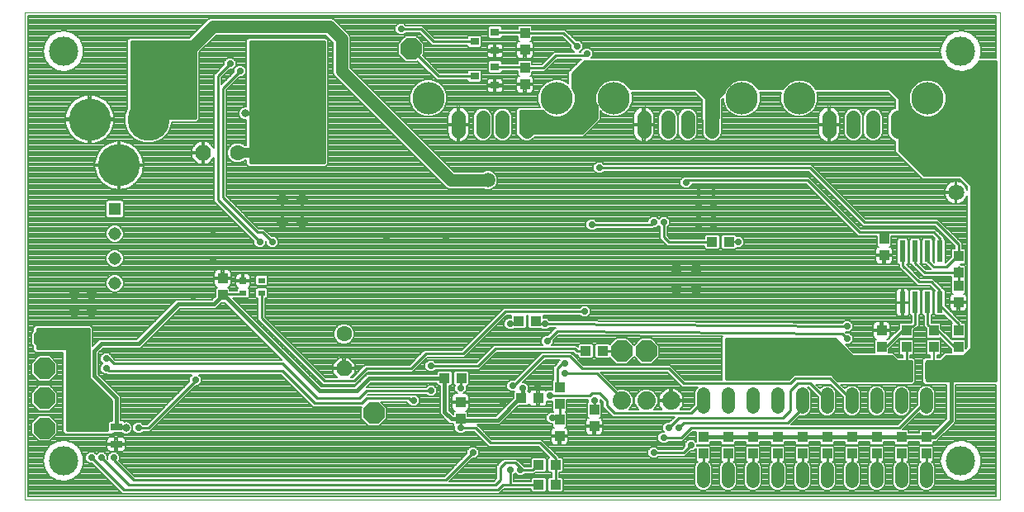
<source format=gbl>
G75*
G70*
%OFA0B0*%
%FSLAX24Y24*%
%IPPOS*%
%LPD*%
%AMOC8*
5,1,8,0,0,1.08239X$1,22.5*
%
%ADD10C,0.0000*%
%ADD11R,0.0630X0.0710*%
%ADD12R,0.0394X0.0433*%
%ADD13R,0.0240X0.0870*%
%ADD14R,0.0433X0.0394*%
%ADD15C,0.0520*%
%ADD16C,0.0650*%
%ADD17R,0.0650X0.0650*%
%ADD18R,0.0515X0.0515*%
%ADD19C,0.0515*%
%ADD20R,0.0472X0.0315*%
%ADD21OC8,0.0850*%
%ADD22C,0.1700*%
%ADD23R,0.1102X0.1654*%
%ADD24R,0.0354X0.0315*%
%ADD25C,0.0740*%
%ADD26OC8,0.0630*%
%ADD27C,0.0630*%
%ADD28C,0.0574*%
%ADD29C,0.1306*%
%ADD30R,0.0315X0.0236*%
%ADD31R,0.0315X0.0315*%
%ADD32C,0.1181*%
%ADD33C,0.0080*%
%ADD34C,0.0277*%
%ADD35C,0.0472*%
%ADD36C,0.0100*%
%ADD37C,0.0160*%
%ADD38C,0.0060*%
%ADD39C,0.0317*%
%ADD40C,0.0400*%
%ADD41C,0.0240*%
%ADD42C,0.0591*%
%ADD43C,0.0500*%
D10*
X001240Y001540D02*
X001240Y021225D01*
X040610Y021225D01*
X040610Y001540D01*
X001240Y001540D01*
D11*
X036780Y006740D03*
X037900Y006740D03*
D12*
X037940Y007705D03*
X037940Y008375D03*
X036840Y008375D03*
X036840Y007705D03*
X035840Y007705D03*
X035840Y008375D03*
X038940Y008375D03*
X038940Y007705D03*
X038940Y009505D03*
X038940Y010175D03*
X038940Y010705D03*
X038940Y011375D03*
X035940Y011405D03*
X035940Y012075D03*
X024240Y005175D03*
X024240Y004505D03*
X022840Y004775D03*
X022840Y004105D03*
X022840Y005405D03*
X022840Y006075D03*
X018840Y005475D03*
X018840Y004805D03*
X009240Y009805D03*
X009240Y010475D03*
X021440Y018305D03*
X021440Y018975D03*
X021440Y019705D03*
X021440Y020375D03*
X028640Y004075D03*
X028640Y003405D03*
X029640Y003405D03*
X029640Y004075D03*
X030640Y004075D03*
X030640Y003405D03*
X031640Y003405D03*
X031640Y004075D03*
X032640Y004075D03*
X032640Y003405D03*
X033640Y003405D03*
X033640Y004075D03*
X034640Y004075D03*
X034640Y003405D03*
X035640Y003405D03*
X035640Y004075D03*
X036640Y004075D03*
X036640Y003405D03*
X037640Y003405D03*
X037640Y004075D03*
D13*
X037690Y009510D03*
X037190Y009510D03*
X036690Y009510D03*
X038190Y009510D03*
X038190Y011570D03*
X037690Y011570D03*
X037190Y011570D03*
X036690Y011570D03*
D14*
X029675Y011940D03*
X029005Y011940D03*
X021875Y008740D03*
X021205Y008740D03*
X023905Y007540D03*
X024575Y007540D03*
X021975Y005640D03*
X021305Y005640D03*
X018875Y006440D03*
X018205Y006440D03*
X022005Y002940D03*
X022675Y002940D03*
X022675Y002140D03*
X022005Y002140D03*
D15*
X028640Y002280D02*
X028640Y002800D01*
X029640Y002800D02*
X029640Y002280D01*
X030640Y002280D02*
X030640Y002800D01*
X031640Y002800D02*
X031640Y002280D01*
X032640Y002280D02*
X032640Y002800D01*
X033640Y002800D02*
X033640Y002280D01*
X034640Y002280D02*
X034640Y002800D01*
X035640Y002800D02*
X035640Y002280D01*
X036640Y002280D02*
X036640Y002800D01*
X037640Y002800D02*
X037640Y002280D01*
X037640Y005280D02*
X037640Y005800D01*
X036640Y005800D02*
X036640Y005280D01*
X035640Y005280D02*
X035640Y005800D01*
X034640Y005800D02*
X034640Y005280D01*
X033640Y005280D02*
X033640Y005800D01*
X032640Y005800D02*
X032640Y005280D01*
X031640Y005280D02*
X031640Y005800D01*
X030640Y005800D02*
X030640Y005280D01*
X029640Y005280D02*
X029640Y005800D01*
X028640Y005800D02*
X028640Y005280D01*
D16*
X038840Y013940D03*
D17*
X038840Y014940D03*
D18*
X004883Y013276D03*
D19*
X004883Y012276D03*
X004883Y011276D03*
X004883Y010276D03*
D20*
X004940Y004494D03*
X004940Y003786D03*
D21*
X002040Y004427D03*
X002040Y005640D03*
X002040Y006840D03*
X002040Y008040D03*
X015340Y005040D03*
X025340Y007540D03*
X026340Y007540D03*
X016840Y019740D03*
D22*
X006240Y016894D03*
X003878Y016894D03*
X005059Y015044D03*
D23*
X007653Y019247D03*
X011118Y019247D03*
D24*
X019407Y018640D03*
X020234Y019014D03*
X020234Y019666D03*
X019407Y020040D03*
X020234Y020414D03*
X020234Y018266D03*
D25*
X025340Y005540D03*
X026340Y005540D03*
X027340Y005540D03*
D26*
X014140Y006840D03*
X008450Y015549D03*
D27*
X009850Y015549D03*
X014140Y008240D03*
D28*
X018760Y016403D02*
X018760Y016977D01*
X019744Y016977D02*
X019744Y016403D01*
X020531Y016403D02*
X020531Y016977D01*
X021516Y016977D02*
X021516Y016403D01*
X026240Y016403D02*
X026240Y016977D01*
X027224Y016977D02*
X027224Y016403D01*
X028012Y016403D02*
X028012Y016977D01*
X028996Y016977D02*
X028996Y016403D01*
X033720Y016403D02*
X033720Y016977D01*
X034705Y016977D02*
X034705Y016403D01*
X035492Y016403D02*
X035492Y016977D01*
X036476Y016977D02*
X036476Y016403D01*
D29*
X037685Y017757D03*
X032512Y017757D03*
X030205Y017757D03*
X025031Y017757D03*
X022724Y017757D03*
X017551Y017757D03*
D30*
X010814Y010396D03*
X010814Y009884D03*
X010066Y009884D03*
D31*
X010066Y010376D03*
D32*
X002815Y003115D03*
X002815Y019650D03*
X039035Y019650D03*
X039035Y003115D03*
D33*
X039716Y002639D02*
X040470Y002639D01*
X040470Y002561D02*
X039638Y002561D01*
X039710Y002625D02*
X039851Y002941D01*
X039851Y003288D01*
X039710Y003605D01*
X039452Y003837D01*
X039122Y003944D01*
X038778Y003908D01*
X038477Y003734D01*
X038274Y003454D01*
X038202Y003115D01*
X038274Y002776D01*
X038477Y002495D01*
X038778Y002322D01*
X039122Y002286D01*
X039452Y002393D01*
X039710Y002625D01*
X039751Y002718D02*
X040470Y002718D01*
X040470Y002796D02*
X039786Y002796D01*
X039821Y002875D02*
X040470Y002875D01*
X040470Y002953D02*
X039851Y002953D01*
X039851Y003032D02*
X040470Y003032D01*
X040470Y003110D02*
X039851Y003110D01*
X039851Y003189D02*
X040470Y003189D01*
X040470Y003267D02*
X039851Y003267D01*
X039825Y003346D02*
X040470Y003346D01*
X040470Y003424D02*
X039790Y003424D01*
X039755Y003503D02*
X040470Y003503D01*
X040470Y003581D02*
X039720Y003581D01*
X039649Y003660D02*
X040470Y003660D01*
X040470Y003738D02*
X039562Y003738D01*
X039475Y003817D02*
X040470Y003817D01*
X040470Y003895D02*
X039273Y003895D01*
X038756Y003895D02*
X038050Y003895D01*
X038049Y003895D02*
X038155Y004000D01*
X038715Y004560D01*
X038820Y004665D01*
X038820Y006190D01*
X040470Y006190D01*
X040470Y001680D01*
X001380Y001680D01*
X001380Y021085D01*
X040470Y021085D01*
X040470Y019390D01*
X040439Y019390D01*
X039812Y019390D01*
X039851Y019477D01*
X039851Y019824D01*
X039710Y020140D01*
X039452Y020372D01*
X039122Y020479D01*
X038778Y020443D01*
X038477Y020270D01*
X038274Y019989D01*
X038202Y019650D01*
X038257Y019390D01*
X024128Y019390D01*
X024179Y019441D01*
X024179Y019639D01*
X024039Y019779D01*
X023841Y019779D01*
X023701Y019639D01*
X023701Y019625D01*
X023662Y019625D01*
X023779Y019741D01*
X023779Y019939D01*
X023639Y020079D01*
X023513Y020079D01*
X023067Y020525D01*
X021737Y020525D01*
X021737Y020633D01*
X021678Y020691D01*
X021202Y020691D01*
X021143Y020633D01*
X021143Y020564D01*
X020511Y020564D01*
X020511Y020613D01*
X020452Y020671D01*
X020015Y020671D01*
X019957Y020613D01*
X019957Y020215D01*
X020015Y020157D01*
X020452Y020157D01*
X020511Y020215D01*
X020511Y020264D01*
X021143Y020264D01*
X021143Y020117D01*
X021202Y020058D01*
X021211Y020058D01*
X021189Y020052D01*
X021157Y020034D01*
X021131Y020008D01*
X021113Y019976D01*
X021103Y019940D01*
X021103Y019745D01*
X021400Y019745D01*
X021400Y019665D01*
X021480Y019665D01*
X021480Y019349D01*
X021655Y019349D01*
X021691Y019358D01*
X021723Y019377D01*
X021749Y019403D01*
X021767Y019435D01*
X021777Y019470D01*
X021777Y019665D01*
X021480Y019665D01*
X021480Y019745D01*
X021777Y019745D01*
X021777Y019940D01*
X021767Y019976D01*
X021749Y020008D01*
X021723Y020034D01*
X021691Y020052D01*
X021669Y020058D01*
X021678Y020058D01*
X021737Y020117D01*
X021737Y020225D01*
X022943Y020225D01*
X023301Y019867D01*
X023301Y019741D01*
X023418Y019625D01*
X022613Y019625D01*
X022113Y019125D01*
X021737Y019125D01*
X021737Y019233D01*
X021678Y019291D01*
X021202Y019291D01*
X021143Y019233D01*
X021143Y019164D01*
X020511Y019164D01*
X020511Y019213D01*
X020452Y019271D01*
X020015Y019271D01*
X019957Y019213D01*
X019957Y018815D01*
X020015Y018757D01*
X020452Y018757D01*
X020511Y018815D01*
X020511Y018864D01*
X021143Y018864D01*
X021143Y018717D01*
X021202Y018658D01*
X021211Y018658D01*
X021189Y018652D01*
X021157Y018634D01*
X021131Y018608D01*
X021113Y018576D01*
X021103Y018540D01*
X021103Y018345D01*
X021400Y018345D01*
X021400Y018265D01*
X021480Y018265D01*
X021480Y017949D01*
X021655Y017949D01*
X021691Y017958D01*
X021723Y017977D01*
X021749Y018003D01*
X021767Y018035D01*
X021777Y018070D01*
X021777Y018265D01*
X021480Y018265D01*
X021480Y018345D01*
X021777Y018345D01*
X021777Y018540D01*
X021767Y018576D01*
X021749Y018608D01*
X021723Y018634D01*
X021691Y018652D01*
X021669Y018658D01*
X021678Y018658D01*
X021737Y018717D01*
X021737Y018825D01*
X022237Y018825D01*
X022325Y018913D01*
X022737Y019325D01*
X023713Y019325D01*
X023690Y019302D01*
X023190Y018802D01*
X023190Y018355D01*
X023151Y018395D01*
X022874Y018509D01*
X022575Y018509D01*
X022298Y018395D01*
X022086Y018183D01*
X021971Y017906D01*
X021971Y017607D01*
X022061Y017390D01*
X021178Y017390D01*
X021090Y017302D01*
X021090Y016278D01*
X021178Y016190D01*
X021185Y016190D01*
X021188Y016183D01*
X021296Y016075D01*
X021439Y016016D01*
X021593Y016016D01*
X021735Y016075D01*
X021844Y016183D01*
X021846Y016190D01*
X023802Y016190D01*
X023890Y016278D01*
X024490Y016878D01*
X024490Y017233D01*
X024605Y017118D01*
X024882Y017004D01*
X025181Y017004D01*
X025458Y017118D01*
X025669Y017330D01*
X025784Y017607D01*
X025784Y017906D01*
X025749Y017990D01*
X028278Y017990D01*
X028590Y017678D01*
X028590Y016878D01*
X028609Y016859D01*
X028609Y016326D01*
X028668Y016183D01*
X028777Y016075D01*
X028919Y016016D01*
X029073Y016016D01*
X029215Y016075D01*
X029324Y016183D01*
X029383Y016326D01*
X029383Y016871D01*
X029390Y016878D01*
X029390Y017678D01*
X029452Y017740D01*
X029452Y017607D01*
X029566Y017330D01*
X029778Y017118D01*
X030055Y017004D01*
X030354Y017004D01*
X030631Y017118D01*
X030843Y017330D01*
X030957Y017607D01*
X030957Y017906D01*
X030923Y017990D01*
X031794Y017990D01*
X031759Y017906D01*
X031759Y017607D01*
X031873Y017330D01*
X032085Y017118D01*
X032362Y017004D01*
X032661Y017004D01*
X032938Y017118D01*
X033150Y017330D01*
X033264Y017607D01*
X033264Y017906D01*
X033230Y017990D01*
X036078Y017990D01*
X036390Y017678D01*
X036390Y017360D01*
X036257Y017305D01*
X036148Y017196D01*
X036089Y017054D01*
X036089Y016326D01*
X036148Y016183D01*
X036257Y016075D01*
X036390Y016019D01*
X036390Y015578D01*
X037390Y014578D01*
X037478Y014490D01*
X038978Y014490D01*
X039290Y014178D01*
X039290Y014060D01*
X039271Y014118D01*
X039238Y014184D01*
X039195Y014243D01*
X039143Y014295D01*
X039084Y014338D01*
X039018Y014371D01*
X038949Y014394D01*
X038877Y014405D01*
X038869Y014405D01*
X038869Y013969D01*
X038811Y013969D01*
X038811Y014405D01*
X038803Y014405D01*
X038731Y014394D01*
X038662Y014371D01*
X038596Y014338D01*
X038537Y014295D01*
X038485Y014243D01*
X038442Y014184D01*
X038409Y014118D01*
X038386Y014049D01*
X038375Y013977D01*
X038375Y013969D01*
X038811Y013969D01*
X038811Y013911D01*
X038869Y013911D01*
X038869Y013475D01*
X038877Y013475D01*
X038949Y013486D01*
X039018Y013509D01*
X039084Y013542D01*
X039143Y013585D01*
X039195Y013637D01*
X039238Y013696D01*
X039271Y013762D01*
X039290Y013820D01*
X039290Y007702D01*
X039237Y007649D01*
X039237Y007963D01*
X039178Y008022D01*
X038702Y008022D01*
X038686Y008006D01*
X038237Y008455D01*
X038237Y008633D01*
X038178Y008691D01*
X037840Y008691D01*
X037840Y008975D01*
X037851Y008975D01*
X037910Y009034D01*
X037910Y009986D01*
X037851Y010045D01*
X037529Y010045D01*
X037470Y009986D01*
X037470Y009034D01*
X037529Y008975D01*
X037540Y008975D01*
X037540Y008563D01*
X037643Y008459D01*
X037643Y008117D01*
X037702Y008058D01*
X038178Y008058D01*
X038194Y008074D01*
X038590Y007678D01*
X038643Y007625D01*
X038643Y007490D01*
X038378Y007490D01*
X038178Y007290D01*
X038080Y007290D01*
X038080Y007389D01*
X038178Y007389D01*
X038237Y007447D01*
X038237Y007963D01*
X038178Y008022D01*
X037702Y008022D01*
X037643Y007963D01*
X037643Y007447D01*
X037702Y007389D01*
X037800Y007389D01*
X037800Y007290D01*
X037578Y007290D01*
X037490Y007202D01*
X037490Y007141D01*
X037485Y007136D01*
X037485Y006344D01*
X037490Y006339D01*
X037490Y006278D01*
X037578Y006190D01*
X038460Y006190D01*
X038460Y004815D01*
X037937Y004291D01*
X037937Y004333D01*
X037878Y004391D01*
X037402Y004391D01*
X037343Y004333D01*
X037343Y004255D01*
X036937Y004255D01*
X036937Y004333D01*
X036878Y004391D01*
X036703Y004391D01*
X037362Y005049D01*
X037436Y004975D01*
X037568Y004920D01*
X037712Y004920D01*
X037844Y004975D01*
X037945Y005076D01*
X038000Y005208D01*
X038000Y005872D01*
X037945Y006004D01*
X037844Y006105D01*
X037712Y006160D01*
X037568Y006160D01*
X037436Y006105D01*
X037335Y006004D01*
X037280Y005872D01*
X037280Y005392D01*
X036478Y004590D01*
X032202Y004590D01*
X032543Y004931D01*
X032568Y004920D01*
X032712Y004920D01*
X032844Y004975D01*
X032945Y005076D01*
X033000Y005208D01*
X033000Y005872D01*
X032945Y006004D01*
X032859Y006090D01*
X032878Y006090D01*
X033280Y005688D01*
X033280Y005208D01*
X033335Y005076D01*
X033436Y004975D01*
X033568Y004920D01*
X033712Y004920D01*
X033844Y004975D01*
X033945Y005076D01*
X034000Y005208D01*
X034000Y005872D01*
X033945Y006004D01*
X033844Y006105D01*
X033712Y006160D01*
X033568Y006160D01*
X033436Y006105D01*
X033362Y006031D01*
X033202Y006190D01*
X033778Y006190D01*
X034280Y005688D01*
X034280Y005208D01*
X034335Y005076D01*
X034436Y004975D01*
X034568Y004920D01*
X034712Y004920D01*
X034844Y004975D01*
X034945Y005076D01*
X035000Y005208D01*
X035000Y005872D01*
X034945Y006004D01*
X034844Y006105D01*
X034712Y006160D01*
X034568Y006160D01*
X034436Y006105D01*
X034362Y006031D01*
X034202Y006190D01*
X037102Y006190D01*
X037190Y006278D01*
X037190Y006339D01*
X037195Y006344D01*
X037195Y007136D01*
X037190Y007141D01*
X037190Y007202D01*
X037102Y007290D01*
X036990Y007290D01*
X036990Y007389D01*
X037078Y007389D01*
X037137Y007447D01*
X037137Y007963D01*
X037078Y008022D01*
X036602Y008022D01*
X036543Y007963D01*
X036543Y007447D01*
X036602Y007389D01*
X036690Y007389D01*
X036690Y007290D01*
X036502Y007290D01*
X036302Y007490D01*
X036137Y007490D01*
X036137Y007625D01*
X036190Y007678D01*
X036586Y008074D01*
X036602Y008058D01*
X037078Y008058D01*
X037137Y008117D01*
X037137Y008402D01*
X037238Y008475D01*
X037252Y008475D01*
X037287Y008510D01*
X037328Y008539D01*
X037330Y008553D01*
X037340Y008563D01*
X037340Y008612D01*
X037348Y008661D01*
X037340Y008673D01*
X037340Y008975D01*
X037351Y008975D01*
X037410Y009034D01*
X037410Y009986D01*
X037351Y010045D01*
X037029Y010045D01*
X036970Y009986D01*
X036970Y009034D01*
X037029Y008975D01*
X037040Y008975D01*
X037040Y008702D01*
X037025Y008691D01*
X036602Y008691D01*
X036543Y008633D01*
X036543Y008455D01*
X036094Y008006D01*
X036078Y008022D01*
X036069Y008022D01*
X036091Y008028D01*
X036123Y008046D01*
X036149Y008072D01*
X036167Y008104D01*
X036177Y008140D01*
X036177Y008335D01*
X035880Y008335D01*
X035880Y008415D01*
X035800Y008415D01*
X035800Y008731D01*
X035625Y008731D01*
X035589Y008722D01*
X035557Y008703D01*
X035531Y008677D01*
X035513Y008645D01*
X035503Y008610D01*
X035503Y008415D01*
X035800Y008415D01*
X035800Y008335D01*
X035503Y008335D01*
X035503Y008140D01*
X035513Y008104D01*
X035531Y008072D01*
X035557Y008046D01*
X035589Y008028D01*
X035611Y008022D01*
X035602Y008022D01*
X035543Y007963D01*
X035543Y007490D01*
X034702Y007490D01*
X034391Y007801D01*
X034539Y007801D01*
X034679Y007941D01*
X034679Y008139D01*
X034539Y008279D01*
X034413Y008279D01*
X034391Y008301D01*
X034539Y008301D01*
X034679Y008441D01*
X034679Y008639D01*
X034539Y008779D01*
X034341Y008779D01*
X034254Y008692D01*
X022429Y008788D01*
X022339Y008879D01*
X022191Y008879D01*
X022191Y008978D01*
X022179Y008990D01*
X023652Y008990D01*
X023741Y008901D01*
X023939Y008901D01*
X024079Y009041D01*
X024079Y009239D01*
X023939Y009379D01*
X023741Y009379D01*
X023652Y009290D01*
X020578Y009290D01*
X018878Y007590D01*
X017378Y007590D01*
X017290Y007502D01*
X016778Y006990D01*
X014978Y006990D01*
X014890Y006902D01*
X014478Y006490D01*
X014433Y006490D01*
X014595Y006652D01*
X014595Y006800D01*
X014180Y006800D01*
X014180Y006880D01*
X014100Y006880D01*
X014100Y007295D01*
X013952Y007295D01*
X013685Y007028D01*
X013685Y006880D01*
X014100Y006880D01*
X014100Y006800D01*
X013685Y006800D01*
X013685Y006652D01*
X013847Y006490D01*
X013402Y006490D01*
X010964Y008928D01*
X010964Y009666D01*
X011013Y009666D01*
X011071Y009725D01*
X011071Y010044D01*
X011013Y010102D01*
X010615Y010102D01*
X010557Y010044D01*
X010557Y009725D01*
X010615Y009666D01*
X010664Y009666D01*
X010664Y008804D01*
X013190Y006278D01*
X013278Y006190D01*
X014602Y006190D01*
X015102Y006690D01*
X016902Y006690D01*
X017502Y007290D01*
X019002Y007290D01*
X020702Y008990D01*
X020901Y008990D01*
X020889Y008978D01*
X020889Y008879D01*
X020741Y008879D01*
X020601Y008739D01*
X020601Y008541D01*
X020741Y008401D01*
X020939Y008401D01*
X020981Y008443D01*
X021463Y008443D01*
X021522Y008502D01*
X021522Y008978D01*
X021510Y008990D01*
X021570Y008990D01*
X021558Y008978D01*
X021558Y008502D01*
X021617Y008443D01*
X022099Y008443D01*
X022141Y008401D01*
X022339Y008401D01*
X022426Y008488D01*
X022674Y008486D01*
X022634Y008446D01*
X022591Y008403D01*
X022367Y008179D01*
X022241Y008179D01*
X022101Y008039D01*
X022101Y007841D01*
X022152Y007790D01*
X020178Y007790D01*
X019478Y007090D01*
X017828Y007090D01*
X017739Y007179D01*
X017541Y007179D01*
X017401Y007039D01*
X017401Y006841D01*
X017541Y006701D01*
X017739Y006701D01*
X017828Y006790D01*
X019602Y006790D01*
X020302Y007490D01*
X023378Y007490D01*
X023390Y007478D01*
X023478Y007390D01*
X023589Y007390D01*
X023589Y007302D01*
X023647Y007243D01*
X024163Y007243D01*
X024222Y007302D01*
X024222Y007778D01*
X024163Y007837D01*
X023647Y007837D01*
X023589Y007778D01*
X023589Y007703D01*
X023502Y007790D01*
X022528Y007790D01*
X022579Y007841D01*
X022579Y007967D01*
X022802Y008189D01*
X029420Y008132D01*
X029390Y008102D01*
X029390Y006390D01*
X027902Y006390D01*
X027302Y006990D01*
X023802Y006990D01*
X023390Y007402D01*
X023302Y007490D01*
X022128Y007490D01*
X022040Y007402D01*
X021017Y006379D01*
X020841Y006379D01*
X020701Y006239D01*
X020701Y006041D01*
X020841Y005901D01*
X021012Y005901D01*
X020989Y005878D01*
X020989Y005648D01*
X020265Y004925D01*
X019137Y004925D01*
X019137Y005063D01*
X019078Y005122D01*
X019069Y005122D01*
X019091Y005128D01*
X019123Y005146D01*
X019149Y005172D01*
X019167Y005204D01*
X019177Y005240D01*
X019177Y005435D01*
X018880Y005435D01*
X018880Y005515D01*
X019177Y005515D01*
X019177Y005710D01*
X019167Y005745D01*
X019149Y005777D01*
X019123Y005803D01*
X019091Y005822D01*
X019055Y005831D01*
X018969Y005831D01*
X019079Y005941D01*
X019079Y006139D01*
X019074Y006143D01*
X019133Y006143D01*
X019191Y006202D01*
X019191Y006678D01*
X019133Y006737D01*
X018617Y006737D01*
X018558Y006678D01*
X018558Y006202D01*
X018611Y006149D01*
X018601Y006139D01*
X018601Y005941D01*
X018711Y005831D01*
X018625Y005831D01*
X018589Y005822D01*
X018557Y005803D01*
X018531Y005777D01*
X018513Y005745D01*
X018503Y005710D01*
X018503Y005515D01*
X018800Y005515D01*
X018800Y005435D01*
X018503Y005435D01*
X018503Y005240D01*
X018513Y005204D01*
X018531Y005172D01*
X018557Y005146D01*
X018589Y005128D01*
X018611Y005122D01*
X018602Y005122D01*
X018543Y005063D01*
X018543Y004991D01*
X018385Y005149D01*
X018385Y006143D01*
X018463Y006143D01*
X018522Y006202D01*
X018522Y006678D01*
X018463Y006737D01*
X017947Y006737D01*
X017889Y006678D01*
X017889Y006620D01*
X015065Y006620D01*
X014565Y006120D01*
X013215Y006120D01*
X009645Y009690D01*
X009843Y009690D01*
X009867Y009666D01*
X010265Y009666D01*
X010323Y009725D01*
X010323Y010044D01*
X010278Y010089D01*
X010309Y010107D01*
X010335Y010133D01*
X010354Y010165D01*
X010363Y010200D01*
X010363Y010337D01*
X010105Y010337D01*
X010105Y010415D01*
X010363Y010415D01*
X010363Y010552D01*
X010354Y010588D01*
X010335Y010620D01*
X010309Y010646D01*
X036822Y010646D01*
X036900Y010568D02*
X011059Y010568D01*
X011071Y010555D02*
X011013Y010614D01*
X010615Y010614D01*
X010557Y010555D01*
X010557Y010236D01*
X010615Y010178D01*
X011013Y010178D01*
X011071Y010236D01*
X011071Y010555D01*
X011071Y010489D02*
X036979Y010489D01*
X037057Y010411D02*
X011071Y010411D01*
X011071Y010332D02*
X037136Y010332D01*
X037190Y010278D02*
X037278Y010190D01*
X037778Y010190D01*
X037976Y009992D01*
X037970Y009986D01*
X037970Y009034D01*
X038029Y008975D01*
X038351Y008975D01*
X038372Y008996D01*
X038689Y008679D01*
X038643Y008633D01*
X038643Y008117D01*
X038702Y008058D01*
X039178Y008058D01*
X039237Y008117D01*
X039237Y008633D01*
X039178Y008691D01*
X039090Y008691D01*
X039090Y008702D01*
X039002Y008790D01*
X038410Y009382D01*
X038410Y009986D01*
X038351Y010045D01*
X038340Y010045D01*
X038340Y010052D01*
X038252Y010140D01*
X037902Y010490D01*
X037402Y010490D01*
X036854Y011038D01*
X036910Y011094D01*
X036910Y012046D01*
X036851Y012105D01*
X036529Y012105D01*
X036470Y012046D01*
X036470Y011094D01*
X036529Y011035D01*
X036540Y011035D01*
X036540Y010928D01*
X037190Y010278D01*
X037214Y010254D02*
X011071Y010254D01*
X011019Y010097D02*
X037871Y010097D01*
X037878Y010018D02*
X037950Y010018D01*
X037970Y009940D02*
X037910Y009940D01*
X037910Y009861D02*
X037970Y009861D01*
X037970Y009783D02*
X037910Y009783D01*
X037910Y009704D02*
X037970Y009704D01*
X037970Y009626D02*
X037910Y009626D01*
X037910Y009547D02*
X037970Y009547D01*
X037970Y009469D02*
X037910Y009469D01*
X037910Y009390D02*
X037970Y009390D01*
X037970Y009312D02*
X037910Y009312D01*
X037910Y009233D02*
X037970Y009233D01*
X037970Y009155D02*
X037910Y009155D01*
X037910Y009076D02*
X037970Y009076D01*
X038006Y008998D02*
X037874Y008998D01*
X037840Y008919D02*
X038449Y008919D01*
X038527Y008841D02*
X037840Y008841D01*
X037840Y008762D02*
X038606Y008762D01*
X038684Y008684D02*
X038186Y008684D01*
X038237Y008605D02*
X038643Y008605D01*
X038643Y008527D02*
X038237Y008527D01*
X038244Y008448D02*
X038643Y008448D01*
X038643Y008370D02*
X038323Y008370D01*
X038401Y008291D02*
X038643Y008291D01*
X038643Y008213D02*
X038480Y008213D01*
X038558Y008134D02*
X038643Y008134D01*
X038637Y008056D02*
X039290Y008056D01*
X039290Y008134D02*
X039237Y008134D01*
X039237Y008213D02*
X039290Y008213D01*
X039290Y008291D02*
X039237Y008291D01*
X039237Y008370D02*
X039290Y008370D01*
X039290Y008448D02*
X039237Y008448D01*
X039237Y008527D02*
X039290Y008527D01*
X039290Y008605D02*
X039237Y008605D01*
X039186Y008684D02*
X039290Y008684D01*
X039290Y008762D02*
X039030Y008762D01*
X038952Y008841D02*
X039290Y008841D01*
X039290Y008919D02*
X038873Y008919D01*
X038795Y008998D02*
X039290Y008998D01*
X039290Y009076D02*
X038716Y009076D01*
X038725Y009149D02*
X038900Y009149D01*
X038900Y009465D01*
X038980Y009465D01*
X038980Y009149D01*
X039155Y009149D01*
X039191Y009158D01*
X039223Y009177D01*
X039249Y009203D01*
X039267Y009235D01*
X039277Y009270D01*
X039277Y009465D01*
X038980Y009465D01*
X038980Y009545D01*
X039277Y009545D01*
X039277Y009740D01*
X039267Y009776D01*
X039249Y009808D01*
X039223Y009834D01*
X039191Y009852D01*
X039169Y009858D01*
X039178Y009858D01*
X039237Y009917D01*
X039237Y010433D01*
X039229Y010440D01*
X039237Y010447D01*
X039237Y010963D01*
X039178Y011022D01*
X039070Y011022D01*
X039034Y011058D01*
X039178Y011058D01*
X039237Y011117D01*
X039290Y011117D01*
X039237Y011117D02*
X039237Y011633D01*
X039178Y011691D01*
X039090Y011691D01*
X039090Y011902D01*
X039290Y011902D01*
X039290Y011824D02*
X039090Y011824D01*
X039090Y011902D02*
X038102Y012890D01*
X035202Y012890D01*
X033002Y015090D01*
X024628Y015090D01*
X024539Y015179D01*
X024341Y015179D01*
X024201Y015039D01*
X024201Y014841D01*
X024341Y014701D01*
X024539Y014701D01*
X024628Y014790D01*
X032878Y014790D01*
X034990Y012678D01*
X035078Y012590D01*
X037978Y012590D01*
X038790Y011778D01*
X038790Y011691D01*
X038702Y011691D01*
X038643Y011633D01*
X038643Y011355D01*
X038410Y011122D01*
X038410Y012046D01*
X038351Y012105D01*
X038340Y012105D01*
X038340Y012152D01*
X038252Y012240D01*
X038002Y012490D01*
X035002Y012490D01*
X032902Y014590D01*
X027978Y014590D01*
X027967Y014579D01*
X027841Y014579D01*
X027701Y014439D01*
X027701Y014241D01*
X027841Y014101D01*
X028039Y014101D01*
X028179Y014241D01*
X028179Y014290D01*
X032778Y014290D01*
X034790Y012278D01*
X034878Y012190D01*
X035643Y012190D01*
X035643Y011817D01*
X035702Y011758D01*
X035711Y011758D01*
X035689Y011752D01*
X035657Y011734D01*
X035631Y011708D01*
X035613Y011676D01*
X035603Y011640D01*
X035603Y011445D01*
X035900Y011445D01*
X035900Y011365D01*
X035980Y011365D01*
X035980Y011049D01*
X036155Y011049D01*
X036191Y011058D01*
X036223Y011077D01*
X036249Y011103D01*
X036267Y011135D01*
X036277Y011170D01*
X036277Y011365D01*
X035980Y011365D01*
X035980Y011445D01*
X036277Y011445D01*
X036277Y011640D01*
X036267Y011676D01*
X036249Y011708D01*
X036223Y011734D01*
X036191Y011752D01*
X036169Y011758D01*
X036178Y011758D01*
X036237Y011817D01*
X036237Y012190D01*
X037878Y012190D01*
X037996Y012072D01*
X037970Y012046D01*
X037970Y011122D01*
X037910Y011182D01*
X037910Y012046D01*
X037851Y012105D01*
X037529Y012105D01*
X037470Y012046D01*
X037470Y011094D01*
X037529Y011035D01*
X037633Y011035D01*
X037790Y010878D01*
X037790Y010878D01*
X037813Y010855D01*
X037637Y010855D01*
X037404Y011088D01*
X037410Y011094D01*
X037410Y012046D01*
X037351Y012105D01*
X037029Y012105D01*
X036970Y012046D01*
X036970Y011094D01*
X037029Y011035D01*
X037040Y011035D01*
X037040Y011028D01*
X037425Y010643D01*
X037513Y010555D01*
X038643Y010555D01*
X038643Y010447D01*
X038651Y010440D01*
X038643Y010433D01*
X038643Y009917D01*
X038702Y009858D01*
X038711Y009858D01*
X038689Y009852D01*
X038657Y009834D01*
X038631Y009808D01*
X038613Y009776D01*
X038603Y009740D01*
X038603Y009545D01*
X038900Y009545D01*
X038900Y009465D01*
X038603Y009465D01*
X038603Y009270D01*
X038613Y009235D01*
X038631Y009203D01*
X038657Y009177D01*
X038689Y009158D01*
X038725Y009149D01*
X038703Y009155D02*
X038638Y009155D01*
X038614Y009233D02*
X038559Y009233D01*
X038603Y009312D02*
X038481Y009312D01*
X038410Y009390D02*
X038603Y009390D01*
X038603Y009547D02*
X038410Y009547D01*
X038410Y009469D02*
X038900Y009469D01*
X038900Y009390D02*
X038980Y009390D01*
X038980Y009312D02*
X038900Y009312D01*
X038900Y009233D02*
X038980Y009233D01*
X038980Y009155D02*
X038900Y009155D01*
X039177Y009155D02*
X039290Y009155D01*
X039290Y009233D02*
X039266Y009233D01*
X039277Y009312D02*
X039290Y009312D01*
X039290Y009390D02*
X039277Y009390D01*
X039290Y009469D02*
X038980Y009469D01*
X039277Y009547D02*
X039290Y009547D01*
X039290Y009626D02*
X039277Y009626D01*
X039277Y009704D02*
X039290Y009704D01*
X039290Y009783D02*
X039263Y009783D01*
X039290Y009861D02*
X039181Y009861D01*
X039237Y009940D02*
X039290Y009940D01*
X039290Y010018D02*
X039237Y010018D01*
X039237Y010097D02*
X039290Y010097D01*
X039290Y010175D02*
X039237Y010175D01*
X039237Y010254D02*
X039290Y010254D01*
X039290Y010332D02*
X039237Y010332D01*
X039237Y010411D02*
X039290Y010411D01*
X039290Y010489D02*
X039237Y010489D01*
X039237Y010568D02*
X039290Y010568D01*
X039290Y010646D02*
X039237Y010646D01*
X039237Y010725D02*
X039290Y010725D01*
X039290Y010803D02*
X039237Y010803D01*
X039237Y010882D02*
X039290Y010882D01*
X039290Y010960D02*
X039237Y010960D01*
X039290Y011039D02*
X039054Y011039D01*
X039237Y011196D02*
X039290Y011196D01*
X039290Y011274D02*
X039237Y011274D01*
X039237Y011353D02*
X039290Y011353D01*
X039290Y011431D02*
X039237Y011431D01*
X039237Y011510D02*
X039290Y011510D01*
X039290Y011588D02*
X039237Y011588D01*
X039203Y011667D02*
X039290Y011667D01*
X039290Y011745D02*
X039090Y011745D01*
X039012Y011981D02*
X039290Y011981D01*
X039290Y012059D02*
X038933Y012059D01*
X038855Y012138D02*
X039290Y012138D01*
X039290Y012216D02*
X038776Y012216D01*
X038698Y012295D02*
X039290Y012295D01*
X039290Y012373D02*
X038619Y012373D01*
X038541Y012452D02*
X039290Y012452D01*
X039290Y012530D02*
X038462Y012530D01*
X038384Y012609D02*
X039290Y012609D01*
X039290Y012687D02*
X038305Y012687D01*
X038227Y012766D02*
X039290Y012766D01*
X039290Y012844D02*
X038148Y012844D01*
X038038Y012530D02*
X034962Y012530D01*
X034884Y012609D02*
X035059Y012609D01*
X034981Y012687D02*
X034805Y012687D01*
X034727Y012766D02*
X034902Y012766D01*
X034824Y012844D02*
X034648Y012844D01*
X034570Y012923D02*
X034745Y012923D01*
X034667Y013001D02*
X034491Y013001D01*
X034413Y013080D02*
X034588Y013080D01*
X034510Y013158D02*
X034334Y013158D01*
X034256Y013237D02*
X034431Y013237D01*
X034353Y013315D02*
X034177Y013315D01*
X034099Y013394D02*
X034274Y013394D01*
X034196Y013472D02*
X034020Y013472D01*
X033942Y013551D02*
X034117Y013551D01*
X034039Y013629D02*
X033863Y013629D01*
X033785Y013708D02*
X033960Y013708D01*
X033882Y013786D02*
X033706Y013786D01*
X033628Y013865D02*
X033803Y013865D01*
X033725Y013943D02*
X033549Y013943D01*
X033471Y014022D02*
X033646Y014022D01*
X033568Y014100D02*
X033392Y014100D01*
X033314Y014179D02*
X033489Y014179D01*
X033411Y014257D02*
X033235Y014257D01*
X033157Y014336D02*
X033332Y014336D01*
X033254Y014414D02*
X033078Y014414D01*
X033000Y014493D02*
X033175Y014493D01*
X033097Y014571D02*
X032921Y014571D01*
X033018Y014650D02*
X020281Y014650D01*
X020275Y014664D02*
X020164Y014775D01*
X020019Y014835D01*
X019861Y014835D01*
X019752Y014790D01*
X018585Y014790D01*
X014390Y018985D01*
X014390Y020210D01*
X014337Y020338D01*
X013837Y020838D01*
X013738Y020937D01*
X013610Y020990D01*
X008770Y020990D01*
X008642Y020937D01*
X007895Y020190D01*
X005478Y020190D01*
X005390Y020102D01*
X005390Y017325D01*
X005290Y017083D01*
X004850Y017083D01*
X004855Y017060D02*
X004831Y017169D01*
X004794Y017274D01*
X004746Y017374D01*
X004686Y017468D01*
X004617Y017555D01*
X004539Y017634D01*
X004452Y017703D01*
X004357Y017762D01*
X004257Y017810D01*
X004152Y017847D01*
X004044Y017872D01*
X003933Y017884D01*
X003918Y017884D01*
X003918Y016934D01*
X004868Y016934D01*
X004868Y016950D01*
X004855Y017060D01*
X004862Y017005D02*
X005290Y017005D01*
X005290Y017083D02*
X005290Y016705D01*
X005435Y016356D01*
X005702Y016089D01*
X006051Y015944D01*
X006429Y015944D01*
X006778Y016089D01*
X007045Y016356D01*
X007190Y016705D01*
X007190Y016790D01*
X008202Y016790D01*
X008290Y016878D01*
X008290Y018364D01*
X008305Y018379D01*
X008305Y019610D01*
X008985Y020290D01*
X013395Y020290D01*
X013690Y019995D01*
X013690Y018770D01*
X013743Y018642D01*
X013842Y018543D01*
X018242Y014143D01*
X018370Y014090D01*
X019752Y014090D01*
X019861Y014045D01*
X020019Y014045D01*
X020164Y014105D01*
X020275Y014216D01*
X020335Y014361D01*
X020335Y014519D01*
X020275Y014664D01*
X020211Y014728D02*
X024314Y014728D01*
X024236Y014807D02*
X020088Y014807D01*
X019792Y014807D02*
X018568Y014807D01*
X018490Y014885D02*
X024201Y014885D01*
X024201Y014964D02*
X018411Y014964D01*
X018333Y015042D02*
X024204Y015042D01*
X024283Y015121D02*
X018254Y015121D01*
X018176Y015199D02*
X036769Y015199D01*
X036847Y015121D02*
X024597Y015121D01*
X024566Y014728D02*
X032940Y014728D01*
X033129Y014964D02*
X037004Y014964D01*
X036926Y015042D02*
X033050Y015042D01*
X033207Y014885D02*
X037083Y014885D01*
X037161Y014807D02*
X033286Y014807D01*
X033364Y014728D02*
X037240Y014728D01*
X037318Y014650D02*
X033443Y014650D01*
X033521Y014571D02*
X037397Y014571D01*
X037475Y014493D02*
X033600Y014493D01*
X033678Y014414D02*
X039054Y014414D01*
X039087Y014336D02*
X039132Y014336D01*
X039181Y014257D02*
X039211Y014257D01*
X039240Y014179D02*
X039289Y014179D01*
X039277Y014100D02*
X039290Y014100D01*
X039279Y013786D02*
X039290Y013786D01*
X039290Y013708D02*
X039243Y013708D01*
X039290Y013629D02*
X039187Y013629D01*
X039095Y013551D02*
X039290Y013551D01*
X039290Y013472D02*
X034620Y013472D01*
X034542Y013551D02*
X038585Y013551D01*
X038596Y013542D02*
X038662Y013509D01*
X038731Y013486D01*
X038803Y013475D01*
X038811Y013475D01*
X038811Y013911D01*
X038375Y013911D01*
X038375Y013903D01*
X038386Y013831D01*
X038409Y013762D01*
X038442Y013696D01*
X038485Y013637D01*
X038537Y013585D01*
X038596Y013542D01*
X038493Y013629D02*
X034463Y013629D01*
X034385Y013708D02*
X038437Y013708D01*
X038401Y013786D02*
X034306Y013786D01*
X034228Y013865D02*
X038381Y013865D01*
X038382Y014022D02*
X034071Y014022D01*
X033992Y014100D02*
X038403Y014100D01*
X038440Y014179D02*
X033914Y014179D01*
X033835Y014257D02*
X038499Y014257D01*
X038593Y014336D02*
X033757Y014336D01*
X034149Y013943D02*
X038811Y013943D01*
X038811Y013865D02*
X038869Y013865D01*
X038869Y013786D02*
X038811Y013786D01*
X038811Y013708D02*
X038869Y013708D01*
X038869Y013629D02*
X038811Y013629D01*
X038811Y013551D02*
X038869Y013551D01*
X039290Y013394D02*
X034699Y013394D01*
X034777Y013315D02*
X039290Y013315D01*
X039290Y013237D02*
X034856Y013237D01*
X034934Y013158D02*
X039290Y013158D01*
X039290Y013080D02*
X035013Y013080D01*
X035091Y013001D02*
X039290Y013001D01*
X039290Y012923D02*
X035170Y012923D01*
X034695Y012373D02*
X027190Y012373D01*
X027190Y012295D02*
X034773Y012295D01*
X034852Y012216D02*
X029953Y012216D01*
X029933Y012237D02*
X029991Y012179D01*
X030139Y012179D01*
X030279Y012039D01*
X030279Y011841D01*
X030139Y011701D01*
X029991Y011701D01*
X029933Y011643D01*
X029417Y011643D01*
X029358Y011702D01*
X029358Y012178D01*
X029417Y012237D01*
X029933Y012237D01*
X030180Y012138D02*
X035643Y012138D01*
X035643Y012059D02*
X030259Y012059D01*
X030279Y011981D02*
X035643Y011981D01*
X035643Y011902D02*
X030279Y011902D01*
X030261Y011824D02*
X035643Y011824D01*
X035676Y011745D02*
X030183Y011745D01*
X029956Y011667D02*
X035610Y011667D01*
X035603Y011588D02*
X005065Y011588D01*
X005086Y011579D02*
X004954Y011634D01*
X004812Y011634D01*
X004681Y011579D01*
X004580Y011479D01*
X004526Y011347D01*
X004526Y011205D01*
X004580Y011074D01*
X004681Y010973D01*
X004812Y010919D01*
X004954Y010919D01*
X005086Y010973D01*
X005186Y011074D01*
X005241Y011205D01*
X005241Y011347D01*
X005186Y011479D01*
X005086Y011579D01*
X005156Y011510D02*
X035603Y011510D01*
X035603Y011365D02*
X035603Y011170D01*
X035613Y011135D01*
X035631Y011103D01*
X035657Y011077D01*
X035689Y011058D01*
X035725Y011049D01*
X035900Y011049D01*
X035900Y011365D01*
X035603Y011365D01*
X035603Y011353D02*
X005239Y011353D01*
X005241Y011274D02*
X035603Y011274D01*
X035603Y011196D02*
X005237Y011196D01*
X005204Y011117D02*
X035623Y011117D01*
X035900Y011117D02*
X035980Y011117D01*
X035980Y011196D02*
X035900Y011196D01*
X035900Y011274D02*
X035980Y011274D01*
X035980Y011353D02*
X035900Y011353D01*
X035900Y011431D02*
X005206Y011431D01*
X005151Y011039D02*
X036525Y011039D01*
X036540Y010960D02*
X005054Y010960D01*
X004954Y010634D02*
X004812Y010634D01*
X004681Y010579D01*
X004580Y010479D01*
X004526Y010347D01*
X004526Y010205D01*
X004580Y010074D01*
X004681Y009973D01*
X004812Y009919D01*
X004954Y009919D01*
X005086Y009973D01*
X005186Y010074D01*
X005241Y010205D01*
X005241Y010347D01*
X005186Y010479D01*
X005086Y010579D01*
X004954Y010634D01*
X005098Y010568D02*
X008903Y010568D01*
X008903Y010515D02*
X008903Y010710D01*
X008913Y010745D01*
X008931Y010777D01*
X008957Y010803D01*
X001380Y010803D01*
X001380Y010725D02*
X008907Y010725D01*
X008903Y010646D02*
X001380Y010646D01*
X001380Y010568D02*
X004669Y010568D01*
X004591Y010489D02*
X001380Y010489D01*
X001380Y010411D02*
X004552Y010411D01*
X004526Y010332D02*
X001380Y010332D01*
X001380Y010254D02*
X004526Y010254D01*
X004538Y010175D02*
X001380Y010175D01*
X001380Y010097D02*
X004571Y010097D01*
X004636Y010018D02*
X001380Y010018D01*
X001380Y009940D02*
X004762Y009940D01*
X005005Y009940D02*
X008943Y009940D01*
X008943Y010018D02*
X005131Y010018D01*
X005196Y010097D02*
X008976Y010097D01*
X008989Y010128D02*
X009011Y010122D01*
X009002Y010122D01*
X008943Y010063D01*
X008943Y009763D01*
X008800Y009620D01*
X007365Y009620D01*
X007260Y009515D01*
X005765Y008020D01*
X004265Y008020D01*
X004160Y007915D01*
X003990Y007745D01*
X003990Y008502D01*
X003902Y008590D01*
X001678Y008590D01*
X001590Y008502D01*
X001590Y008332D01*
X001515Y008257D01*
X001515Y007823D01*
X001590Y007748D01*
X001590Y007578D01*
X001678Y007490D01*
X002790Y007490D01*
X002790Y004278D01*
X002878Y004190D01*
X004802Y004190D01*
X004849Y004237D01*
X005178Y004237D01*
X005194Y004221D01*
X005289Y004182D01*
X005391Y004182D01*
X005486Y004221D01*
X005559Y004294D01*
X005598Y004389D01*
X005598Y004491D01*
X005559Y004586D01*
X005486Y004659D01*
X005391Y004698D01*
X005289Y004698D01*
X005276Y004693D01*
X005218Y004752D01*
X005120Y004752D01*
X005120Y005715D01*
X005015Y005820D01*
X005015Y005820D01*
X004220Y006615D01*
X004220Y007465D01*
X004415Y007660D01*
X005915Y007660D01*
X007515Y009260D01*
X008949Y009260D01*
X009178Y009489D01*
X009337Y009489D01*
X011635Y007190D01*
X004902Y007190D01*
X004779Y007313D01*
X004779Y007339D01*
X004639Y007479D01*
X004441Y007479D01*
X004301Y007339D01*
X004301Y007141D01*
X004402Y007040D01*
X004301Y006939D01*
X004301Y006741D01*
X004441Y006601D01*
X004567Y006601D01*
X004578Y006590D01*
X008002Y006590D01*
X007901Y006489D01*
X007901Y006313D01*
X006178Y004590D01*
X006028Y004590D01*
X005939Y004679D01*
X005741Y004679D01*
X005601Y004539D01*
X005601Y004341D01*
X005741Y004201D01*
X005939Y004201D01*
X006028Y004290D01*
X006302Y004290D01*
X008163Y006151D01*
X008239Y006151D01*
X008379Y006291D01*
X008379Y006489D01*
X008278Y006590D01*
X011578Y006590D01*
X012790Y005378D01*
X012790Y005378D01*
X012878Y005290D01*
X014848Y005290D01*
X014815Y005257D01*
X014815Y004823D01*
X015123Y004515D01*
X015557Y004515D01*
X015865Y004823D01*
X015865Y005257D01*
X015632Y005490D01*
X016678Y005490D01*
X016701Y005467D01*
X016701Y005441D01*
X016841Y005301D01*
X017039Y005301D01*
X017179Y005441D01*
X017179Y005639D01*
X017039Y005779D01*
X016841Y005779D01*
X016827Y005765D01*
X016802Y005790D01*
X015102Y005790D01*
X015102Y005790D01*
X017452Y005790D01*
X017541Y005701D01*
X017739Y005701D01*
X017879Y005841D01*
X017879Y006039D01*
X017739Y006179D01*
X017541Y006179D01*
X017452Y006090D01*
X015045Y006090D01*
X015215Y006260D01*
X017889Y006260D01*
X017889Y006202D01*
X017947Y006143D01*
X018025Y006143D01*
X018025Y005000D01*
X018400Y004625D01*
X018543Y004625D01*
X018543Y004547D01*
X018601Y004489D01*
X018601Y004341D01*
X018741Y004201D01*
X018939Y004201D01*
X019028Y004290D01*
X019378Y004290D01*
X019890Y003778D01*
X019978Y003690D01*
X021978Y003690D01*
X022431Y003237D01*
X022417Y003237D01*
X022358Y003178D01*
X022358Y002702D01*
X022417Y002643D01*
X022525Y002643D01*
X022525Y002437D01*
X022417Y002437D01*
X022358Y002378D01*
X022358Y001902D01*
X022417Y001843D01*
X022933Y001843D01*
X022991Y001902D01*
X022991Y002378D01*
X022933Y002437D01*
X022825Y002437D01*
X022825Y002643D01*
X022933Y002643D01*
X022991Y002702D01*
X022991Y003178D01*
X022933Y003237D01*
X022825Y003237D01*
X022825Y003267D01*
X026475Y003267D01*
X026541Y003201D02*
X026739Y003201D01*
X026828Y003290D01*
X027902Y003290D01*
X028113Y003501D01*
X028239Y003501D01*
X028343Y003606D01*
X028343Y003147D01*
X028402Y003089D01*
X028420Y003089D01*
X028335Y003004D01*
X028280Y002872D01*
X028280Y002208D01*
X028335Y002076D01*
X028436Y001975D01*
X028568Y001920D01*
X028712Y001920D01*
X028844Y001975D01*
X028945Y002076D01*
X029000Y002208D01*
X029000Y002872D01*
X028945Y003004D01*
X028860Y003089D01*
X028878Y003089D01*
X028937Y003147D01*
X028937Y003663D01*
X028878Y003722D01*
X028402Y003722D01*
X028379Y003699D01*
X028379Y003781D01*
X028402Y003758D01*
X028878Y003758D01*
X028937Y003817D01*
X028937Y003895D01*
X029343Y003895D01*
X029343Y003817D01*
X029402Y003758D01*
X029878Y003758D01*
X029937Y003817D01*
X029937Y003895D01*
X030343Y003895D01*
X030343Y003817D01*
X030402Y003758D01*
X030878Y003758D01*
X030937Y003817D01*
X030937Y003895D01*
X031343Y003895D01*
X031343Y003817D01*
X031402Y003758D01*
X031878Y003758D01*
X031937Y003817D01*
X031937Y003895D01*
X032343Y003895D01*
X032343Y003817D01*
X032402Y003758D01*
X032878Y003758D01*
X032937Y003817D01*
X032937Y003895D01*
X033343Y003895D01*
X033343Y003817D01*
X033402Y003758D01*
X033878Y003758D01*
X033937Y003817D01*
X033937Y003895D01*
X034343Y003895D01*
X034343Y003817D01*
X034402Y003758D01*
X034878Y003758D01*
X034937Y003817D01*
X034937Y003895D01*
X035343Y003895D01*
X035343Y003817D01*
X035402Y003758D01*
X035878Y003758D01*
X035937Y003817D01*
X035937Y003895D01*
X036343Y003895D01*
X036343Y003817D01*
X036402Y003758D01*
X036878Y003758D01*
X036937Y003817D01*
X036937Y003895D01*
X037343Y003895D01*
X037343Y003817D01*
X037402Y003758D01*
X037878Y003758D01*
X037937Y003817D01*
X037937Y003895D01*
X038049Y003895D01*
X038128Y003974D02*
X040470Y003974D01*
X040470Y004052D02*
X038207Y004052D01*
X038155Y004000D02*
X038155Y004000D01*
X038285Y004131D02*
X040470Y004131D01*
X040470Y004209D02*
X038364Y004209D01*
X038442Y004288D02*
X040470Y004288D01*
X040470Y004366D02*
X038521Y004366D01*
X038599Y004445D02*
X040470Y004445D01*
X040470Y004523D02*
X038678Y004523D01*
X038756Y004602D02*
X040470Y004602D01*
X040470Y004680D02*
X038820Y004680D01*
X038820Y004759D02*
X040470Y004759D01*
X040470Y004837D02*
X038820Y004837D01*
X038820Y004916D02*
X040470Y004916D01*
X040470Y004994D02*
X038820Y004994D01*
X038820Y005073D02*
X040470Y005073D01*
X040470Y005151D02*
X038820Y005151D01*
X038820Y005230D02*
X040470Y005230D01*
X040470Y005308D02*
X038820Y005308D01*
X038820Y005387D02*
X040470Y005387D01*
X040470Y005465D02*
X038820Y005465D01*
X038820Y005544D02*
X040470Y005544D01*
X040470Y005622D02*
X038820Y005622D01*
X038820Y005701D02*
X040470Y005701D01*
X040470Y005779D02*
X038820Y005779D01*
X038820Y005858D02*
X040470Y005858D01*
X040470Y005936D02*
X038820Y005936D01*
X038820Y006015D02*
X040470Y006015D01*
X040470Y006093D02*
X038820Y006093D01*
X038820Y006172D02*
X040470Y006172D01*
X038460Y006172D02*
X034221Y006172D01*
X034299Y006093D02*
X034424Y006093D01*
X034110Y005858D02*
X034000Y005858D01*
X034000Y005779D02*
X034189Y005779D01*
X034267Y005701D02*
X034000Y005701D01*
X034000Y005622D02*
X034280Y005622D01*
X034280Y005544D02*
X034000Y005544D01*
X034000Y005465D02*
X034280Y005465D01*
X034280Y005387D02*
X034000Y005387D01*
X034000Y005308D02*
X034280Y005308D01*
X034280Y005230D02*
X034000Y005230D01*
X033976Y005151D02*
X034304Y005151D01*
X034338Y005073D02*
X033942Y005073D01*
X033863Y004994D02*
X034417Y004994D01*
X034863Y004994D02*
X035417Y004994D01*
X035436Y004975D02*
X035568Y004920D01*
X035712Y004920D01*
X035844Y004975D01*
X035945Y005076D01*
X036000Y005208D01*
X036000Y005872D01*
X035945Y006004D01*
X035844Y006105D01*
X035712Y006160D01*
X035568Y006160D01*
X035436Y006105D01*
X035335Y006004D01*
X035280Y005872D01*
X035280Y005208D01*
X035335Y005076D01*
X035436Y004975D01*
X035338Y005073D02*
X034942Y005073D01*
X034976Y005151D02*
X035304Y005151D01*
X035280Y005230D02*
X035000Y005230D01*
X035000Y005308D02*
X035280Y005308D01*
X035280Y005387D02*
X035000Y005387D01*
X035000Y005465D02*
X035280Y005465D01*
X035280Y005544D02*
X035000Y005544D01*
X035000Y005622D02*
X035280Y005622D01*
X035280Y005701D02*
X035000Y005701D01*
X035000Y005779D02*
X035280Y005779D01*
X035280Y005858D02*
X035000Y005858D01*
X034973Y005936D02*
X035307Y005936D01*
X035345Y006015D02*
X034935Y006015D01*
X034856Y006093D02*
X035424Y006093D01*
X035856Y006093D02*
X036424Y006093D01*
X036436Y006105D02*
X036335Y006004D01*
X036280Y005872D01*
X036280Y005208D01*
X036335Y005076D01*
X036436Y004975D01*
X036568Y004920D01*
X036712Y004920D01*
X036844Y004975D01*
X036945Y005076D01*
X037000Y005208D01*
X037000Y005872D01*
X036945Y006004D01*
X036844Y006105D01*
X036712Y006160D01*
X036568Y006160D01*
X036436Y006105D01*
X036345Y006015D02*
X035935Y006015D01*
X035973Y005936D02*
X036307Y005936D01*
X036280Y005858D02*
X036000Y005858D01*
X036000Y005779D02*
X036280Y005779D01*
X036280Y005701D02*
X036000Y005701D01*
X036000Y005622D02*
X036280Y005622D01*
X036280Y005544D02*
X036000Y005544D01*
X036000Y005465D02*
X036280Y005465D01*
X036280Y005387D02*
X036000Y005387D01*
X036000Y005308D02*
X036280Y005308D01*
X036280Y005230D02*
X036000Y005230D01*
X035976Y005151D02*
X036304Y005151D01*
X036338Y005073D02*
X035942Y005073D01*
X035863Y004994D02*
X036417Y004994D01*
X036646Y004759D02*
X032371Y004759D01*
X032449Y004837D02*
X036725Y004837D01*
X036803Y004916D02*
X032528Y004916D01*
X032292Y004680D02*
X036568Y004680D01*
X036489Y004602D02*
X032214Y004602D01*
X032863Y004994D02*
X033417Y004994D01*
X033338Y005073D02*
X032942Y005073D01*
X032976Y005151D02*
X033304Y005151D01*
X033280Y005230D02*
X033000Y005230D01*
X033000Y005308D02*
X033280Y005308D01*
X033280Y005387D02*
X033000Y005387D01*
X033000Y005465D02*
X033280Y005465D01*
X033280Y005544D02*
X033000Y005544D01*
X033000Y005622D02*
X033280Y005622D01*
X033267Y005701D02*
X033000Y005701D01*
X033000Y005779D02*
X033189Y005779D01*
X033110Y005858D02*
X033000Y005858D01*
X032973Y005936D02*
X033032Y005936D01*
X032953Y006015D02*
X032935Y006015D01*
X033221Y006172D02*
X033796Y006172D01*
X033856Y006093D02*
X033875Y006093D01*
X033935Y006015D02*
X033953Y006015D01*
X033973Y005936D02*
X034032Y005936D01*
X033424Y006093D02*
X033299Y006093D01*
X034686Y007506D02*
X035543Y007506D01*
X035543Y007585D02*
X034608Y007585D01*
X034529Y007663D02*
X035543Y007663D01*
X035543Y007742D02*
X034451Y007742D01*
X034558Y007820D02*
X035543Y007820D01*
X035543Y007899D02*
X034636Y007899D01*
X034679Y007977D02*
X035557Y007977D01*
X035548Y008056D02*
X034679Y008056D01*
X034679Y008134D02*
X035505Y008134D01*
X035503Y008213D02*
X034605Y008213D01*
X034607Y008370D02*
X035800Y008370D01*
X035800Y008448D02*
X035880Y008448D01*
X035880Y008415D02*
X035880Y008731D01*
X036055Y008731D01*
X036091Y008722D01*
X036123Y008703D01*
X036149Y008677D01*
X036167Y008645D01*
X036177Y008610D01*
X036177Y008415D01*
X035880Y008415D01*
X035880Y008370D02*
X036457Y008370D01*
X036536Y008448D02*
X036177Y008448D01*
X036177Y008527D02*
X036543Y008527D01*
X036543Y008605D02*
X036177Y008605D01*
X036142Y008684D02*
X036594Y008684D01*
X036552Y008935D02*
X036670Y008935D01*
X036670Y009490D01*
X036430Y009490D01*
X036430Y009057D01*
X036440Y009021D01*
X036458Y008989D01*
X036484Y008963D01*
X036516Y008945D01*
X036552Y008935D01*
X036453Y008998D02*
X024035Y008998D01*
X024079Y009076D02*
X036430Y009076D01*
X036430Y009155D02*
X024079Y009155D01*
X024079Y009233D02*
X036430Y009233D01*
X036430Y009312D02*
X024006Y009312D01*
X023674Y009312D02*
X010964Y009312D01*
X010964Y009390D02*
X036430Y009390D01*
X036430Y009469D02*
X010964Y009469D01*
X010964Y009547D02*
X036430Y009547D01*
X036430Y009530D02*
X036670Y009530D01*
X036670Y010085D01*
X036552Y010085D01*
X036516Y010075D01*
X036484Y010057D01*
X036458Y010031D01*
X036440Y009999D01*
X036430Y009963D01*
X036430Y009530D01*
X036430Y009626D02*
X010964Y009626D01*
X011051Y009704D02*
X036430Y009704D01*
X036430Y009783D02*
X011071Y009783D01*
X011071Y009861D02*
X036430Y009861D01*
X036430Y009940D02*
X011071Y009940D01*
X011071Y010018D02*
X036451Y010018D01*
X036670Y010018D02*
X036710Y010018D01*
X036710Y010085D02*
X036710Y009530D01*
X036670Y009530D01*
X036670Y009490D01*
X036710Y009490D01*
X036710Y009530D01*
X036950Y009530D01*
X036950Y009963D01*
X036940Y009999D01*
X036922Y010031D01*
X036896Y010057D01*
X036864Y010075D01*
X036828Y010085D01*
X036710Y010085D01*
X036710Y009940D02*
X036670Y009940D01*
X036670Y009861D02*
X036710Y009861D01*
X036710Y009783D02*
X036670Y009783D01*
X036670Y009704D02*
X036710Y009704D01*
X036710Y009626D02*
X036670Y009626D01*
X036670Y009547D02*
X036710Y009547D01*
X036710Y009490D02*
X036950Y009490D01*
X036950Y009057D01*
X036940Y009021D01*
X036922Y008989D01*
X036896Y008963D01*
X036864Y008945D01*
X036828Y008935D01*
X036710Y008935D01*
X036710Y009490D01*
X036710Y009469D02*
X036670Y009469D01*
X036670Y009390D02*
X036710Y009390D01*
X036710Y009312D02*
X036670Y009312D01*
X036670Y009233D02*
X036710Y009233D01*
X036710Y009155D02*
X036670Y009155D01*
X036670Y009076D02*
X036710Y009076D01*
X036710Y008998D02*
X036670Y008998D01*
X036927Y008998D02*
X037006Y008998D01*
X036970Y009076D02*
X036950Y009076D01*
X036950Y009155D02*
X036970Y009155D01*
X036970Y009233D02*
X036950Y009233D01*
X036950Y009312D02*
X036970Y009312D01*
X036970Y009390D02*
X036950Y009390D01*
X036950Y009469D02*
X036970Y009469D01*
X036970Y009547D02*
X036950Y009547D01*
X036950Y009626D02*
X036970Y009626D01*
X036970Y009704D02*
X036950Y009704D01*
X036950Y009783D02*
X036970Y009783D01*
X036970Y009861D02*
X036950Y009861D01*
X036950Y009940D02*
X036970Y009940D01*
X037002Y010018D02*
X036929Y010018D01*
X037378Y010018D02*
X037502Y010018D01*
X037470Y009940D02*
X037410Y009940D01*
X037410Y009861D02*
X037470Y009861D01*
X037470Y009783D02*
X037410Y009783D01*
X037410Y009704D02*
X037470Y009704D01*
X037470Y009626D02*
X037410Y009626D01*
X037410Y009547D02*
X037470Y009547D01*
X037470Y009469D02*
X037410Y009469D01*
X037410Y009390D02*
X037470Y009390D01*
X037470Y009312D02*
X037410Y009312D01*
X037410Y009233D02*
X037470Y009233D01*
X037470Y009155D02*
X037410Y009155D01*
X037410Y009076D02*
X037470Y009076D01*
X037506Y008998D02*
X037374Y008998D01*
X037340Y008919D02*
X037540Y008919D01*
X037540Y008841D02*
X037340Y008841D01*
X037340Y008762D02*
X037540Y008762D01*
X037540Y008684D02*
X037340Y008684D01*
X037340Y008605D02*
X037540Y008605D01*
X037576Y008527D02*
X037311Y008527D01*
X037201Y008448D02*
X037643Y008448D01*
X037643Y008370D02*
X037137Y008370D01*
X037137Y008291D02*
X037643Y008291D01*
X037643Y008213D02*
X037137Y008213D01*
X037137Y008134D02*
X037643Y008134D01*
X037657Y007977D02*
X037123Y007977D01*
X037137Y007899D02*
X037643Y007899D01*
X037643Y007820D02*
X037137Y007820D01*
X037137Y007742D02*
X037643Y007742D01*
X037643Y007663D02*
X037137Y007663D01*
X037137Y007585D02*
X037643Y007585D01*
X037643Y007506D02*
X037137Y007506D01*
X037117Y007428D02*
X037663Y007428D01*
X037800Y007349D02*
X036990Y007349D01*
X037122Y007271D02*
X037558Y007271D01*
X037490Y007192D02*
X037190Y007192D01*
X037195Y007114D02*
X037485Y007114D01*
X037485Y007035D02*
X037195Y007035D01*
X037195Y006957D02*
X037485Y006957D01*
X037485Y006878D02*
X037195Y006878D01*
X037195Y006800D02*
X037485Y006800D01*
X037485Y006721D02*
X037195Y006721D01*
X037195Y006643D02*
X037485Y006643D01*
X037485Y006564D02*
X037195Y006564D01*
X037195Y006486D02*
X037485Y006486D01*
X037485Y006407D02*
X037195Y006407D01*
X037190Y006329D02*
X037490Y006329D01*
X037518Y006250D02*
X037162Y006250D01*
X037345Y006015D02*
X036935Y006015D01*
X036973Y005936D02*
X037307Y005936D01*
X037280Y005858D02*
X037000Y005858D01*
X037000Y005779D02*
X037280Y005779D01*
X037280Y005701D02*
X037000Y005701D01*
X037000Y005622D02*
X037280Y005622D01*
X037280Y005544D02*
X037000Y005544D01*
X037000Y005465D02*
X037280Y005465D01*
X037274Y005387D02*
X037000Y005387D01*
X037000Y005308D02*
X037196Y005308D01*
X037117Y005230D02*
X037000Y005230D01*
X036976Y005151D02*
X037039Y005151D01*
X036960Y005073D02*
X036942Y005073D01*
X036882Y004994D02*
X036863Y004994D01*
X037071Y004759D02*
X038404Y004759D01*
X038460Y004837D02*
X037149Y004837D01*
X037228Y004916D02*
X038460Y004916D01*
X038460Y004994D02*
X037863Y004994D01*
X037942Y005073D02*
X038460Y005073D01*
X038460Y005151D02*
X037976Y005151D01*
X038000Y005230D02*
X038460Y005230D01*
X038460Y005308D02*
X038000Y005308D01*
X038000Y005387D02*
X038460Y005387D01*
X038460Y005465D02*
X038000Y005465D01*
X038000Y005544D02*
X038460Y005544D01*
X038460Y005622D02*
X038000Y005622D01*
X038000Y005701D02*
X038460Y005701D01*
X038460Y005779D02*
X038000Y005779D01*
X038000Y005858D02*
X038460Y005858D01*
X038460Y005936D02*
X037973Y005936D01*
X037935Y006015D02*
X038460Y006015D01*
X038460Y006093D02*
X037856Y006093D01*
X037424Y006093D02*
X036856Y006093D01*
X037900Y006740D02*
X037940Y006740D01*
X037940Y007705D01*
X038237Y007742D02*
X038526Y007742D01*
X038448Y007820D02*
X038237Y007820D01*
X038237Y007899D02*
X038369Y007899D01*
X038291Y007977D02*
X038223Y007977D01*
X038212Y008056D02*
X036568Y008056D01*
X036557Y007977D02*
X036489Y007977D01*
X036543Y007899D02*
X036411Y007899D01*
X036332Y007820D02*
X036543Y007820D01*
X036543Y007742D02*
X036254Y007742D01*
X036175Y007663D02*
X036543Y007663D01*
X036543Y007585D02*
X036137Y007585D01*
X036137Y007506D02*
X036543Y007506D01*
X036563Y007428D02*
X036365Y007428D01*
X036443Y007349D02*
X036690Y007349D01*
X036143Y008056D02*
X036132Y008056D01*
X036175Y008134D02*
X036222Y008134D01*
X036177Y008213D02*
X036300Y008213D01*
X036379Y008291D02*
X036177Y008291D01*
X035880Y008527D02*
X035800Y008527D01*
X035800Y008605D02*
X035880Y008605D01*
X035880Y008684D02*
X035800Y008684D01*
X035538Y008684D02*
X034634Y008684D01*
X034679Y008605D02*
X035503Y008605D01*
X035503Y008527D02*
X034679Y008527D01*
X034679Y008448D02*
X035503Y008448D01*
X035503Y008291D02*
X034401Y008291D01*
X034324Y008762D02*
X025654Y008762D01*
X025557Y008065D02*
X025123Y008065D01*
X024863Y007806D01*
X024833Y007837D01*
X024317Y007837D01*
X024258Y007778D01*
X024258Y007302D01*
X024317Y007243D01*
X024833Y007243D01*
X024863Y007274D01*
X025123Y007015D01*
X025557Y007015D01*
X025840Y007298D01*
X026123Y007015D01*
X026557Y007015D01*
X026865Y007323D01*
X026865Y007757D01*
X026557Y008065D01*
X026123Y008065D01*
X025840Y007782D01*
X025557Y008065D01*
X025567Y008056D02*
X026113Y008056D01*
X026035Y007977D02*
X025645Y007977D01*
X025724Y007899D02*
X025956Y007899D01*
X025878Y007820D02*
X025802Y007820D01*
X025113Y008056D02*
X022668Y008056D01*
X022746Y008134D02*
X029177Y008134D01*
X029390Y008056D02*
X026567Y008056D01*
X026645Y007977D02*
X029390Y007977D01*
X029390Y007899D02*
X026724Y007899D01*
X026802Y007820D02*
X029390Y007820D01*
X029390Y007742D02*
X026865Y007742D01*
X026865Y007663D02*
X029390Y007663D01*
X029390Y007585D02*
X026865Y007585D01*
X026865Y007506D02*
X029390Y007506D01*
X029390Y007428D02*
X026865Y007428D01*
X026865Y007349D02*
X029390Y007349D01*
X029390Y007271D02*
X026813Y007271D01*
X026734Y007192D02*
X029390Y007192D01*
X029390Y007114D02*
X026656Y007114D01*
X026577Y007035D02*
X029390Y007035D01*
X029390Y006957D02*
X027336Y006957D01*
X027414Y006878D02*
X029390Y006878D01*
X029390Y006800D02*
X027493Y006800D01*
X027571Y006721D02*
X029390Y006721D01*
X029390Y006643D02*
X027650Y006643D01*
X027728Y006564D02*
X029390Y006564D01*
X029390Y006486D02*
X027807Y006486D01*
X027885Y006407D02*
X029390Y006407D01*
X028421Y006090D02*
X028335Y006004D01*
X028280Y005872D01*
X028280Y005392D01*
X028078Y005190D01*
X027711Y005190D01*
X027729Y005208D01*
X027776Y005273D01*
X027813Y005344D01*
X027837Y005421D01*
X027850Y005500D01*
X027380Y005500D01*
X027380Y005580D01*
X027300Y005580D01*
X027300Y006050D01*
X027300Y006050D01*
X027221Y006037D01*
X027144Y006013D01*
X027073Y005976D01*
X027008Y005929D01*
X026951Y005872D01*
X026904Y005807D01*
X026867Y005736D01*
X026843Y005659D01*
X026830Y005580D01*
X027300Y005580D01*
X027300Y005500D01*
X026830Y005500D01*
X026830Y005500D01*
X026843Y005421D01*
X026867Y005344D01*
X026904Y005273D01*
X026951Y005208D01*
X026969Y005190D01*
X026655Y005190D01*
X026738Y005274D01*
X026810Y005447D01*
X026810Y005633D01*
X026738Y005806D01*
X026606Y005938D01*
X026433Y006010D01*
X026247Y006010D01*
X026074Y005938D01*
X025942Y005806D01*
X025870Y005633D01*
X025870Y005447D01*
X025942Y005274D01*
X026025Y005190D01*
X025655Y005190D01*
X025738Y005274D01*
X025810Y005447D01*
X025810Y005633D01*
X025738Y005806D01*
X025606Y005938D01*
X025433Y006010D01*
X025247Y006010D01*
X025201Y005991D01*
X024502Y006690D01*
X027178Y006690D01*
X027778Y006090D01*
X028421Y006090D01*
X028345Y006015D02*
X027530Y006015D01*
X027536Y006013D02*
X027459Y006037D01*
X027380Y006050D01*
X027380Y005580D01*
X027850Y005580D01*
X027850Y005580D01*
X027837Y005659D01*
X027813Y005736D01*
X027776Y005807D01*
X027729Y005872D01*
X027672Y005929D01*
X027607Y005976D01*
X027536Y006013D01*
X027663Y005936D02*
X028307Y005936D01*
X028280Y005858D02*
X027740Y005858D01*
X027791Y005779D02*
X028280Y005779D01*
X028280Y005701D02*
X027824Y005701D01*
X027843Y005622D02*
X028280Y005622D01*
X028280Y005544D02*
X027380Y005544D01*
X027380Y005622D02*
X027300Y005622D01*
X027300Y005544D02*
X026810Y005544D01*
X026830Y005580D02*
X026830Y005580D01*
X026837Y005622D02*
X026810Y005622D01*
X026782Y005701D02*
X026856Y005701D01*
X026889Y005779D02*
X026750Y005779D01*
X026687Y005858D02*
X026940Y005858D01*
X027017Y005936D02*
X026609Y005936D01*
X026071Y005936D02*
X025609Y005936D01*
X025687Y005858D02*
X025993Y005858D01*
X025930Y005779D02*
X025750Y005779D01*
X025782Y005701D02*
X025898Y005701D01*
X025870Y005622D02*
X025810Y005622D01*
X025810Y005544D02*
X025870Y005544D01*
X025870Y005465D02*
X025810Y005465D01*
X025785Y005387D02*
X025895Y005387D01*
X025927Y005308D02*
X025753Y005308D01*
X025694Y005230D02*
X025986Y005230D01*
X026694Y005230D02*
X026935Y005230D01*
X026886Y005308D02*
X026753Y005308D01*
X026785Y005387D02*
X026854Y005387D01*
X026836Y005465D02*
X026810Y005465D01*
X027300Y005701D02*
X027380Y005701D01*
X027380Y005779D02*
X027300Y005779D01*
X027300Y005858D02*
X027380Y005858D01*
X027380Y005936D02*
X027300Y005936D01*
X027300Y006015D02*
X027380Y006015D01*
X027380Y006050D02*
X027380Y006050D01*
X027150Y006015D02*
X025178Y006015D01*
X025099Y006093D02*
X027775Y006093D01*
X027696Y006172D02*
X025021Y006172D01*
X024942Y006250D02*
X027618Y006250D01*
X027539Y006329D02*
X024864Y006329D01*
X024785Y006407D02*
X027461Y006407D01*
X027382Y006486D02*
X024707Y006486D01*
X024628Y006564D02*
X027304Y006564D01*
X027225Y006643D02*
X024550Y006643D01*
X025024Y007114D02*
X023679Y007114D01*
X023600Y007192D02*
X024946Y007192D01*
X024867Y007271D02*
X024860Y007271D01*
X025103Y007035D02*
X023757Y007035D01*
X023620Y007271D02*
X023522Y007271D01*
X023589Y007349D02*
X023443Y007349D01*
X023440Y007428D02*
X023365Y007428D01*
X023551Y007742D02*
X023589Y007742D01*
X023631Y007820D02*
X022558Y007820D01*
X022579Y007899D02*
X024956Y007899D01*
X025035Y007977D02*
X022589Y007977D01*
X022400Y008213D02*
X019925Y008213D01*
X020003Y008291D02*
X022479Y008291D01*
X022557Y008370D02*
X020082Y008370D01*
X020160Y008448D02*
X020694Y008448D01*
X020616Y008527D02*
X020239Y008527D01*
X020317Y008605D02*
X020601Y008605D01*
X020601Y008684D02*
X020396Y008684D01*
X020474Y008762D02*
X020624Y008762D01*
X020553Y008841D02*
X020703Y008841D01*
X020631Y008919D02*
X020889Y008919D01*
X020521Y009233D02*
X010964Y009233D01*
X010964Y009155D02*
X020442Y009155D01*
X020364Y009076D02*
X010964Y009076D01*
X010964Y008998D02*
X020285Y008998D01*
X020207Y008919D02*
X010973Y008919D01*
X011052Y008841D02*
X020128Y008841D01*
X020050Y008762D02*
X011130Y008762D01*
X011209Y008684D02*
X019971Y008684D01*
X019893Y008605D02*
X014343Y008605D01*
X014375Y008592D02*
X014223Y008655D01*
X014057Y008655D01*
X013905Y008592D01*
X013788Y008475D01*
X013725Y008323D01*
X013725Y008157D01*
X013788Y008005D01*
X013905Y007888D01*
X014057Y007825D01*
X014223Y007825D01*
X014375Y007888D01*
X014492Y008005D01*
X014555Y008157D01*
X014555Y008323D01*
X014492Y008475D01*
X014375Y008592D01*
X014440Y008527D02*
X019814Y008527D01*
X019736Y008448D02*
X014503Y008448D01*
X014536Y008370D02*
X019657Y008370D01*
X019579Y008291D02*
X014555Y008291D01*
X014555Y008213D02*
X019500Y008213D01*
X019422Y008134D02*
X014545Y008134D01*
X014513Y008056D02*
X019343Y008056D01*
X019265Y007977D02*
X014464Y007977D01*
X014385Y007899D02*
X019186Y007899D01*
X019108Y007820D02*
X012072Y007820D01*
X011994Y007899D02*
X013895Y007899D01*
X013816Y007977D02*
X011915Y007977D01*
X011837Y008056D02*
X013767Y008056D01*
X013735Y008134D02*
X011758Y008134D01*
X011680Y008213D02*
X013725Y008213D01*
X013725Y008291D02*
X011601Y008291D01*
X011523Y008370D02*
X013744Y008370D01*
X013777Y008448D02*
X011444Y008448D01*
X011366Y008527D02*
X013840Y008527D01*
X013937Y008605D02*
X011287Y008605D01*
X011098Y008370D02*
X010965Y008370D01*
X011020Y008448D02*
X010887Y008448D01*
X010941Y008527D02*
X010808Y008527D01*
X010863Y008605D02*
X010730Y008605D01*
X010784Y008684D02*
X010651Y008684D01*
X010706Y008762D02*
X010573Y008762D01*
X010494Y008841D02*
X010664Y008841D01*
X010664Y008919D02*
X010416Y008919D01*
X010337Y008998D02*
X010664Y008998D01*
X010664Y009076D02*
X010259Y009076D01*
X010180Y009155D02*
X010664Y009155D01*
X010664Y009233D02*
X010102Y009233D01*
X010023Y009312D02*
X010664Y009312D01*
X010664Y009390D02*
X009945Y009390D01*
X009866Y009469D02*
X010664Y009469D01*
X010664Y009547D02*
X009788Y009547D01*
X009709Y009626D02*
X010664Y009626D01*
X010577Y009704D02*
X010303Y009704D01*
X010323Y009783D02*
X010557Y009783D01*
X010557Y009861D02*
X010323Y009861D01*
X010323Y009940D02*
X010557Y009940D01*
X010557Y010018D02*
X010323Y010018D01*
X010292Y010097D02*
X010609Y010097D01*
X010557Y010254D02*
X010363Y010254D01*
X010363Y010332D02*
X010557Y010332D01*
X010557Y010411D02*
X010105Y010411D01*
X010105Y010415D02*
X010027Y010415D01*
X010027Y010337D01*
X009769Y010337D01*
X009769Y010200D01*
X009778Y010165D01*
X009796Y010133D01*
X009823Y010107D01*
X009854Y010089D01*
X009809Y010044D01*
X009809Y009990D01*
X009537Y009990D01*
X009537Y010063D01*
X009478Y010122D01*
X009469Y010122D01*
X009491Y010128D01*
X009523Y010146D01*
X009549Y010172D01*
X009567Y010204D01*
X009577Y010240D01*
X009577Y010435D01*
X009280Y010435D01*
X009280Y010515D01*
X009200Y010515D01*
X009200Y010831D01*
X009025Y010831D01*
X008989Y010822D01*
X008957Y010803D01*
X009200Y010803D02*
X009280Y010803D01*
X009280Y010831D02*
X009280Y010515D01*
X009577Y010515D01*
X009577Y010710D01*
X009567Y010745D01*
X009549Y010777D01*
X009523Y010803D01*
X036665Y010803D01*
X036743Y010725D02*
X009573Y010725D01*
X009577Y010646D02*
X009823Y010646D01*
X009796Y010620D01*
X009778Y010588D01*
X009769Y010552D01*
X009769Y010415D01*
X010027Y010415D01*
X010027Y010674D01*
X009890Y010674D01*
X009854Y010664D01*
X009823Y010646D01*
X009773Y010568D02*
X009577Y010568D01*
X009577Y010411D02*
X010027Y010411D01*
X010105Y010415D02*
X010105Y010674D01*
X010242Y010674D01*
X010278Y010664D01*
X010309Y010646D01*
X010359Y010568D02*
X010569Y010568D01*
X010557Y010489D02*
X010363Y010489D01*
X010105Y010489D02*
X010027Y010489D01*
X010027Y010568D02*
X010105Y010568D01*
X010105Y010646D02*
X010027Y010646D01*
X009769Y010489D02*
X009280Y010489D01*
X009280Y010568D02*
X009200Y010568D01*
X009200Y010515D02*
X008903Y010515D01*
X008903Y010435D02*
X008903Y010240D01*
X008913Y010204D01*
X008931Y010172D01*
X008957Y010146D01*
X008989Y010128D01*
X008929Y010175D02*
X005228Y010175D01*
X005241Y010254D02*
X008903Y010254D01*
X008903Y010332D02*
X005241Y010332D01*
X005215Y010411D02*
X008903Y010411D01*
X008903Y010435D02*
X009200Y010435D01*
X009200Y010515D01*
X009200Y010489D02*
X005176Y010489D01*
X004713Y010960D02*
X001380Y010960D01*
X001380Y010882D02*
X036586Y010882D01*
X036470Y011117D02*
X036257Y011117D01*
X036277Y011196D02*
X036470Y011196D01*
X036470Y011274D02*
X036277Y011274D01*
X036277Y011353D02*
X036470Y011353D01*
X036470Y011431D02*
X035980Y011431D01*
X036277Y011510D02*
X036470Y011510D01*
X036470Y011588D02*
X036277Y011588D01*
X036270Y011667D02*
X036470Y011667D01*
X036470Y011745D02*
X036204Y011745D01*
X036237Y011824D02*
X036470Y011824D01*
X036470Y011902D02*
X036237Y011902D01*
X036237Y011981D02*
X036470Y011981D01*
X036483Y012059D02*
X036237Y012059D01*
X036237Y012138D02*
X037930Y012138D01*
X037897Y012059D02*
X037983Y012059D01*
X037970Y011981D02*
X037910Y011981D01*
X037910Y011902D02*
X037970Y011902D01*
X037970Y011824D02*
X037910Y011824D01*
X037910Y011745D02*
X037970Y011745D01*
X037970Y011667D02*
X037910Y011667D01*
X037910Y011588D02*
X037970Y011588D01*
X037970Y011510D02*
X037910Y011510D01*
X037910Y011431D02*
X037970Y011431D01*
X037970Y011353D02*
X037910Y011353D01*
X037910Y011274D02*
X037970Y011274D01*
X037970Y011196D02*
X037910Y011196D01*
X037708Y010960D02*
X037532Y010960D01*
X037525Y011039D02*
X037454Y011039D01*
X037470Y011117D02*
X037410Y011117D01*
X037410Y011196D02*
X037470Y011196D01*
X037470Y011274D02*
X037410Y011274D01*
X037410Y011353D02*
X037470Y011353D01*
X037470Y011431D02*
X037410Y011431D01*
X037410Y011510D02*
X037470Y011510D01*
X037470Y011588D02*
X037410Y011588D01*
X037410Y011667D02*
X037470Y011667D01*
X037470Y011745D02*
X037410Y011745D01*
X037410Y011824D02*
X037470Y011824D01*
X037470Y011902D02*
X037410Y011902D01*
X037410Y011981D02*
X037470Y011981D01*
X037483Y012059D02*
X037397Y012059D01*
X036983Y012059D02*
X036897Y012059D01*
X036910Y011981D02*
X036970Y011981D01*
X036970Y011902D02*
X036910Y011902D01*
X036910Y011824D02*
X036970Y011824D01*
X036970Y011745D02*
X036910Y011745D01*
X036910Y011667D02*
X036970Y011667D01*
X036970Y011588D02*
X036910Y011588D01*
X036910Y011510D02*
X036970Y011510D01*
X036970Y011431D02*
X036910Y011431D01*
X036910Y011353D02*
X036970Y011353D01*
X036970Y011274D02*
X036910Y011274D01*
X036910Y011196D02*
X036970Y011196D01*
X036970Y011117D02*
X036910Y011117D01*
X036855Y011039D02*
X037025Y011039D01*
X037108Y010960D02*
X036932Y010960D01*
X037011Y010882D02*
X037186Y010882D01*
X037265Y010803D02*
X037089Y010803D01*
X037168Y010725D02*
X037343Y010725D01*
X037422Y010646D02*
X037246Y010646D01*
X037325Y010568D02*
X037500Y010568D01*
X037611Y010882D02*
X037786Y010882D01*
X038410Y011196D02*
X038483Y011196D01*
X038410Y011274D02*
X038562Y011274D01*
X038640Y011353D02*
X038410Y011353D01*
X038410Y011431D02*
X038643Y011431D01*
X038643Y011510D02*
X038410Y011510D01*
X038410Y011588D02*
X038643Y011588D01*
X038677Y011667D02*
X038410Y011667D01*
X038410Y011745D02*
X038790Y011745D01*
X038744Y011824D02*
X038410Y011824D01*
X038410Y011902D02*
X038666Y011902D01*
X038587Y011981D02*
X038410Y011981D01*
X038397Y012059D02*
X038509Y012059D01*
X038430Y012138D02*
X038340Y012138D01*
X038352Y012216D02*
X038276Y012216D01*
X038273Y012295D02*
X038198Y012295D01*
X038195Y012373D02*
X038119Y012373D01*
X038116Y012452D02*
X038041Y012452D01*
X038811Y014022D02*
X038869Y014022D01*
X038869Y014100D02*
X038811Y014100D01*
X038811Y014179D02*
X038869Y014179D01*
X038869Y014257D02*
X038811Y014257D01*
X038811Y014336D02*
X038869Y014336D01*
X036690Y015278D02*
X018097Y015278D01*
X018019Y015356D02*
X036612Y015356D01*
X036533Y015435D02*
X017940Y015435D01*
X017862Y015513D02*
X036455Y015513D01*
X036390Y015592D02*
X017783Y015592D01*
X017705Y015670D02*
X036390Y015670D01*
X036390Y015749D02*
X017626Y015749D01*
X017548Y015827D02*
X036390Y015827D01*
X036390Y015906D02*
X017469Y015906D01*
X017391Y015984D02*
X018673Y015984D01*
X018660Y015986D02*
X018596Y016007D01*
X018536Y016037D01*
X018482Y016077D01*
X018434Y016124D01*
X018394Y016179D01*
X018364Y016239D01*
X018343Y016303D01*
X018333Y016369D01*
X018333Y016650D01*
X018720Y016650D01*
X018720Y016730D01*
X018720Y017403D01*
X018660Y017393D01*
X018596Y017372D01*
X018536Y017342D01*
X018482Y017302D01*
X018434Y017255D01*
X018394Y017200D01*
X018364Y017141D01*
X018343Y017077D01*
X018333Y017010D01*
X018333Y016730D01*
X018720Y016730D01*
X018800Y016730D01*
X018800Y017403D01*
X018860Y017393D01*
X018924Y017372D01*
X018983Y017342D01*
X019038Y017302D01*
X019085Y017255D01*
X019125Y017200D01*
X019155Y017141D01*
X019176Y017077D01*
X019187Y017010D01*
X019187Y016730D01*
X018800Y016730D01*
X018800Y016650D01*
X019187Y016650D01*
X019187Y016369D01*
X019176Y016303D01*
X019155Y016239D01*
X019125Y016179D01*
X019085Y016124D01*
X019038Y016077D01*
X018983Y016037D01*
X018924Y016007D01*
X018860Y015986D01*
X018800Y015977D01*
X018800Y016650D01*
X018720Y016650D01*
X018720Y015977D01*
X018660Y015986D01*
X018720Y015984D02*
X018800Y015984D01*
X018847Y015984D02*
X026153Y015984D01*
X026140Y015986D02*
X026076Y016007D01*
X026016Y016037D01*
X025962Y016077D01*
X025914Y016124D01*
X025875Y016179D01*
X025844Y016239D01*
X025824Y016303D01*
X025813Y016369D01*
X025813Y016650D01*
X026200Y016650D01*
X026200Y016730D01*
X026200Y017403D01*
X026140Y017393D01*
X026076Y017372D01*
X026016Y017342D01*
X025962Y017302D01*
X025914Y017255D01*
X025875Y017200D01*
X025844Y017141D01*
X025824Y017077D01*
X025813Y017010D01*
X025813Y016730D01*
X026200Y016730D01*
X026280Y016730D01*
X026280Y017403D01*
X026340Y017393D01*
X026404Y017372D01*
X026464Y017342D01*
X026518Y017302D01*
X026566Y017255D01*
X026605Y017200D01*
X026636Y017141D01*
X026656Y017077D01*
X026667Y017010D01*
X026667Y016730D01*
X026280Y016730D01*
X026280Y016650D01*
X026667Y016650D01*
X026667Y016369D01*
X026656Y016303D01*
X026636Y016239D01*
X026605Y016179D01*
X026566Y016124D01*
X026518Y016077D01*
X026464Y016037D01*
X026404Y016007D01*
X026340Y015986D01*
X026280Y015977D01*
X026280Y016650D01*
X026200Y016650D01*
X026200Y015977D01*
X026140Y015986D01*
X026200Y015984D02*
X026280Y015984D01*
X026327Y015984D02*
X033633Y015984D01*
X033620Y015986D02*
X033556Y016007D01*
X033497Y016037D01*
X033442Y016077D01*
X033395Y016124D01*
X033355Y016179D01*
X033325Y016239D01*
X033304Y016303D01*
X033293Y016369D01*
X033293Y016650D01*
X033680Y016650D01*
X033680Y016730D01*
X033680Y017403D01*
X033620Y017393D01*
X033556Y017372D01*
X033497Y017342D01*
X033442Y017302D01*
X033395Y017255D01*
X033355Y017200D01*
X033325Y017141D01*
X033304Y017077D01*
X033293Y017010D01*
X033293Y016730D01*
X033680Y016730D01*
X033760Y016730D01*
X033760Y017403D01*
X033820Y017393D01*
X033884Y017372D01*
X033944Y017342D01*
X033998Y017302D01*
X034046Y017255D01*
X034086Y017200D01*
X034116Y017141D01*
X034137Y017077D01*
X034147Y017010D01*
X034147Y016730D01*
X033760Y016730D01*
X033760Y016650D01*
X034147Y016650D01*
X034147Y016369D01*
X034137Y016303D01*
X034116Y016239D01*
X034086Y016179D01*
X034046Y016124D01*
X033998Y016077D01*
X033944Y016037D01*
X033884Y016007D01*
X033820Y015986D01*
X033760Y015977D01*
X033760Y016650D01*
X033680Y016650D01*
X033680Y015977D01*
X033620Y015986D01*
X033680Y015984D02*
X033760Y015984D01*
X033807Y015984D02*
X036390Y015984D01*
X036286Y016063D02*
X035682Y016063D01*
X035711Y016075D02*
X035569Y016016D01*
X035415Y016016D01*
X035273Y016075D01*
X035164Y016183D01*
X035105Y016326D01*
X035105Y017054D01*
X035164Y017196D01*
X035273Y017305D01*
X035415Y017364D01*
X035569Y017364D01*
X035711Y017305D01*
X035820Y017196D01*
X035879Y017054D01*
X035879Y016326D01*
X035820Y016183D01*
X035711Y016075D01*
X035778Y016141D02*
X036190Y016141D01*
X036133Y016220D02*
X035835Y016220D01*
X035868Y016298D02*
X036101Y016298D01*
X036089Y016377D02*
X035879Y016377D01*
X035879Y016455D02*
X036089Y016455D01*
X036089Y016534D02*
X035879Y016534D01*
X035879Y016612D02*
X036089Y016612D01*
X036089Y016691D02*
X035879Y016691D01*
X035879Y016769D02*
X036089Y016769D01*
X036089Y016848D02*
X035879Y016848D01*
X035879Y016926D02*
X036089Y016926D01*
X036089Y017005D02*
X035879Y017005D01*
X035867Y017083D02*
X036101Y017083D01*
X036134Y017162D02*
X035834Y017162D01*
X035776Y017240D02*
X036192Y017240D01*
X036290Y017319D02*
X035678Y017319D01*
X035306Y017319D02*
X034890Y017319D01*
X034924Y017305D02*
X034782Y017364D01*
X034628Y017364D01*
X034485Y017305D01*
X034376Y017196D01*
X034318Y017054D01*
X034318Y016326D01*
X034376Y016183D01*
X034485Y016075D01*
X034628Y016016D01*
X034782Y016016D01*
X034924Y016075D01*
X035033Y016183D01*
X035092Y016326D01*
X035092Y017054D01*
X035033Y017196D01*
X034924Y017305D01*
X034988Y017240D02*
X035208Y017240D01*
X035150Y017162D02*
X035047Y017162D01*
X035079Y017083D02*
X035117Y017083D01*
X035105Y017005D02*
X035092Y017005D01*
X035092Y016926D02*
X035105Y016926D01*
X035105Y016848D02*
X035092Y016848D01*
X035092Y016769D02*
X035105Y016769D01*
X035105Y016691D02*
X035092Y016691D01*
X035092Y016612D02*
X035105Y016612D01*
X035105Y016534D02*
X035092Y016534D01*
X035092Y016455D02*
X035105Y016455D01*
X035105Y016377D02*
X035092Y016377D01*
X035080Y016298D02*
X035116Y016298D01*
X035149Y016220D02*
X035048Y016220D01*
X034990Y016141D02*
X035206Y016141D01*
X035302Y016063D02*
X034895Y016063D01*
X034514Y016063D02*
X033979Y016063D01*
X034058Y016141D02*
X034419Y016141D01*
X034361Y016220D02*
X034106Y016220D01*
X034135Y016298D02*
X034329Y016298D01*
X034318Y016377D02*
X034147Y016377D01*
X034147Y016455D02*
X034318Y016455D01*
X034318Y016534D02*
X034147Y016534D01*
X034147Y016612D02*
X034318Y016612D01*
X034318Y016691D02*
X033760Y016691D01*
X033760Y016769D02*
X033680Y016769D01*
X033680Y016691D02*
X029383Y016691D01*
X029383Y016769D02*
X033293Y016769D01*
X033293Y016848D02*
X029383Y016848D01*
X029390Y016926D02*
X033293Y016926D01*
X033293Y017005D02*
X032663Y017005D01*
X032853Y017083D02*
X033306Y017083D01*
X033335Y017162D02*
X032981Y017162D01*
X033060Y017240D02*
X033384Y017240D01*
X033464Y017319D02*
X033138Y017319D01*
X033178Y017397D02*
X033645Y017397D01*
X033680Y017397D02*
X033760Y017397D01*
X033795Y017397D02*
X036390Y017397D01*
X036390Y017476D02*
X033210Y017476D01*
X033243Y017554D02*
X036390Y017554D01*
X036390Y017633D02*
X033264Y017633D01*
X033264Y017711D02*
X036357Y017711D01*
X036278Y017790D02*
X033264Y017790D01*
X033264Y017868D02*
X036200Y017868D01*
X036121Y017947D02*
X033248Y017947D01*
X033680Y017319D02*
X033760Y017319D01*
X033760Y017240D02*
X033680Y017240D01*
X033680Y017162D02*
X033760Y017162D01*
X033760Y017083D02*
X033680Y017083D01*
X033680Y017005D02*
X033760Y017005D01*
X033760Y016926D02*
X033680Y016926D01*
X033680Y016848D02*
X033760Y016848D01*
X033760Y016612D02*
X033680Y016612D01*
X033680Y016534D02*
X033760Y016534D01*
X033760Y016455D02*
X033680Y016455D01*
X033680Y016377D02*
X033760Y016377D01*
X033760Y016298D02*
X033680Y016298D01*
X033680Y016220D02*
X033760Y016220D01*
X033760Y016141D02*
X033680Y016141D01*
X033680Y016063D02*
X033760Y016063D01*
X033462Y016063D02*
X029186Y016063D01*
X029282Y016141D02*
X033383Y016141D01*
X033334Y016220D02*
X029339Y016220D01*
X029371Y016298D02*
X033305Y016298D01*
X033293Y016377D02*
X029383Y016377D01*
X029383Y016455D02*
X033293Y016455D01*
X033293Y016534D02*
X029383Y016534D01*
X029383Y016612D02*
X033293Y016612D01*
X034147Y016769D02*
X034318Y016769D01*
X034318Y016848D02*
X034147Y016848D01*
X034147Y016926D02*
X034318Y016926D01*
X034318Y017005D02*
X034147Y017005D01*
X034135Y017083D02*
X034330Y017083D01*
X034362Y017162D02*
X034105Y017162D01*
X034057Y017240D02*
X034421Y017240D01*
X034519Y017319D02*
X033976Y017319D01*
X032360Y017005D02*
X030356Y017005D01*
X030546Y017083D02*
X032171Y017083D01*
X032042Y017162D02*
X030674Y017162D01*
X030753Y017240D02*
X031964Y017240D01*
X031885Y017319D02*
X030831Y017319D01*
X030870Y017397D02*
X031846Y017397D01*
X031813Y017476D02*
X030903Y017476D01*
X030935Y017554D02*
X031781Y017554D01*
X031759Y017633D02*
X030957Y017633D01*
X030957Y017711D02*
X031759Y017711D01*
X031759Y017790D02*
X030957Y017790D01*
X030957Y017868D02*
X031759Y017868D01*
X031776Y017947D02*
X030941Y017947D01*
X029863Y017083D02*
X029390Y017083D01*
X029390Y017005D02*
X030053Y017005D01*
X029735Y017162D02*
X029390Y017162D01*
X029390Y017240D02*
X029656Y017240D01*
X029578Y017319D02*
X029390Y017319D01*
X029390Y017397D02*
X029539Y017397D01*
X029506Y017476D02*
X029390Y017476D01*
X029390Y017554D02*
X029474Y017554D01*
X029452Y017633D02*
X029390Y017633D01*
X029423Y017711D02*
X029452Y017711D01*
X028590Y017633D02*
X025784Y017633D01*
X025784Y017711D02*
X028557Y017711D01*
X028478Y017790D02*
X025784Y017790D01*
X025784Y017868D02*
X028400Y017868D01*
X028321Y017947D02*
X025767Y017947D01*
X025762Y017554D02*
X028590Y017554D01*
X028590Y017476D02*
X025730Y017476D01*
X025697Y017397D02*
X026165Y017397D01*
X026200Y017397D02*
X026280Y017397D01*
X026315Y017397D02*
X028590Y017397D01*
X028590Y017319D02*
X028197Y017319D01*
X028231Y017305D02*
X028089Y017364D01*
X027935Y017364D01*
X027792Y017305D01*
X027684Y017196D01*
X027625Y017054D01*
X027625Y016326D01*
X027684Y016183D01*
X027792Y016075D01*
X027935Y016016D01*
X028089Y016016D01*
X028231Y016075D01*
X028340Y016183D01*
X028399Y016326D01*
X028399Y017054D01*
X028340Y017196D01*
X028231Y017305D01*
X028296Y017240D02*
X028590Y017240D01*
X028590Y017162D02*
X028354Y017162D01*
X028386Y017083D02*
X028590Y017083D01*
X028590Y017005D02*
X028399Y017005D01*
X028399Y016926D02*
X028590Y016926D01*
X028609Y016848D02*
X028399Y016848D01*
X028399Y016769D02*
X028609Y016769D01*
X028609Y016691D02*
X028399Y016691D01*
X028399Y016612D02*
X028609Y016612D01*
X028609Y016534D02*
X028399Y016534D01*
X028399Y016455D02*
X028609Y016455D01*
X028609Y016377D02*
X028399Y016377D01*
X028387Y016298D02*
X028620Y016298D01*
X028653Y016220D02*
X028355Y016220D01*
X028297Y016141D02*
X028710Y016141D01*
X028806Y016063D02*
X028202Y016063D01*
X027821Y016063D02*
X027415Y016063D01*
X027443Y016075D02*
X027301Y016016D01*
X027147Y016016D01*
X027005Y016075D01*
X026896Y016183D01*
X026837Y016326D01*
X026837Y017054D01*
X026896Y017196D01*
X027005Y017305D01*
X027147Y017364D01*
X027301Y017364D01*
X027443Y017305D01*
X027552Y017196D01*
X027611Y017054D01*
X027611Y016326D01*
X027552Y016183D01*
X027443Y016075D01*
X027510Y016141D02*
X027726Y016141D01*
X027669Y016220D02*
X027567Y016220D01*
X027600Y016298D02*
X027636Y016298D01*
X027625Y016377D02*
X027611Y016377D01*
X027611Y016455D02*
X027625Y016455D01*
X027625Y016534D02*
X027611Y016534D01*
X027611Y016612D02*
X027625Y016612D01*
X027625Y016691D02*
X027611Y016691D01*
X027611Y016769D02*
X027625Y016769D01*
X027625Y016848D02*
X027611Y016848D01*
X027611Y016926D02*
X027625Y016926D01*
X027625Y017005D02*
X027611Y017005D01*
X027599Y017083D02*
X027637Y017083D01*
X027669Y017162D02*
X027567Y017162D01*
X027508Y017240D02*
X027728Y017240D01*
X027826Y017319D02*
X027410Y017319D01*
X027038Y017319D02*
X026496Y017319D01*
X026576Y017240D02*
X026940Y017240D01*
X026882Y017162D02*
X026625Y017162D01*
X026654Y017083D02*
X026849Y017083D01*
X026837Y017005D02*
X026667Y017005D01*
X026667Y016926D02*
X026837Y016926D01*
X026837Y016848D02*
X026667Y016848D01*
X026667Y016769D02*
X026837Y016769D01*
X026837Y016691D02*
X026280Y016691D01*
X026280Y016769D02*
X026200Y016769D01*
X026200Y016691D02*
X024303Y016691D01*
X024381Y016769D02*
X025813Y016769D01*
X025813Y016848D02*
X024460Y016848D01*
X024490Y016926D02*
X025813Y016926D01*
X025813Y017005D02*
X025183Y017005D01*
X025372Y017083D02*
X025826Y017083D01*
X025855Y017162D02*
X025501Y017162D01*
X025579Y017240D02*
X025904Y017240D01*
X025984Y017319D02*
X025658Y017319D01*
X026200Y017319D02*
X026280Y017319D01*
X026280Y017240D02*
X026200Y017240D01*
X026200Y017162D02*
X026280Y017162D01*
X026280Y017083D02*
X026200Y017083D01*
X026200Y017005D02*
X026280Y017005D01*
X026280Y016926D02*
X026200Y016926D01*
X026200Y016848D02*
X026280Y016848D01*
X026280Y016612D02*
X026200Y016612D01*
X026200Y016534D02*
X026280Y016534D01*
X026280Y016455D02*
X026200Y016455D01*
X026200Y016377D02*
X026280Y016377D01*
X026280Y016298D02*
X026200Y016298D01*
X026200Y016220D02*
X026280Y016220D01*
X026280Y016141D02*
X026200Y016141D01*
X026200Y016063D02*
X026280Y016063D01*
X026498Y016063D02*
X027034Y016063D01*
X026938Y016141D02*
X026578Y016141D01*
X026626Y016220D02*
X026881Y016220D01*
X026849Y016298D02*
X026655Y016298D01*
X026667Y016377D02*
X026837Y016377D01*
X026837Y016455D02*
X026667Y016455D01*
X026667Y016534D02*
X026837Y016534D01*
X026837Y016612D02*
X026667Y016612D01*
X025813Y016612D02*
X024224Y016612D01*
X024146Y016534D02*
X025813Y016534D01*
X025813Y016455D02*
X024067Y016455D01*
X023989Y016377D02*
X025813Y016377D01*
X025825Y016298D02*
X023910Y016298D01*
X023890Y016278D02*
X023890Y016278D01*
X023832Y016220D02*
X025854Y016220D01*
X025902Y016141D02*
X021801Y016141D01*
X021706Y016063D02*
X025982Y016063D01*
X024880Y017005D02*
X024490Y017005D01*
X024490Y017083D02*
X024690Y017083D01*
X024562Y017162D02*
X024490Y017162D01*
X023190Y018418D02*
X023095Y018418D01*
X023190Y018496D02*
X022906Y018496D01*
X023190Y018575D02*
X021768Y018575D01*
X021777Y018496D02*
X022543Y018496D01*
X022353Y018418D02*
X021777Y018418D01*
X021777Y018261D02*
X022164Y018261D01*
X022242Y018339D02*
X021480Y018339D01*
X021480Y018261D02*
X021400Y018261D01*
X021400Y018265D02*
X021400Y017949D01*
X021225Y017949D01*
X021189Y017958D01*
X021157Y017977D01*
X021131Y018003D01*
X021113Y018035D01*
X021103Y018070D01*
X021103Y018265D01*
X021400Y018265D01*
X021400Y018339D02*
X020551Y018339D01*
X020551Y018305D02*
X020551Y018442D01*
X020541Y018478D01*
X020523Y018509D01*
X020497Y018535D01*
X020465Y018554D01*
X020429Y018563D01*
X020272Y018563D01*
X020272Y018305D01*
X020195Y018305D01*
X020195Y018563D01*
X020038Y018563D01*
X020002Y018554D01*
X019971Y018535D01*
X019945Y018509D01*
X019926Y018478D01*
X019917Y018442D01*
X019917Y018305D01*
X020195Y018305D01*
X020195Y018227D01*
X020272Y018227D01*
X020272Y017969D01*
X020429Y017969D01*
X020465Y017978D01*
X020497Y017996D01*
X020523Y018023D01*
X020541Y018054D01*
X020551Y018090D01*
X020551Y018227D01*
X020272Y018227D01*
X020272Y018305D01*
X020551Y018305D01*
X020551Y018418D02*
X021103Y018418D01*
X021103Y018496D02*
X020531Y018496D01*
X020272Y018496D02*
X020195Y018496D01*
X020195Y018418D02*
X020272Y018418D01*
X020272Y018339D02*
X020195Y018339D01*
X020195Y018261D02*
X018112Y018261D01*
X018189Y018183D02*
X017977Y018395D01*
X017701Y018509D01*
X017401Y018509D01*
X017125Y018395D01*
X016913Y018183D01*
X016798Y017906D01*
X016798Y017607D01*
X016913Y017330D01*
X017125Y017118D01*
X017401Y017004D01*
X017701Y017004D01*
X017977Y017118D01*
X018189Y017330D01*
X018304Y017607D01*
X018304Y017906D01*
X018189Y018183D01*
X018190Y018182D02*
X019917Y018182D01*
X019917Y018227D02*
X019917Y018090D01*
X019926Y018054D01*
X019945Y018023D01*
X019971Y017996D01*
X020002Y017978D01*
X020038Y017969D01*
X020195Y017969D01*
X020195Y018227D01*
X019917Y018227D01*
X019917Y018339D02*
X018033Y018339D01*
X017922Y018418D02*
X019153Y018418D01*
X019130Y018441D02*
X019188Y018383D01*
X019626Y018383D01*
X019684Y018441D01*
X019684Y018839D01*
X019626Y018897D01*
X019188Y018897D01*
X019130Y018839D01*
X019130Y018790D01*
X018002Y018790D01*
X017317Y019475D01*
X017365Y019523D01*
X017365Y019957D01*
X017057Y020265D01*
X016623Y020265D01*
X016315Y019957D01*
X016315Y019523D01*
X016623Y019215D01*
X017057Y019215D01*
X017105Y019263D01*
X017878Y018490D01*
X019130Y018490D01*
X019130Y018441D01*
X019661Y018418D02*
X019917Y018418D01*
X019937Y018496D02*
X019684Y018496D01*
X019684Y018575D02*
X021112Y018575D01*
X021192Y018653D02*
X019684Y018653D01*
X019684Y018732D02*
X021143Y018732D01*
X021143Y018810D02*
X020506Y018810D01*
X020440Y018990D02*
X020234Y019014D01*
X019957Y019046D02*
X017747Y019046D01*
X017668Y019124D02*
X019957Y019124D01*
X019957Y019203D02*
X017590Y019203D01*
X017511Y019281D02*
X021192Y019281D01*
X021225Y019349D02*
X021400Y019349D01*
X021400Y019665D01*
X021103Y019665D01*
X021103Y019470D01*
X021113Y019435D01*
X021131Y019403D01*
X021157Y019377D01*
X021189Y019358D01*
X021225Y019349D01*
X021187Y019360D02*
X017433Y019360D01*
X017354Y019438D02*
X019936Y019438D01*
X019945Y019423D02*
X019926Y019454D01*
X019917Y019490D01*
X019917Y019627D01*
X020195Y019627D01*
X020272Y019627D01*
X020272Y019369D01*
X020429Y019369D01*
X020465Y019378D01*
X020497Y019396D01*
X020523Y019423D01*
X020541Y019454D01*
X020551Y019490D01*
X020551Y019627D01*
X020272Y019627D01*
X020272Y019705D01*
X020195Y019705D01*
X020195Y019963D01*
X020038Y019963D01*
X020002Y019954D01*
X019971Y019935D01*
X019945Y019909D01*
X019926Y019878D01*
X019917Y019842D01*
X019917Y019705D01*
X020195Y019705D01*
X020195Y019627D01*
X020195Y019369D01*
X020038Y019369D01*
X020002Y019378D01*
X019971Y019396D01*
X019945Y019423D01*
X019917Y019517D02*
X017359Y019517D01*
X017365Y019595D02*
X019917Y019595D01*
X019917Y019752D02*
X017365Y019752D01*
X017365Y019674D02*
X020195Y019674D01*
X020272Y019674D02*
X021400Y019674D01*
X021400Y019595D02*
X021480Y019595D01*
X021480Y019517D02*
X021400Y019517D01*
X021400Y019438D02*
X021480Y019438D01*
X021480Y019360D02*
X021400Y019360D01*
X021693Y019360D02*
X022347Y019360D01*
X022426Y019438D02*
X021768Y019438D01*
X021777Y019517D02*
X022504Y019517D01*
X022583Y019595D02*
X021777Y019595D01*
X021777Y019752D02*
X023301Y019752D01*
X023301Y019831D02*
X021777Y019831D01*
X021777Y019909D02*
X023259Y019909D01*
X023180Y019988D02*
X021761Y019988D01*
X021686Y020066D02*
X023102Y020066D01*
X023023Y020145D02*
X021737Y020145D01*
X021737Y020223D02*
X022945Y020223D01*
X023134Y020459D02*
X038924Y020459D01*
X039186Y020459D02*
X040470Y020459D01*
X040470Y020537D02*
X021737Y020537D01*
X021737Y020616D02*
X040470Y020616D01*
X040470Y020694D02*
X016624Y020694D01*
X016628Y020690D02*
X016539Y020779D01*
X016341Y020779D01*
X016201Y020639D01*
X016201Y020441D01*
X016341Y020301D01*
X016539Y020301D01*
X016628Y020390D01*
X017178Y020390D01*
X017590Y019978D01*
X017678Y019890D01*
X019130Y019890D01*
X019130Y019841D01*
X019188Y019783D01*
X019626Y019783D01*
X019684Y019841D01*
X019684Y020239D01*
X019626Y020297D01*
X019188Y020297D01*
X019130Y020239D01*
X019130Y020190D01*
X017802Y020190D01*
X017302Y020690D01*
X016628Y020690D01*
X016545Y020773D02*
X040470Y020773D01*
X040470Y020851D02*
X013824Y020851D01*
X013902Y020773D02*
X016335Y020773D01*
X016256Y020694D02*
X013981Y020694D01*
X014059Y020616D02*
X016201Y020616D01*
X016201Y020537D02*
X014138Y020537D01*
X014216Y020459D02*
X016201Y020459D01*
X016262Y020380D02*
X014295Y020380D01*
X014352Y020302D02*
X016341Y020302D01*
X016539Y020302D02*
X017266Y020302D01*
X017188Y020380D02*
X016618Y020380D01*
X016581Y020223D02*
X014384Y020223D01*
X014390Y020145D02*
X016502Y020145D01*
X016424Y020066D02*
X014390Y020066D01*
X014390Y019988D02*
X016345Y019988D01*
X016315Y019909D02*
X014390Y019909D01*
X014390Y019831D02*
X016315Y019831D01*
X016315Y019752D02*
X014390Y019752D01*
X014390Y019674D02*
X016315Y019674D01*
X016315Y019595D02*
X014390Y019595D01*
X014390Y019517D02*
X016321Y019517D01*
X016399Y019438D02*
X014390Y019438D01*
X014390Y019360D02*
X016478Y019360D01*
X016556Y019281D02*
X014390Y019281D01*
X014390Y019203D02*
X017165Y019203D01*
X017244Y019124D02*
X014390Y019124D01*
X014390Y019046D02*
X017322Y019046D01*
X017401Y018967D02*
X014408Y018967D01*
X014486Y018889D02*
X017479Y018889D01*
X017558Y018810D02*
X014565Y018810D01*
X014643Y018732D02*
X017636Y018732D01*
X017715Y018653D02*
X014722Y018653D01*
X014800Y018575D02*
X017793Y018575D01*
X017733Y018496D02*
X017872Y018496D01*
X017982Y018810D02*
X019130Y018810D01*
X019179Y018889D02*
X017904Y018889D01*
X017825Y018967D02*
X019957Y018967D01*
X019957Y018889D02*
X019634Y018889D01*
X019684Y018810D02*
X019962Y018810D01*
X020272Y018261D02*
X021103Y018261D01*
X021103Y018182D02*
X020551Y018182D01*
X020551Y018104D02*
X021103Y018104D01*
X021118Y018025D02*
X020524Y018025D01*
X020272Y018025D02*
X020195Y018025D01*
X020195Y018104D02*
X020272Y018104D01*
X020272Y018182D02*
X020195Y018182D01*
X019917Y018104D02*
X018222Y018104D01*
X018255Y018025D02*
X019943Y018025D01*
X019821Y017364D02*
X019667Y017364D01*
X019525Y017305D01*
X019416Y017196D01*
X019357Y017054D01*
X019357Y016326D01*
X019416Y016183D01*
X019525Y016075D01*
X019667Y016016D01*
X019821Y016016D01*
X019963Y016075D01*
X020072Y016183D01*
X020131Y016326D01*
X020131Y017054D01*
X020072Y017196D01*
X019963Y017305D01*
X019821Y017364D01*
X019930Y017319D02*
X020346Y017319D01*
X020312Y017305D02*
X020203Y017196D01*
X020144Y017054D01*
X020144Y016326D01*
X020203Y016183D01*
X020312Y016075D01*
X020454Y016016D01*
X020608Y016016D01*
X020751Y016075D01*
X020859Y016183D01*
X020918Y016326D01*
X020918Y017054D01*
X020859Y017196D01*
X020751Y017305D01*
X020608Y017364D01*
X020454Y017364D01*
X020312Y017305D01*
X020247Y017240D02*
X020028Y017240D01*
X020086Y017162D02*
X020189Y017162D01*
X020157Y017083D02*
X020119Y017083D01*
X020131Y017005D02*
X020144Y017005D01*
X020144Y016926D02*
X020131Y016926D01*
X020131Y016848D02*
X020144Y016848D01*
X020144Y016769D02*
X020131Y016769D01*
X020131Y016691D02*
X020144Y016691D01*
X020144Y016612D02*
X020131Y016612D01*
X020131Y016534D02*
X020144Y016534D01*
X020144Y016455D02*
X020131Y016455D01*
X020131Y016377D02*
X020144Y016377D01*
X020156Y016298D02*
X020120Y016298D01*
X020087Y016220D02*
X020188Y016220D01*
X020246Y016141D02*
X020030Y016141D01*
X019934Y016063D02*
X020341Y016063D01*
X020722Y016063D02*
X021325Y016063D01*
X021230Y016141D02*
X020817Y016141D01*
X020874Y016220D02*
X021148Y016220D01*
X021090Y016298D02*
X020907Y016298D01*
X020918Y016377D02*
X021090Y016377D01*
X021090Y016455D02*
X020918Y016455D01*
X020918Y016534D02*
X021090Y016534D01*
X021090Y016612D02*
X020918Y016612D01*
X020918Y016691D02*
X021090Y016691D01*
X021090Y016769D02*
X020918Y016769D01*
X020918Y016848D02*
X021090Y016848D01*
X021090Y016926D02*
X020918Y016926D01*
X020918Y017005D02*
X021090Y017005D01*
X021090Y017083D02*
X020906Y017083D01*
X020874Y017162D02*
X021090Y017162D01*
X021090Y017240D02*
X020815Y017240D01*
X020717Y017319D02*
X021106Y017319D01*
X021993Y017554D02*
X018282Y017554D01*
X018304Y017633D02*
X021971Y017633D01*
X021971Y017711D02*
X018304Y017711D01*
X018304Y017790D02*
X021971Y017790D01*
X021971Y017868D02*
X018304Y017868D01*
X018287Y017947D02*
X021988Y017947D01*
X022021Y018025D02*
X021762Y018025D01*
X021777Y018104D02*
X022053Y018104D01*
X022086Y018182D02*
X021777Y018182D01*
X021480Y018182D02*
X021400Y018182D01*
X021400Y018104D02*
X021480Y018104D01*
X021480Y018025D02*
X021400Y018025D01*
X021688Y018653D02*
X023190Y018653D01*
X023190Y018732D02*
X021737Y018732D01*
X021737Y018810D02*
X023198Y018810D01*
X023276Y018889D02*
X022301Y018889D01*
X022379Y018967D02*
X023355Y018967D01*
X023433Y019046D02*
X022458Y019046D01*
X022536Y019124D02*
X023512Y019124D01*
X023590Y019203D02*
X022615Y019203D01*
X022693Y019281D02*
X023669Y019281D01*
X024176Y019438D02*
X038247Y019438D01*
X038230Y019517D02*
X024179Y019517D01*
X024179Y019595D02*
X038213Y019595D01*
X038207Y019674D02*
X024144Y019674D01*
X024066Y019752D02*
X038223Y019752D01*
X038240Y019831D02*
X023779Y019831D01*
X023779Y019909D02*
X038257Y019909D01*
X038273Y019988D02*
X023730Y019988D01*
X023652Y020066D02*
X038329Y020066D01*
X038386Y020145D02*
X023448Y020145D01*
X023369Y020223D02*
X038443Y020223D01*
X038532Y020302D02*
X023291Y020302D01*
X023212Y020380D02*
X038668Y020380D01*
X039428Y020380D02*
X040470Y020380D01*
X040470Y020302D02*
X039531Y020302D01*
X039618Y020223D02*
X040470Y020223D01*
X040470Y020145D02*
X039705Y020145D01*
X039743Y020066D02*
X040470Y020066D01*
X040470Y019988D02*
X039778Y019988D01*
X039813Y019909D02*
X040470Y019909D01*
X040470Y019831D02*
X039848Y019831D01*
X039851Y019752D02*
X040470Y019752D01*
X040470Y019674D02*
X039851Y019674D01*
X039851Y019595D02*
X040470Y019595D01*
X040470Y019517D02*
X039851Y019517D01*
X039833Y019438D02*
X040470Y019438D01*
X040470Y020930D02*
X013745Y020930D01*
X013462Y020223D02*
X008918Y020223D01*
X008840Y020145D02*
X010232Y020145D01*
X010190Y020102D02*
X010278Y020190D01*
X013402Y020190D01*
X013490Y020102D01*
X013490Y015078D01*
X013402Y014990D01*
X010278Y014990D01*
X010190Y015078D01*
X010190Y015249D01*
X010137Y015249D01*
X010085Y015197D01*
X009933Y015134D01*
X009768Y015134D01*
X009615Y015197D01*
X009498Y015314D01*
X009435Y015466D01*
X009435Y015631D01*
X009498Y015784D01*
X009615Y015900D01*
X009768Y015964D01*
X009933Y015964D01*
X010085Y015900D01*
X010137Y015849D01*
X010190Y015849D01*
X010190Y016882D01*
X010089Y016882D01*
X009994Y016921D01*
X009921Y016994D01*
X009882Y017089D01*
X009882Y017191D01*
X009921Y017286D01*
X009994Y017359D01*
X010089Y017398D01*
X010190Y017398D01*
X010190Y020102D01*
X010190Y020066D02*
X008761Y020066D01*
X008683Y019988D02*
X010190Y019988D01*
X010190Y019909D02*
X008604Y019909D01*
X008526Y019831D02*
X010190Y019831D01*
X010190Y019752D02*
X008447Y019752D01*
X008369Y019674D02*
X010190Y019674D01*
X010190Y019595D02*
X008305Y019595D01*
X008305Y019517D02*
X010190Y019517D01*
X010190Y019438D02*
X008305Y019438D01*
X008305Y019360D02*
X009422Y019360D01*
X009441Y019379D02*
X009301Y019239D01*
X009301Y019113D01*
X008978Y018790D01*
X008890Y018702D01*
X008890Y015752D01*
X008639Y016004D01*
X008490Y016004D01*
X008490Y015589D01*
X008410Y015589D01*
X008410Y016004D01*
X008262Y016004D01*
X007995Y015737D01*
X007995Y015589D01*
X008410Y015589D01*
X008410Y015509D01*
X007995Y015509D01*
X007995Y015360D01*
X008262Y015094D01*
X008410Y015094D01*
X008410Y015509D01*
X008490Y015509D01*
X008490Y015094D01*
X008639Y015094D01*
X008890Y015345D01*
X008890Y013578D01*
X008978Y013490D01*
X010501Y011967D01*
X010501Y011841D01*
X010641Y011701D01*
X010839Y011701D01*
X010979Y011841D01*
X010979Y011989D01*
X011001Y011967D01*
X011001Y011841D01*
X011141Y011701D01*
X011339Y011701D01*
X011479Y011841D01*
X011479Y012039D01*
X011339Y012179D01*
X011213Y012179D01*
X010902Y012490D01*
X010702Y012490D01*
X009390Y013802D01*
X009390Y018078D01*
X009913Y018601D01*
X010039Y018601D01*
X010179Y018741D01*
X010179Y018939D01*
X010039Y019079D01*
X009841Y019079D01*
X009701Y018939D01*
X009701Y018813D01*
X009190Y018302D01*
X009190Y018578D01*
X009513Y018901D01*
X009639Y018901D01*
X009779Y019041D01*
X009779Y019239D01*
X009639Y019379D01*
X009441Y019379D01*
X009343Y019281D02*
X008305Y019281D01*
X008305Y019203D02*
X009301Y019203D01*
X009301Y019124D02*
X008305Y019124D01*
X008305Y019046D02*
X009233Y019046D01*
X009155Y018967D02*
X008305Y018967D01*
X008305Y018889D02*
X009076Y018889D01*
X008998Y018810D02*
X008305Y018810D01*
X008305Y018732D02*
X008919Y018732D01*
X008890Y018653D02*
X008305Y018653D01*
X008305Y018575D02*
X008890Y018575D01*
X008890Y018496D02*
X008305Y018496D01*
X008305Y018418D02*
X008890Y018418D01*
X008890Y018339D02*
X008290Y018339D01*
X008290Y018261D02*
X008890Y018261D01*
X008890Y018182D02*
X008290Y018182D01*
X008290Y018104D02*
X008890Y018104D01*
X008890Y018025D02*
X008290Y018025D01*
X008290Y017947D02*
X008890Y017947D01*
X008890Y017868D02*
X008290Y017868D01*
X008290Y017790D02*
X008890Y017790D01*
X008890Y017711D02*
X008290Y017711D01*
X008290Y017633D02*
X008890Y017633D01*
X008890Y017554D02*
X008290Y017554D01*
X008290Y017476D02*
X008890Y017476D01*
X008890Y017397D02*
X008290Y017397D01*
X008290Y017319D02*
X008890Y017319D01*
X008890Y017240D02*
X008290Y017240D01*
X008290Y017162D02*
X008890Y017162D01*
X008890Y017083D02*
X008290Y017083D01*
X008290Y017005D02*
X008890Y017005D01*
X008890Y016926D02*
X008290Y016926D01*
X008260Y016848D02*
X008890Y016848D01*
X008890Y016769D02*
X007190Y016769D01*
X007184Y016691D02*
X008890Y016691D01*
X008890Y016612D02*
X007151Y016612D01*
X007119Y016534D02*
X008890Y016534D01*
X008890Y016455D02*
X007086Y016455D01*
X007054Y016377D02*
X008890Y016377D01*
X008890Y016298D02*
X006987Y016298D01*
X006909Y016220D02*
X008890Y016220D01*
X008890Y016141D02*
X006830Y016141D01*
X006714Y016063D02*
X008890Y016063D01*
X008890Y015984D02*
X008658Y015984D01*
X008737Y015906D02*
X008890Y015906D01*
X008890Y015827D02*
X008815Y015827D01*
X008490Y015827D02*
X008410Y015827D01*
X008410Y015749D02*
X008490Y015749D01*
X008490Y015670D02*
X008410Y015670D01*
X008410Y015592D02*
X008490Y015592D01*
X008410Y015513D02*
X005932Y015513D01*
X005927Y015524D02*
X005868Y015618D01*
X005798Y015705D01*
X005720Y015783D01*
X005633Y015853D01*
X005539Y015912D01*
X005438Y015960D01*
X005333Y015997D01*
X005225Y016021D01*
X005114Y016034D01*
X005099Y016034D01*
X005099Y015084D01*
X006049Y015084D01*
X006049Y015100D01*
X006036Y015210D01*
X006012Y015318D01*
X005975Y015423D01*
X005927Y015524D01*
X005884Y015592D02*
X007995Y015592D01*
X007995Y015670D02*
X005826Y015670D01*
X005754Y015749D02*
X008007Y015749D01*
X008085Y015827D02*
X005665Y015827D01*
X005548Y015906D02*
X008164Y015906D01*
X008242Y015984D02*
X006525Y015984D01*
X005955Y015984D02*
X005370Y015984D01*
X005099Y015984D02*
X005019Y015984D01*
X005019Y016034D02*
X005003Y016034D01*
X004893Y016021D01*
X004784Y015997D01*
X004679Y015960D01*
X004579Y015912D01*
X004485Y015853D01*
X004398Y015783D01*
X004320Y015705D01*
X004250Y015618D01*
X004191Y015524D01*
X004143Y015423D01*
X004106Y015318D01*
X004081Y015210D01*
X004069Y015100D01*
X004069Y015084D01*
X005019Y015084D01*
X005019Y016034D01*
X005019Y015906D02*
X005099Y015906D01*
X005099Y015827D02*
X005019Y015827D01*
X005019Y015749D02*
X005099Y015749D01*
X005099Y015670D02*
X005019Y015670D01*
X005019Y015592D02*
X005099Y015592D01*
X005099Y015513D02*
X005019Y015513D01*
X005019Y015435D02*
X005099Y015435D01*
X005099Y015356D02*
X005019Y015356D01*
X005019Y015278D02*
X005099Y015278D01*
X005099Y015199D02*
X005019Y015199D01*
X005019Y015121D02*
X005099Y015121D01*
X005099Y015084D02*
X005019Y015084D01*
X005019Y015004D01*
X005099Y015004D01*
X005099Y015084D01*
X005099Y015042D02*
X008890Y015042D01*
X008890Y014964D02*
X006046Y014964D01*
X006049Y014988D02*
X006049Y015004D01*
X005099Y015004D01*
X005099Y014054D01*
X005114Y014054D01*
X005225Y014066D01*
X005333Y014091D01*
X005438Y014128D01*
X005539Y014176D01*
X005633Y014235D01*
X005720Y014305D01*
X005798Y014383D01*
X005868Y014470D01*
X005927Y014564D01*
X005975Y014664D01*
X006012Y014769D01*
X006036Y014878D01*
X006049Y014988D01*
X006037Y014885D02*
X008890Y014885D01*
X008890Y014807D02*
X006020Y014807D01*
X005997Y014728D02*
X008890Y014728D01*
X008890Y014650D02*
X005968Y014650D01*
X005930Y014571D02*
X008890Y014571D01*
X008890Y014493D02*
X005882Y014493D01*
X005823Y014414D02*
X008890Y014414D01*
X008890Y014336D02*
X005751Y014336D01*
X005660Y014257D02*
X008890Y014257D01*
X008890Y014179D02*
X005542Y014179D01*
X005359Y014100D02*
X008890Y014100D01*
X008890Y014022D02*
X001380Y014022D01*
X001380Y014100D02*
X004759Y014100D01*
X004784Y014091D02*
X004893Y014066D01*
X005003Y014054D01*
X005019Y014054D01*
X005019Y015004D01*
X004069Y015004D01*
X004069Y014988D01*
X004081Y014878D01*
X004106Y014769D01*
X004143Y014664D01*
X004191Y014564D01*
X004250Y014470D01*
X004320Y014383D01*
X004398Y014305D01*
X004485Y014235D01*
X004579Y014176D01*
X004679Y014128D01*
X004784Y014091D01*
X004575Y014179D02*
X001380Y014179D01*
X001380Y014257D02*
X004458Y014257D01*
X004367Y014336D02*
X001380Y014336D01*
X001380Y014414D02*
X004295Y014414D01*
X004236Y014493D02*
X001380Y014493D01*
X001380Y014571D02*
X004188Y014571D01*
X004150Y014650D02*
X001380Y014650D01*
X001380Y014728D02*
X004121Y014728D01*
X004098Y014807D02*
X001380Y014807D01*
X001380Y014885D02*
X004081Y014885D01*
X004072Y014964D02*
X001380Y014964D01*
X001380Y015042D02*
X005019Y015042D01*
X005019Y014964D02*
X005099Y014964D01*
X005099Y014885D02*
X005019Y014885D01*
X005019Y014807D02*
X005099Y014807D01*
X005099Y014728D02*
X005019Y014728D01*
X005019Y014650D02*
X005099Y014650D01*
X005099Y014571D02*
X005019Y014571D01*
X005019Y014493D02*
X005099Y014493D01*
X005099Y014414D02*
X005019Y014414D01*
X005019Y014336D02*
X005099Y014336D01*
X005099Y014257D02*
X005019Y014257D01*
X005019Y014179D02*
X005099Y014179D01*
X005099Y014100D02*
X005019Y014100D01*
X005182Y013634D02*
X004584Y013634D01*
X004526Y013575D01*
X004526Y012977D01*
X004584Y012919D01*
X005182Y012919D01*
X005241Y012977D01*
X005241Y013575D01*
X005182Y013634D01*
X005187Y013629D02*
X008890Y013629D01*
X008890Y013708D02*
X001380Y013708D01*
X001380Y013786D02*
X008890Y013786D01*
X008890Y013865D02*
X001380Y013865D01*
X001380Y013943D02*
X008890Y013943D01*
X009390Y013943D02*
X033125Y013943D01*
X033203Y013865D02*
X009390Y013865D01*
X009406Y013786D02*
X033282Y013786D01*
X033360Y013708D02*
X009485Y013708D01*
X009563Y013629D02*
X033439Y013629D01*
X033517Y013551D02*
X009642Y013551D01*
X009720Y013472D02*
X033596Y013472D01*
X033674Y013394D02*
X009799Y013394D01*
X009877Y013315D02*
X033753Y013315D01*
X033831Y013237D02*
X009956Y013237D01*
X010034Y013158D02*
X033910Y013158D01*
X033988Y013080D02*
X010113Y013080D01*
X010191Y013001D02*
X034067Y013001D01*
X034145Y012923D02*
X027195Y012923D01*
X027139Y012979D02*
X026941Y012979D01*
X026840Y012878D01*
X026739Y012979D01*
X026541Y012979D01*
X026401Y012839D01*
X026401Y012790D01*
X024328Y012790D01*
X024239Y012879D01*
X024041Y012879D01*
X023901Y012739D01*
X023901Y012541D01*
X024041Y012401D01*
X024239Y012401D01*
X024328Y012490D01*
X026602Y012490D01*
X026613Y012501D01*
X026739Y012501D01*
X026840Y012602D01*
X026890Y012552D01*
X026890Y012078D01*
X026978Y011990D01*
X027178Y011790D01*
X028689Y011790D01*
X028689Y011702D01*
X028747Y011643D01*
X029263Y011643D01*
X029322Y011702D01*
X029322Y012178D01*
X029263Y012237D01*
X028747Y012237D01*
X028689Y012178D01*
X028689Y012090D01*
X027302Y012090D01*
X027190Y012202D01*
X027190Y012552D01*
X027279Y012641D01*
X027279Y012839D01*
X027139Y012979D01*
X027274Y012844D02*
X034224Y012844D01*
X034302Y012766D02*
X027279Y012766D01*
X027279Y012687D02*
X034381Y012687D01*
X034459Y012609D02*
X027246Y012609D01*
X027190Y012530D02*
X034538Y012530D01*
X034616Y012452D02*
X027190Y012452D01*
X027190Y012216D02*
X028727Y012216D01*
X028689Y012138D02*
X027255Y012138D01*
X027066Y011902D02*
X011479Y011902D01*
X011479Y011981D02*
X026987Y011981D01*
X026909Y012059D02*
X011459Y012059D01*
X011380Y012138D02*
X026890Y012138D01*
X026890Y012216D02*
X011176Y012216D01*
X011098Y012295D02*
X026890Y012295D01*
X026890Y012373D02*
X011019Y012373D01*
X010941Y012452D02*
X023991Y012452D01*
X023912Y012530D02*
X010662Y012530D01*
X010584Y012609D02*
X023901Y012609D01*
X023901Y012687D02*
X010505Y012687D01*
X010427Y012766D02*
X023928Y012766D01*
X024006Y012844D02*
X010348Y012844D01*
X010270Y012923D02*
X026485Y012923D01*
X026406Y012844D02*
X024274Y012844D01*
X024289Y012452D02*
X026890Y012452D01*
X026890Y012530D02*
X026768Y012530D01*
X026795Y012923D02*
X026885Y012923D01*
X027144Y011824D02*
X011461Y011824D01*
X011383Y011745D02*
X028689Y011745D01*
X028724Y011667D02*
X001380Y011667D01*
X001380Y011745D02*
X010597Y011745D01*
X010519Y011824D02*
X001380Y011824D01*
X001380Y011902D02*
X010501Y011902D01*
X010487Y011981D02*
X005093Y011981D01*
X005086Y011973D02*
X005186Y012074D01*
X005241Y012205D01*
X005241Y012347D01*
X005186Y012479D01*
X005086Y012579D01*
X004954Y012634D01*
X004812Y012634D01*
X004681Y012579D01*
X004580Y012479D01*
X004526Y012347D01*
X004526Y012205D01*
X004580Y012074D01*
X004681Y011973D01*
X004812Y011919D01*
X004954Y011919D01*
X005086Y011973D01*
X005172Y012059D02*
X010409Y012059D01*
X010330Y012138D02*
X005213Y012138D01*
X005241Y012216D02*
X010252Y012216D01*
X010173Y012295D02*
X005241Y012295D01*
X005230Y012373D02*
X010095Y012373D01*
X010016Y012452D02*
X005198Y012452D01*
X005135Y012530D02*
X009938Y012530D01*
X009859Y012609D02*
X005015Y012609D01*
X004751Y012609D02*
X001380Y012609D01*
X001380Y012687D02*
X009781Y012687D01*
X009702Y012766D02*
X001380Y012766D01*
X001380Y012844D02*
X009624Y012844D01*
X009545Y012923D02*
X005186Y012923D01*
X005241Y013001D02*
X009467Y013001D01*
X009388Y013080D02*
X005241Y013080D01*
X005241Y013158D02*
X009310Y013158D01*
X009231Y013237D02*
X005241Y013237D01*
X005241Y013315D02*
X009153Y013315D01*
X009074Y013394D02*
X005241Y013394D01*
X005241Y013472D02*
X008996Y013472D01*
X008917Y013551D02*
X005241Y013551D01*
X004580Y013629D02*
X001380Y013629D01*
X001380Y013551D02*
X004526Y013551D01*
X004526Y013472D02*
X001380Y013472D01*
X001380Y013394D02*
X004526Y013394D01*
X004526Y013315D02*
X001380Y013315D01*
X001380Y013237D02*
X004526Y013237D01*
X004526Y013158D02*
X001380Y013158D01*
X001380Y013080D02*
X004526Y013080D01*
X004526Y013001D02*
X001380Y013001D01*
X001380Y012923D02*
X004581Y012923D01*
X004632Y012530D02*
X001380Y012530D01*
X001380Y012452D02*
X004569Y012452D01*
X004536Y012373D02*
X001380Y012373D01*
X001380Y012295D02*
X004526Y012295D01*
X004526Y012216D02*
X001380Y012216D01*
X001380Y012138D02*
X004554Y012138D01*
X004595Y012059D02*
X001380Y012059D01*
X001380Y011981D02*
X004673Y011981D01*
X004702Y011588D02*
X001380Y011588D01*
X001380Y011510D02*
X004611Y011510D01*
X004560Y011431D02*
X001380Y011431D01*
X001380Y011353D02*
X004528Y011353D01*
X004526Y011274D02*
X001380Y011274D01*
X001380Y011196D02*
X004530Y011196D01*
X004562Y011117D02*
X001380Y011117D01*
X001380Y011039D02*
X004615Y011039D01*
X007135Y009390D02*
X001380Y009390D01*
X001380Y009312D02*
X007057Y009312D01*
X006978Y009233D02*
X001380Y009233D01*
X001380Y009155D02*
X006900Y009155D01*
X006821Y009076D02*
X001380Y009076D01*
X001380Y008998D02*
X006743Y008998D01*
X006664Y008919D02*
X001380Y008919D01*
X001380Y008841D02*
X006586Y008841D01*
X006507Y008762D02*
X001380Y008762D01*
X001380Y008684D02*
X006429Y008684D01*
X006350Y008605D02*
X001380Y008605D01*
X001380Y008527D02*
X001614Y008527D01*
X001590Y008448D02*
X001380Y008448D01*
X001380Y008370D02*
X001590Y008370D01*
X001549Y008291D02*
X001380Y008291D01*
X001380Y008213D02*
X001515Y008213D01*
X001515Y008134D02*
X001380Y008134D01*
X001380Y008056D02*
X001515Y008056D01*
X001515Y007977D02*
X001380Y007977D01*
X001380Y007899D02*
X001515Y007899D01*
X001518Y007820D02*
X001380Y007820D01*
X001380Y007742D02*
X001590Y007742D01*
X001590Y007663D02*
X001380Y007663D01*
X001380Y007585D02*
X001590Y007585D01*
X001662Y007506D02*
X001380Y007506D01*
X001380Y007428D02*
X002790Y007428D01*
X002790Y007349D02*
X002273Y007349D01*
X002257Y007365D02*
X001823Y007365D01*
X001515Y007057D01*
X001515Y006623D01*
X001823Y006315D01*
X002257Y006315D01*
X002565Y006623D01*
X002565Y007057D01*
X002257Y007365D01*
X002352Y007271D02*
X002790Y007271D01*
X002790Y007192D02*
X002430Y007192D01*
X002509Y007114D02*
X002790Y007114D01*
X002790Y007035D02*
X002565Y007035D01*
X002565Y006957D02*
X002790Y006957D01*
X002790Y006878D02*
X002565Y006878D01*
X002565Y006800D02*
X002790Y006800D01*
X002790Y006721D02*
X002565Y006721D01*
X002565Y006643D02*
X002790Y006643D01*
X002790Y006564D02*
X002506Y006564D01*
X002428Y006486D02*
X002790Y006486D01*
X002790Y006407D02*
X002349Y006407D01*
X002271Y006329D02*
X002790Y006329D01*
X002790Y006250D02*
X001380Y006250D01*
X001380Y006172D02*
X002790Y006172D01*
X002790Y006093D02*
X002329Y006093D01*
X002257Y006165D02*
X001823Y006165D01*
X001515Y005857D01*
X001515Y005423D01*
X001823Y005115D01*
X002257Y005115D01*
X002565Y005423D01*
X002565Y005857D01*
X002257Y006165D01*
X002408Y006015D02*
X002790Y006015D01*
X002790Y005936D02*
X002486Y005936D01*
X002565Y005858D02*
X002790Y005858D01*
X002790Y005779D02*
X002565Y005779D01*
X002565Y005701D02*
X002790Y005701D01*
X002790Y005622D02*
X002565Y005622D01*
X002565Y005544D02*
X002790Y005544D01*
X002790Y005465D02*
X002565Y005465D01*
X002529Y005387D02*
X002790Y005387D01*
X002790Y005308D02*
X002450Y005308D01*
X002372Y005230D02*
X002790Y005230D01*
X002790Y005151D02*
X002293Y005151D01*
X002257Y004952D02*
X001823Y004952D01*
X001515Y004645D01*
X001515Y004210D01*
X001823Y003902D01*
X002257Y003902D01*
X002565Y004210D01*
X002565Y004645D01*
X002257Y004952D01*
X002294Y004916D02*
X002790Y004916D01*
X002790Y004994D02*
X001380Y004994D01*
X001380Y004916D02*
X001786Y004916D01*
X001707Y004837D02*
X001380Y004837D01*
X001380Y004759D02*
X001629Y004759D01*
X001550Y004680D02*
X001380Y004680D01*
X001380Y004602D02*
X001515Y004602D01*
X001515Y004523D02*
X001380Y004523D01*
X001380Y004445D02*
X001515Y004445D01*
X001515Y004366D02*
X001380Y004366D01*
X001380Y004288D02*
X001515Y004288D01*
X001516Y004209D02*
X001380Y004209D01*
X001380Y004131D02*
X001594Y004131D01*
X001673Y004052D02*
X001380Y004052D01*
X001380Y003974D02*
X001751Y003974D01*
X001380Y003895D02*
X002535Y003895D01*
X002557Y003908D02*
X002257Y003734D01*
X002053Y003454D01*
X001981Y003115D01*
X002053Y002776D01*
X002257Y002495D01*
X002557Y002322D01*
X002902Y002286D01*
X003232Y002393D01*
X003489Y002625D01*
X003630Y002941D01*
X003630Y003288D01*
X003489Y003605D01*
X003232Y003837D01*
X002902Y003944D01*
X002557Y003908D01*
X002399Y003817D02*
X001380Y003817D01*
X001380Y003738D02*
X002263Y003738D01*
X002203Y003660D02*
X001380Y003660D01*
X001380Y003581D02*
X002146Y003581D01*
X002088Y003503D02*
X001380Y003503D01*
X001380Y003424D02*
X002047Y003424D01*
X002030Y003346D02*
X001380Y003346D01*
X001380Y003267D02*
X002013Y003267D01*
X001997Y003189D02*
X001380Y003189D01*
X001380Y003110D02*
X001982Y003110D01*
X001999Y003032D02*
X001380Y003032D01*
X001380Y002953D02*
X002015Y002953D01*
X002032Y002875D02*
X001380Y002875D01*
X001380Y002796D02*
X002049Y002796D01*
X002095Y002718D02*
X001380Y002718D01*
X001380Y002639D02*
X002152Y002639D01*
X002210Y002561D02*
X001380Y002561D01*
X001380Y002482D02*
X002280Y002482D01*
X002416Y002404D02*
X001380Y002404D01*
X001380Y002325D02*
X002552Y002325D01*
X003023Y002325D02*
X004643Y002325D01*
X004721Y002247D02*
X001380Y002247D01*
X001380Y002168D02*
X004800Y002168D01*
X004878Y002090D02*
X001380Y002090D01*
X001380Y002011D02*
X004957Y002011D01*
X005035Y001933D02*
X001380Y001933D01*
X001380Y001854D02*
X005114Y001854D01*
X005090Y001878D02*
X005178Y001790D01*
X020402Y001790D01*
X020490Y001878D01*
X020602Y001990D01*
X021689Y001990D01*
X021689Y001902D01*
X021747Y001843D01*
X022263Y001843D01*
X022322Y001902D01*
X022322Y002378D01*
X022263Y002437D01*
X021747Y002437D01*
X021689Y002378D01*
X021689Y002290D01*
X020990Y002290D01*
X020990Y002552D01*
X021040Y002602D01*
X021141Y002501D01*
X021339Y002501D01*
X021428Y002590D01*
X021802Y002590D01*
X021855Y002643D01*
X022263Y002643D01*
X022322Y002702D01*
X022322Y003178D01*
X022263Y003237D01*
X021747Y003237D01*
X021689Y003178D01*
X021689Y002901D01*
X021678Y002890D01*
X021428Y002890D01*
X021339Y002979D01*
X021313Y002979D01*
X021102Y003190D01*
X020578Y003190D01*
X020490Y003102D01*
X020290Y002902D01*
X020290Y002402D01*
X020178Y002290D01*
X018402Y002290D01*
X019313Y003201D01*
X019439Y003201D01*
X019579Y003341D01*
X019579Y003539D01*
X019439Y003679D01*
X019241Y003679D01*
X019101Y003539D01*
X019101Y003413D01*
X018178Y002490D01*
X005702Y002490D01*
X005065Y003127D01*
X005079Y003141D01*
X005079Y003339D01*
X004939Y003479D01*
X004741Y003479D01*
X004601Y003339D01*
X004601Y003191D01*
X004579Y003213D01*
X004579Y003339D01*
X004439Y003479D01*
X004241Y003479D01*
X004140Y003378D01*
X004039Y003479D01*
X003841Y003479D01*
X003701Y003339D01*
X003701Y003141D01*
X003841Y003001D01*
X003967Y003001D01*
X005090Y001878D01*
X004564Y002404D02*
X003244Y002404D01*
X003331Y002482D02*
X004486Y002482D01*
X004407Y002561D02*
X003418Y002561D01*
X003496Y002639D02*
X004329Y002639D01*
X004250Y002718D02*
X003531Y002718D01*
X003566Y002796D02*
X004172Y002796D01*
X004093Y002875D02*
X003600Y002875D01*
X003630Y002953D02*
X004015Y002953D01*
X003811Y003032D02*
X003630Y003032D01*
X003630Y003110D02*
X003732Y003110D01*
X003701Y003189D02*
X003630Y003189D01*
X003630Y003267D02*
X003701Y003267D01*
X003708Y003346D02*
X003605Y003346D01*
X003570Y003424D02*
X003786Y003424D01*
X003535Y003503D02*
X004641Y003503D01*
X004650Y003498D02*
X004685Y003488D01*
X004901Y003488D01*
X004901Y003747D01*
X004564Y003747D01*
X004564Y003610D01*
X004573Y003574D01*
X004592Y003542D01*
X004618Y003516D01*
X004650Y003498D01*
X004686Y003424D02*
X004494Y003424D01*
X004572Y003346D02*
X004608Y003346D01*
X004601Y003267D02*
X004579Y003267D01*
X004571Y003581D02*
X003500Y003581D01*
X003429Y003660D02*
X004564Y003660D01*
X004564Y003738D02*
X003341Y003738D01*
X003254Y003817D02*
X004901Y003817D01*
X004901Y003824D02*
X004901Y003747D01*
X004979Y003747D01*
X004979Y003824D01*
X005316Y003824D01*
X005316Y003962D01*
X005307Y003997D01*
X005288Y004029D01*
X005262Y004055D01*
X005230Y004074D01*
X005195Y004083D01*
X004979Y004083D01*
X004979Y003824D01*
X004901Y003824D01*
X004564Y003824D01*
X004564Y003962D01*
X004573Y003997D01*
X004592Y004029D01*
X004618Y004055D01*
X004650Y004074D01*
X004685Y004083D01*
X004901Y004083D01*
X004901Y003824D01*
X004901Y003895D02*
X004979Y003895D01*
X004979Y003817D02*
X019851Y003817D01*
X019773Y003895D02*
X005316Y003895D01*
X005313Y003974D02*
X019694Y003974D01*
X019616Y004052D02*
X005265Y004052D01*
X005222Y004209D02*
X004821Y004209D01*
X004901Y004052D02*
X004979Y004052D01*
X004979Y003974D02*
X004901Y003974D01*
X004901Y003738D02*
X004979Y003738D01*
X004979Y003747D02*
X004979Y003488D01*
X005195Y003488D01*
X005230Y003498D01*
X005262Y003516D01*
X005288Y003542D01*
X005307Y003574D01*
X005316Y003610D01*
X005316Y003747D01*
X004979Y003747D01*
X004979Y003660D02*
X004901Y003660D01*
X004901Y003581D02*
X004979Y003581D01*
X004979Y003503D02*
X004901Y003503D01*
X004994Y003424D02*
X019101Y003424D01*
X019101Y003503D02*
X005239Y003503D01*
X005309Y003581D02*
X019143Y003581D01*
X019222Y003660D02*
X005316Y003660D01*
X005316Y003738D02*
X019930Y003738D01*
X020102Y003990D02*
X019527Y004565D01*
X020415Y004565D01*
X020520Y004670D01*
X021193Y005343D01*
X021563Y005343D01*
X021622Y005402D01*
X021622Y005411D01*
X021628Y005389D01*
X021646Y005357D01*
X021672Y005331D01*
X021704Y005313D01*
X021740Y005303D01*
X021935Y005303D01*
X021935Y005600D01*
X022015Y005600D01*
X022015Y005303D01*
X022210Y005303D01*
X022245Y005313D01*
X022277Y005331D01*
X022303Y005357D01*
X022322Y005389D01*
X022331Y005425D01*
X022331Y005511D01*
X022341Y005501D01*
X022539Y005501D01*
X022543Y005506D01*
X022543Y005147D01*
X022601Y005090D01*
X022589Y005079D01*
X022441Y005079D01*
X022301Y004939D01*
X022301Y004741D01*
X022441Y004601D01*
X022543Y004601D01*
X022543Y004517D01*
X022602Y004458D01*
X022611Y004458D01*
X022589Y004452D01*
X022557Y004434D01*
X022531Y004408D01*
X022513Y004376D01*
X022503Y004340D01*
X022503Y004145D01*
X022800Y004145D01*
X022800Y004065D01*
X022880Y004065D01*
X022880Y003749D01*
X023055Y003749D01*
X023091Y003758D01*
X023123Y003777D01*
X023149Y003803D01*
X023167Y003835D01*
X023177Y003870D01*
X023177Y004065D01*
X022880Y004065D01*
X022880Y004145D01*
X023177Y004145D01*
X023177Y004340D01*
X023167Y004376D01*
X023149Y004408D01*
X023123Y004434D01*
X023091Y004452D01*
X023069Y004458D01*
X023078Y004458D01*
X023137Y004517D01*
X023137Y005033D01*
X023079Y005090D01*
X023137Y005147D01*
X023137Y005590D01*
X024001Y005590D01*
X024001Y005491D01*
X023943Y005433D01*
X023943Y004917D01*
X024002Y004858D01*
X024011Y004858D01*
X023989Y004852D01*
X023957Y004834D01*
X023931Y004808D01*
X023913Y004776D01*
X023903Y004740D01*
X023903Y004545D01*
X024200Y004545D01*
X024200Y004465D01*
X024280Y004465D01*
X024280Y004149D01*
X024455Y004149D01*
X024491Y004158D01*
X024523Y004177D01*
X024549Y004203D01*
X024567Y004235D01*
X024577Y004270D01*
X024577Y004465D01*
X024280Y004465D01*
X024280Y004545D01*
X024577Y004545D01*
X024577Y004740D01*
X024567Y004776D01*
X024549Y004808D01*
X024523Y004834D01*
X024491Y004852D01*
X024469Y004858D01*
X024478Y004858D01*
X024537Y004917D01*
X024537Y005433D01*
X024479Y005491D01*
X024479Y005589D01*
X024590Y005478D01*
X024590Y005278D01*
X024890Y004978D01*
X024978Y004890D01*
X027478Y004890D01*
X027267Y004679D01*
X027141Y004679D01*
X027001Y004539D01*
X027001Y004341D01*
X027064Y004279D01*
X026941Y004279D01*
X026801Y004139D01*
X026801Y003941D01*
X026941Y003801D01*
X027139Y003801D01*
X027228Y003890D01*
X027802Y003890D01*
X028202Y004290D01*
X028343Y004290D01*
X028343Y003874D01*
X028239Y003979D01*
X028041Y003979D01*
X027901Y003839D01*
X027901Y003713D01*
X027778Y003590D01*
X026828Y003590D01*
X026739Y003679D01*
X026541Y003679D01*
X026401Y003539D01*
X026401Y003341D01*
X026541Y003201D01*
X026401Y003346D02*
X022747Y003346D01*
X022825Y003267D02*
X022102Y003990D01*
X020102Y003990D01*
X020040Y004052D02*
X022503Y004052D01*
X022503Y004065D02*
X022503Y003870D01*
X022513Y003835D01*
X022531Y003803D01*
X022557Y003777D01*
X022589Y003758D01*
X022625Y003749D01*
X022800Y003749D01*
X022800Y004065D01*
X022503Y004065D01*
X022503Y003974D02*
X022119Y003974D01*
X022197Y003895D02*
X022503Y003895D01*
X022523Y003817D02*
X022276Y003817D01*
X022354Y003738D02*
X027901Y003738D01*
X027901Y003817D02*
X027154Y003817D01*
X026926Y003817D02*
X023157Y003817D01*
X023177Y003895D02*
X026847Y003895D01*
X026801Y003974D02*
X023177Y003974D01*
X023177Y004052D02*
X026801Y004052D01*
X026801Y004131D02*
X022880Y004131D01*
X022880Y004052D02*
X022800Y004052D01*
X022800Y003974D02*
X022880Y003974D01*
X022880Y003895D02*
X022800Y003895D01*
X022800Y003817D02*
X022880Y003817D01*
X022590Y003503D02*
X026401Y003503D01*
X026401Y003424D02*
X022668Y003424D01*
X022511Y003581D02*
X026443Y003581D01*
X026522Y003660D02*
X022433Y003660D01*
X022244Y003424D02*
X019579Y003424D01*
X019579Y003346D02*
X022322Y003346D01*
X022401Y003267D02*
X019505Y003267D01*
X019301Y003189D02*
X020576Y003189D01*
X020498Y003110D02*
X019222Y003110D01*
X019144Y003032D02*
X020419Y003032D01*
X020341Y002953D02*
X019065Y002953D01*
X018987Y002875D02*
X020290Y002875D01*
X020290Y002796D02*
X018908Y002796D01*
X018830Y002718D02*
X020290Y002718D01*
X020290Y002639D02*
X018751Y002639D01*
X018673Y002561D02*
X020290Y002561D01*
X020290Y002482D02*
X018594Y002482D01*
X018516Y002404D02*
X020290Y002404D01*
X020213Y002325D02*
X018437Y002325D01*
X018248Y002561D02*
X005632Y002561D01*
X005553Y002639D02*
X018327Y002639D01*
X018405Y002718D02*
X005475Y002718D01*
X005396Y002796D02*
X018484Y002796D01*
X018562Y002875D02*
X005318Y002875D01*
X005239Y002953D02*
X018641Y002953D01*
X018719Y003032D02*
X005161Y003032D01*
X005082Y003110D02*
X018798Y003110D01*
X018876Y003189D02*
X005079Y003189D01*
X005079Y003267D02*
X018955Y003267D01*
X019033Y003346D02*
X005072Y003346D01*
X004186Y003424D02*
X004094Y003424D01*
X004564Y003895D02*
X003053Y003895D01*
X002859Y004209D02*
X002564Y004209D01*
X002565Y004288D02*
X002790Y004288D01*
X002790Y004366D02*
X002565Y004366D01*
X002565Y004445D02*
X002790Y004445D01*
X002790Y004523D02*
X002565Y004523D01*
X002565Y004602D02*
X002790Y004602D01*
X002790Y004680D02*
X002530Y004680D01*
X002451Y004759D02*
X002790Y004759D01*
X002790Y004837D02*
X002373Y004837D01*
X002790Y005073D02*
X001380Y005073D01*
X001380Y005151D02*
X001787Y005151D01*
X001708Y005230D02*
X001380Y005230D01*
X001380Y005308D02*
X001630Y005308D01*
X001551Y005387D02*
X001380Y005387D01*
X001380Y005465D02*
X001515Y005465D01*
X001515Y005544D02*
X001380Y005544D01*
X001380Y005622D02*
X001515Y005622D01*
X001515Y005701D02*
X001380Y005701D01*
X001380Y005779D02*
X001515Y005779D01*
X001515Y005858D02*
X001380Y005858D01*
X001380Y005936D02*
X001594Y005936D01*
X001672Y006015D02*
X001380Y006015D01*
X001380Y006093D02*
X001751Y006093D01*
X001809Y006329D02*
X001380Y006329D01*
X001380Y006407D02*
X001731Y006407D01*
X001652Y006486D02*
X001380Y006486D01*
X001380Y006564D02*
X001574Y006564D01*
X001515Y006643D02*
X001380Y006643D01*
X001380Y006721D02*
X001515Y006721D01*
X001515Y006800D02*
X001380Y006800D01*
X001380Y006878D02*
X001515Y006878D01*
X001515Y006957D02*
X001380Y006957D01*
X001380Y007035D02*
X001515Y007035D01*
X001571Y007114D02*
X001380Y007114D01*
X001380Y007192D02*
X001650Y007192D01*
X001728Y007271D02*
X001380Y007271D01*
X001380Y007349D02*
X001807Y007349D01*
X003990Y007820D02*
X004065Y007820D01*
X003990Y007899D02*
X004144Y007899D01*
X004222Y007977D02*
X003990Y007977D01*
X003990Y008056D02*
X005801Y008056D01*
X005879Y008134D02*
X003990Y008134D01*
X003990Y008213D02*
X005958Y008213D01*
X006036Y008291D02*
X003990Y008291D01*
X003990Y008370D02*
X006115Y008370D01*
X006193Y008448D02*
X003990Y008448D01*
X003966Y008527D02*
X006272Y008527D01*
X006546Y008291D02*
X010534Y008291D01*
X010456Y008370D02*
X006624Y008370D01*
X006703Y008448D02*
X010377Y008448D01*
X010299Y008527D02*
X006781Y008527D01*
X006860Y008605D02*
X010220Y008605D01*
X010142Y008684D02*
X006938Y008684D01*
X007017Y008762D02*
X010063Y008762D01*
X009985Y008841D02*
X007095Y008841D01*
X007174Y008919D02*
X009906Y008919D01*
X009828Y008998D02*
X007252Y008998D01*
X007331Y009076D02*
X009749Y009076D01*
X009671Y009155D02*
X007409Y009155D01*
X007488Y009233D02*
X009592Y009233D01*
X009514Y009312D02*
X009001Y009312D01*
X009079Y009390D02*
X009435Y009390D01*
X009357Y009469D02*
X009158Y009469D01*
X009240Y009790D02*
X009240Y009805D01*
X009240Y009840D01*
X008943Y009861D02*
X001380Y009861D01*
X001380Y009783D02*
X008943Y009783D01*
X008884Y009704D02*
X001380Y009704D01*
X001380Y009626D02*
X008806Y009626D01*
X009537Y010018D02*
X009809Y010018D01*
X009840Y010097D02*
X009504Y010097D01*
X009551Y010175D02*
X009775Y010175D01*
X009769Y010254D02*
X009577Y010254D01*
X009577Y010332D02*
X009769Y010332D01*
X009280Y010646D02*
X009200Y010646D01*
X009200Y010725D02*
X009280Y010725D01*
X009280Y010831D02*
X009455Y010831D01*
X009491Y010822D01*
X009523Y010803D01*
X010357Y010175D02*
X037793Y010175D01*
X037982Y010411D02*
X038643Y010411D01*
X038643Y010489D02*
X037903Y010489D01*
X038060Y010332D02*
X038643Y010332D01*
X038643Y010254D02*
X038139Y010254D01*
X038217Y010175D02*
X038643Y010175D01*
X038643Y010097D02*
X038296Y010097D01*
X038378Y010018D02*
X038643Y010018D01*
X038643Y009940D02*
X038410Y009940D01*
X038410Y009861D02*
X038699Y009861D01*
X038617Y009783D02*
X038410Y009783D01*
X038410Y009704D02*
X038603Y009704D01*
X038603Y009626D02*
X038410Y009626D01*
X037040Y008919D02*
X023957Y008919D01*
X023723Y008919D02*
X022191Y008919D01*
X022377Y008841D02*
X037040Y008841D01*
X037040Y008762D02*
X034556Y008762D01*
X038080Y007349D02*
X038237Y007349D01*
X038217Y007428D02*
X038315Y007428D01*
X038237Y007506D02*
X038643Y007506D01*
X038643Y007585D02*
X038237Y007585D01*
X038237Y007663D02*
X038605Y007663D01*
X039237Y007663D02*
X039251Y007663D01*
X039237Y007742D02*
X039290Y007742D01*
X039290Y007820D02*
X039237Y007820D01*
X039237Y007899D02*
X039290Y007899D01*
X039290Y007977D02*
X039223Y007977D01*
X037417Y004994D02*
X037306Y004994D01*
X036992Y004680D02*
X038325Y004680D01*
X038247Y004602D02*
X036914Y004602D01*
X036835Y004523D02*
X038168Y004523D01*
X038090Y004445D02*
X036757Y004445D01*
X036903Y004366D02*
X037377Y004366D01*
X037343Y004288D02*
X036937Y004288D01*
X036937Y003817D02*
X037343Y003817D01*
X037402Y003722D02*
X037343Y003663D01*
X037343Y003147D01*
X037402Y003089D01*
X037420Y003089D01*
X037335Y003004D01*
X037280Y002872D01*
X037280Y002208D01*
X037335Y002076D01*
X037436Y001975D01*
X037568Y001920D01*
X037712Y001920D01*
X037844Y001975D01*
X037945Y002076D01*
X038000Y002208D01*
X038000Y002872D01*
X037945Y003004D01*
X037860Y003089D01*
X037878Y003089D01*
X037937Y003147D01*
X037937Y003663D01*
X037878Y003722D01*
X037402Y003722D01*
X037343Y003660D02*
X036937Y003660D01*
X036937Y003663D02*
X036878Y003722D01*
X036402Y003722D01*
X036343Y003663D01*
X036343Y003147D01*
X036402Y003089D01*
X036420Y003089D01*
X036335Y003004D01*
X036280Y002872D01*
X036280Y002208D01*
X036335Y002076D01*
X036436Y001975D01*
X036568Y001920D01*
X036712Y001920D01*
X036844Y001975D01*
X036945Y002076D01*
X037000Y002208D01*
X037000Y002872D01*
X036945Y003004D01*
X036860Y003089D01*
X036878Y003089D01*
X036937Y003147D01*
X036937Y003663D01*
X036937Y003581D02*
X037343Y003581D01*
X037343Y003503D02*
X036937Y003503D01*
X036937Y003424D02*
X037343Y003424D01*
X037343Y003346D02*
X036937Y003346D01*
X036937Y003267D02*
X037343Y003267D01*
X037343Y003189D02*
X036937Y003189D01*
X036899Y003110D02*
X037381Y003110D01*
X037362Y003032D02*
X036918Y003032D01*
X036966Y002953D02*
X037314Y002953D01*
X037281Y002875D02*
X036999Y002875D01*
X037000Y002796D02*
X037280Y002796D01*
X037280Y002718D02*
X037000Y002718D01*
X037000Y002639D02*
X037280Y002639D01*
X037280Y002561D02*
X037000Y002561D01*
X037000Y002482D02*
X037280Y002482D01*
X037280Y002404D02*
X037000Y002404D01*
X037000Y002325D02*
X037280Y002325D01*
X037280Y002247D02*
X037000Y002247D01*
X036983Y002168D02*
X037297Y002168D01*
X037329Y002090D02*
X036951Y002090D01*
X036880Y002011D02*
X037400Y002011D01*
X037538Y001933D02*
X036742Y001933D01*
X036538Y001933D02*
X035742Y001933D01*
X035712Y001920D02*
X035844Y001975D01*
X035945Y002076D01*
X036000Y002208D01*
X036000Y002872D01*
X035945Y003004D01*
X035860Y003089D01*
X035878Y003089D01*
X035937Y003147D01*
X035937Y003663D01*
X035878Y003722D01*
X035402Y003722D01*
X035343Y003663D01*
X035343Y003147D01*
X035402Y003089D01*
X035420Y003089D01*
X035335Y003004D01*
X035280Y002872D01*
X035280Y002208D01*
X035335Y002076D01*
X035436Y001975D01*
X035568Y001920D01*
X035712Y001920D01*
X035538Y001933D02*
X034742Y001933D01*
X034712Y001920D02*
X034844Y001975D01*
X034945Y002076D01*
X035000Y002208D01*
X035000Y002872D01*
X034945Y003004D01*
X034860Y003089D01*
X034878Y003089D01*
X034937Y003147D01*
X034937Y003663D01*
X034878Y003722D01*
X034402Y003722D01*
X034343Y003663D01*
X034343Y003147D01*
X034402Y003089D01*
X034420Y003089D01*
X034335Y003004D01*
X034280Y002872D01*
X034280Y002208D01*
X034335Y002076D01*
X034436Y001975D01*
X034568Y001920D01*
X034712Y001920D01*
X034538Y001933D02*
X033742Y001933D01*
X033712Y001920D02*
X033844Y001975D01*
X033945Y002076D01*
X034000Y002208D01*
X034000Y002872D01*
X033945Y003004D01*
X033860Y003089D01*
X033878Y003089D01*
X033937Y003147D01*
X033937Y003663D01*
X033878Y003722D01*
X033402Y003722D01*
X033343Y003663D01*
X033343Y003147D01*
X033402Y003089D01*
X033420Y003089D01*
X033335Y003004D01*
X033280Y002872D01*
X033280Y002208D01*
X033335Y002076D01*
X033436Y001975D01*
X033568Y001920D01*
X033712Y001920D01*
X033538Y001933D02*
X032742Y001933D01*
X032712Y001920D02*
X032844Y001975D01*
X032945Y002076D01*
X033000Y002208D01*
X033000Y002872D01*
X032945Y003004D01*
X032860Y003089D01*
X032878Y003089D01*
X032937Y003147D01*
X032937Y003663D01*
X032878Y003722D01*
X032402Y003722D01*
X032343Y003663D01*
X032343Y003147D01*
X032402Y003089D01*
X032420Y003089D01*
X032335Y003004D01*
X032280Y002872D01*
X032280Y002208D01*
X032335Y002076D01*
X032436Y001975D01*
X032568Y001920D01*
X032712Y001920D01*
X032538Y001933D02*
X031742Y001933D01*
X031712Y001920D02*
X031844Y001975D01*
X031945Y002076D01*
X032000Y002208D01*
X032000Y002872D01*
X031945Y003004D01*
X031860Y003089D01*
X031878Y003089D01*
X031937Y003147D01*
X031937Y003663D01*
X031878Y003722D01*
X031402Y003722D01*
X031343Y003663D01*
X031343Y003147D01*
X031402Y003089D01*
X031420Y003089D01*
X031335Y003004D01*
X031280Y002872D01*
X031280Y002208D01*
X031335Y002076D01*
X031436Y001975D01*
X031568Y001920D01*
X031712Y001920D01*
X031538Y001933D02*
X030742Y001933D01*
X030712Y001920D02*
X030844Y001975D01*
X030945Y002076D01*
X031000Y002208D01*
X031000Y002872D01*
X030945Y003004D01*
X030860Y003089D01*
X030878Y003089D01*
X030937Y003147D01*
X030937Y003663D01*
X030878Y003722D01*
X030402Y003722D01*
X030343Y003663D01*
X030343Y003147D01*
X030402Y003089D01*
X030420Y003089D01*
X030335Y003004D01*
X030280Y002872D01*
X030280Y002208D01*
X030335Y002076D01*
X030436Y001975D01*
X030568Y001920D01*
X030712Y001920D01*
X030538Y001933D02*
X029742Y001933D01*
X029712Y001920D02*
X029844Y001975D01*
X029945Y002076D01*
X030000Y002208D01*
X030000Y002872D01*
X029945Y003004D01*
X029860Y003089D01*
X029878Y003089D01*
X029937Y003147D01*
X029937Y003663D01*
X029878Y003722D01*
X029402Y003722D01*
X029343Y003663D01*
X029343Y003147D01*
X029402Y003089D01*
X029420Y003089D01*
X029335Y003004D01*
X029280Y002872D01*
X029280Y002208D01*
X029335Y002076D01*
X029436Y001975D01*
X029568Y001920D01*
X029712Y001920D01*
X029538Y001933D02*
X028742Y001933D01*
X028880Y002011D02*
X029400Y002011D01*
X029329Y002090D02*
X028951Y002090D01*
X028983Y002168D02*
X029297Y002168D01*
X029280Y002247D02*
X029000Y002247D01*
X029000Y002325D02*
X029280Y002325D01*
X029280Y002404D02*
X029000Y002404D01*
X029000Y002482D02*
X029280Y002482D01*
X029280Y002561D02*
X029000Y002561D01*
X029000Y002639D02*
X029280Y002639D01*
X029280Y002718D02*
X029000Y002718D01*
X029000Y002796D02*
X029280Y002796D01*
X029281Y002875D02*
X028999Y002875D01*
X028966Y002953D02*
X029314Y002953D01*
X029362Y003032D02*
X028918Y003032D01*
X028899Y003110D02*
X029381Y003110D01*
X029343Y003189D02*
X028937Y003189D01*
X028937Y003267D02*
X029343Y003267D01*
X029343Y003346D02*
X028937Y003346D01*
X028937Y003424D02*
X029343Y003424D01*
X029343Y003503D02*
X028937Y003503D01*
X028937Y003581D02*
X029343Y003581D01*
X029343Y003660D02*
X028937Y003660D01*
X028937Y003817D02*
X029343Y003817D01*
X029937Y003817D02*
X030343Y003817D01*
X030343Y003660D02*
X029937Y003660D01*
X029937Y003581D02*
X030343Y003581D01*
X030343Y003503D02*
X029937Y003503D01*
X029937Y003424D02*
X030343Y003424D01*
X030343Y003346D02*
X029937Y003346D01*
X029937Y003267D02*
X030343Y003267D01*
X030343Y003189D02*
X029937Y003189D01*
X029899Y003110D02*
X030381Y003110D01*
X030362Y003032D02*
X029918Y003032D01*
X029966Y002953D02*
X030314Y002953D01*
X030281Y002875D02*
X029999Y002875D01*
X030000Y002796D02*
X030280Y002796D01*
X030280Y002718D02*
X030000Y002718D01*
X030000Y002639D02*
X030280Y002639D01*
X030280Y002561D02*
X030000Y002561D01*
X030000Y002482D02*
X030280Y002482D01*
X030280Y002404D02*
X030000Y002404D01*
X030000Y002325D02*
X030280Y002325D01*
X030280Y002247D02*
X030000Y002247D01*
X029983Y002168D02*
X030297Y002168D01*
X030329Y002090D02*
X029951Y002090D01*
X029880Y002011D02*
X030400Y002011D01*
X030880Y002011D02*
X031400Y002011D01*
X031329Y002090D02*
X030951Y002090D01*
X030983Y002168D02*
X031297Y002168D01*
X031280Y002247D02*
X031000Y002247D01*
X031000Y002325D02*
X031280Y002325D01*
X031280Y002404D02*
X031000Y002404D01*
X031000Y002482D02*
X031280Y002482D01*
X031280Y002561D02*
X031000Y002561D01*
X031000Y002639D02*
X031280Y002639D01*
X031280Y002718D02*
X031000Y002718D01*
X031000Y002796D02*
X031280Y002796D01*
X031281Y002875D02*
X030999Y002875D01*
X030966Y002953D02*
X031314Y002953D01*
X031362Y003032D02*
X030918Y003032D01*
X030899Y003110D02*
X031381Y003110D01*
X031343Y003189D02*
X030937Y003189D01*
X030937Y003267D02*
X031343Y003267D01*
X031343Y003346D02*
X030937Y003346D01*
X030937Y003424D02*
X031343Y003424D01*
X031343Y003503D02*
X030937Y003503D01*
X030937Y003581D02*
X031343Y003581D01*
X031343Y003660D02*
X030937Y003660D01*
X030937Y003817D02*
X031343Y003817D01*
X031937Y003817D02*
X032343Y003817D01*
X032343Y003660D02*
X031937Y003660D01*
X031937Y003581D02*
X032343Y003581D01*
X032343Y003503D02*
X031937Y003503D01*
X031937Y003424D02*
X032343Y003424D01*
X032343Y003346D02*
X031937Y003346D01*
X031937Y003267D02*
X032343Y003267D01*
X032343Y003189D02*
X031937Y003189D01*
X031899Y003110D02*
X032381Y003110D01*
X032362Y003032D02*
X031918Y003032D01*
X031966Y002953D02*
X032314Y002953D01*
X032281Y002875D02*
X031999Y002875D01*
X032000Y002796D02*
X032280Y002796D01*
X032280Y002718D02*
X032000Y002718D01*
X032000Y002639D02*
X032280Y002639D01*
X032280Y002561D02*
X032000Y002561D01*
X032000Y002482D02*
X032280Y002482D01*
X032280Y002404D02*
X032000Y002404D01*
X032000Y002325D02*
X032280Y002325D01*
X032280Y002247D02*
X032000Y002247D01*
X031983Y002168D02*
X032297Y002168D01*
X032329Y002090D02*
X031951Y002090D01*
X031880Y002011D02*
X032400Y002011D01*
X032880Y002011D02*
X033400Y002011D01*
X033329Y002090D02*
X032951Y002090D01*
X032983Y002168D02*
X033297Y002168D01*
X033280Y002247D02*
X033000Y002247D01*
X033000Y002325D02*
X033280Y002325D01*
X033280Y002404D02*
X033000Y002404D01*
X033000Y002482D02*
X033280Y002482D01*
X033280Y002561D02*
X033000Y002561D01*
X033000Y002639D02*
X033280Y002639D01*
X033280Y002718D02*
X033000Y002718D01*
X033000Y002796D02*
X033280Y002796D01*
X033281Y002875D02*
X032999Y002875D01*
X032966Y002953D02*
X033314Y002953D01*
X033362Y003032D02*
X032918Y003032D01*
X032899Y003110D02*
X033381Y003110D01*
X033343Y003189D02*
X032937Y003189D01*
X032937Y003267D02*
X033343Y003267D01*
X033343Y003346D02*
X032937Y003346D01*
X032937Y003424D02*
X033343Y003424D01*
X033343Y003503D02*
X032937Y003503D01*
X032937Y003581D02*
X033343Y003581D01*
X033343Y003660D02*
X032937Y003660D01*
X032937Y003817D02*
X033343Y003817D01*
X033937Y003817D02*
X034343Y003817D01*
X034343Y003660D02*
X033937Y003660D01*
X033937Y003581D02*
X034343Y003581D01*
X034343Y003503D02*
X033937Y003503D01*
X033937Y003424D02*
X034343Y003424D01*
X034343Y003346D02*
X033937Y003346D01*
X033937Y003267D02*
X034343Y003267D01*
X034343Y003189D02*
X033937Y003189D01*
X033899Y003110D02*
X034381Y003110D01*
X034362Y003032D02*
X033918Y003032D01*
X033966Y002953D02*
X034314Y002953D01*
X034281Y002875D02*
X033999Y002875D01*
X034000Y002796D02*
X034280Y002796D01*
X034280Y002718D02*
X034000Y002718D01*
X034000Y002639D02*
X034280Y002639D01*
X034280Y002561D02*
X034000Y002561D01*
X034000Y002482D02*
X034280Y002482D01*
X034280Y002404D02*
X034000Y002404D01*
X034000Y002325D02*
X034280Y002325D01*
X034280Y002247D02*
X034000Y002247D01*
X033983Y002168D02*
X034297Y002168D01*
X034329Y002090D02*
X033951Y002090D01*
X033880Y002011D02*
X034400Y002011D01*
X034880Y002011D02*
X035400Y002011D01*
X035329Y002090D02*
X034951Y002090D01*
X034983Y002168D02*
X035297Y002168D01*
X035280Y002247D02*
X035000Y002247D01*
X035000Y002325D02*
X035280Y002325D01*
X035280Y002404D02*
X035000Y002404D01*
X035000Y002482D02*
X035280Y002482D01*
X035280Y002561D02*
X035000Y002561D01*
X035000Y002639D02*
X035280Y002639D01*
X035280Y002718D02*
X035000Y002718D01*
X035000Y002796D02*
X035280Y002796D01*
X035281Y002875D02*
X034999Y002875D01*
X034966Y002953D02*
X035314Y002953D01*
X035362Y003032D02*
X034918Y003032D01*
X034899Y003110D02*
X035381Y003110D01*
X035343Y003189D02*
X034937Y003189D01*
X034937Y003267D02*
X035343Y003267D01*
X035343Y003346D02*
X034937Y003346D01*
X034937Y003424D02*
X035343Y003424D01*
X035343Y003503D02*
X034937Y003503D01*
X034937Y003581D02*
X035343Y003581D01*
X035343Y003660D02*
X034937Y003660D01*
X034937Y003817D02*
X035343Y003817D01*
X035937Y003817D02*
X036343Y003817D01*
X036343Y003660D02*
X035937Y003660D01*
X035937Y003581D02*
X036343Y003581D01*
X036343Y003503D02*
X035937Y003503D01*
X035937Y003424D02*
X036343Y003424D01*
X036343Y003346D02*
X035937Y003346D01*
X035937Y003267D02*
X036343Y003267D01*
X036343Y003189D02*
X035937Y003189D01*
X035899Y003110D02*
X036381Y003110D01*
X036362Y003032D02*
X035918Y003032D01*
X035966Y002953D02*
X036314Y002953D01*
X036281Y002875D02*
X035999Y002875D01*
X036000Y002796D02*
X036280Y002796D01*
X036280Y002718D02*
X036000Y002718D01*
X036000Y002639D02*
X036280Y002639D01*
X036280Y002561D02*
X036000Y002561D01*
X036000Y002482D02*
X036280Y002482D01*
X036280Y002404D02*
X036000Y002404D01*
X036000Y002325D02*
X036280Y002325D01*
X036280Y002247D02*
X036000Y002247D01*
X035983Y002168D02*
X036297Y002168D01*
X036329Y002090D02*
X035951Y002090D01*
X035880Y002011D02*
X036400Y002011D01*
X037742Y001933D02*
X040470Y001933D01*
X040470Y002011D02*
X037880Y002011D01*
X037951Y002090D02*
X040470Y002090D01*
X040470Y002168D02*
X037983Y002168D01*
X038000Y002247D02*
X040470Y002247D01*
X040470Y002325D02*
X039243Y002325D01*
X039464Y002404D02*
X040470Y002404D01*
X040470Y002482D02*
X039551Y002482D01*
X038772Y002325D02*
X038000Y002325D01*
X038000Y002404D02*
X038636Y002404D01*
X038500Y002482D02*
X038000Y002482D01*
X038000Y002561D02*
X038430Y002561D01*
X038373Y002639D02*
X038000Y002639D01*
X038000Y002718D02*
X038316Y002718D01*
X038269Y002796D02*
X038000Y002796D01*
X037999Y002875D02*
X038253Y002875D01*
X038236Y002953D02*
X037966Y002953D01*
X037918Y003032D02*
X038219Y003032D01*
X038203Y003110D02*
X037899Y003110D01*
X037937Y003189D02*
X038217Y003189D01*
X038234Y003267D02*
X037937Y003267D01*
X037937Y003346D02*
X038251Y003346D01*
X038267Y003424D02*
X037937Y003424D01*
X037937Y003503D02*
X038309Y003503D01*
X038366Y003581D02*
X037937Y003581D01*
X037937Y003660D02*
X038423Y003660D01*
X038484Y003738D02*
X028379Y003738D01*
X028343Y003581D02*
X028319Y003581D01*
X028343Y003503D02*
X028240Y003503D01*
X028343Y003424D02*
X028036Y003424D01*
X027958Y003346D02*
X028343Y003346D01*
X028343Y003267D02*
X026805Y003267D01*
X026758Y003660D02*
X027847Y003660D01*
X027807Y003895D02*
X027957Y003895D01*
X027886Y003974D02*
X028036Y003974D01*
X027964Y004052D02*
X028343Y004052D01*
X028343Y003974D02*
X028244Y003974D01*
X028323Y003895D02*
X028343Y003895D01*
X028343Y004131D02*
X028043Y004131D01*
X028121Y004209D02*
X028343Y004209D01*
X028343Y004288D02*
X028200Y004288D01*
X027346Y004759D02*
X024572Y004759D01*
X024577Y004680D02*
X027268Y004680D01*
X027064Y004602D02*
X024577Y004602D01*
X024577Y004445D02*
X027001Y004445D01*
X027001Y004523D02*
X024280Y004523D01*
X024280Y004445D02*
X024200Y004445D01*
X024200Y004465D02*
X024200Y004149D01*
X024025Y004149D01*
X023989Y004158D01*
X023957Y004177D01*
X023931Y004203D01*
X023913Y004235D01*
X023903Y004270D01*
X023903Y004465D01*
X024200Y004465D01*
X024200Y004523D02*
X023137Y004523D01*
X023137Y004602D02*
X023903Y004602D01*
X023903Y004680D02*
X023137Y004680D01*
X023137Y004759D02*
X023908Y004759D01*
X023963Y004837D02*
X023137Y004837D01*
X023137Y004916D02*
X023944Y004916D01*
X023943Y004994D02*
X023137Y004994D01*
X023097Y005073D02*
X023943Y005073D01*
X023943Y005151D02*
X023137Y005151D01*
X023137Y005230D02*
X023943Y005230D01*
X023943Y005308D02*
X023137Y005308D01*
X023137Y005387D02*
X023943Y005387D01*
X023976Y005465D02*
X023137Y005465D01*
X023137Y005544D02*
X024001Y005544D01*
X024479Y005544D02*
X024524Y005544D01*
X024504Y005465D02*
X024590Y005465D01*
X024590Y005387D02*
X024537Y005387D01*
X024537Y005308D02*
X024590Y005308D01*
X024638Y005230D02*
X024537Y005230D01*
X024537Y005151D02*
X024717Y005151D01*
X024795Y005073D02*
X024537Y005073D01*
X024537Y004994D02*
X024874Y004994D01*
X024952Y004916D02*
X024536Y004916D01*
X024517Y004837D02*
X027425Y004837D01*
X027745Y005230D02*
X028117Y005230D01*
X028196Y005308D02*
X027794Y005308D01*
X027826Y005387D02*
X028274Y005387D01*
X028280Y005465D02*
X027844Y005465D01*
X027850Y005500D02*
X027850Y005500D01*
X027001Y004366D02*
X024577Y004366D01*
X024577Y004288D02*
X027055Y004288D01*
X026871Y004209D02*
X024552Y004209D01*
X024280Y004209D02*
X024200Y004209D01*
X024200Y004288D02*
X024280Y004288D01*
X024280Y004366D02*
X024200Y004366D01*
X023903Y004366D02*
X023170Y004366D01*
X023177Y004288D02*
X023903Y004288D01*
X023928Y004209D02*
X023177Y004209D01*
X023104Y004445D02*
X023903Y004445D01*
X022800Y004131D02*
X019962Y004131D01*
X019883Y004209D02*
X022503Y004209D01*
X022503Y004288D02*
X019805Y004288D01*
X019726Y004366D02*
X022510Y004366D01*
X022576Y004445D02*
X019648Y004445D01*
X019569Y004523D02*
X022543Y004523D01*
X022441Y004602D02*
X020451Y004602D01*
X020530Y004680D02*
X022362Y004680D01*
X022301Y004759D02*
X020608Y004759D01*
X020687Y004837D02*
X022301Y004837D01*
X022301Y004916D02*
X020765Y004916D01*
X020844Y004994D02*
X022356Y004994D01*
X022435Y005073D02*
X020922Y005073D01*
X021001Y005151D02*
X022543Y005151D01*
X022543Y005230D02*
X021079Y005230D01*
X021158Y005308D02*
X021722Y005308D01*
X021629Y005387D02*
X021607Y005387D01*
X021935Y005387D02*
X022015Y005387D01*
X022015Y005465D02*
X021935Y005465D01*
X021935Y005544D02*
X022015Y005544D01*
X022015Y005680D02*
X021935Y005680D01*
X021935Y005977D01*
X021740Y005977D01*
X021704Y005967D01*
X021672Y005949D01*
X021646Y005923D01*
X021628Y005891D01*
X021622Y005869D01*
X021622Y005878D01*
X021569Y005931D01*
X021579Y005941D01*
X021579Y006139D01*
X021439Y006279D01*
X021341Y006279D01*
X022252Y007190D01*
X022852Y007190D01*
X022801Y007139D01*
X022801Y007113D01*
X022790Y007102D01*
X022678Y006990D01*
X022678Y006990D01*
X022590Y006902D01*
X022590Y006379D01*
X022543Y006333D01*
X022543Y005974D01*
X022539Y005979D01*
X022341Y005979D01*
X022294Y005932D01*
X022277Y005949D01*
X022245Y005967D01*
X022210Y005977D01*
X022015Y005977D01*
X022015Y005680D01*
X022015Y005701D02*
X021935Y005701D01*
X021935Y005779D02*
X022015Y005779D01*
X022015Y005858D02*
X021935Y005858D01*
X021935Y005936D02*
X022015Y005936D01*
X022290Y005936D02*
X022298Y005936D01*
X022543Y006015D02*
X021579Y006015D01*
X021579Y006093D02*
X022543Y006093D01*
X022543Y006172D02*
X021546Y006172D01*
X021468Y006250D02*
X022543Y006250D01*
X022543Y006329D02*
X021391Y006329D01*
X021469Y006407D02*
X022590Y006407D01*
X022590Y006486D02*
X021548Y006486D01*
X021626Y006564D02*
X022590Y006564D01*
X022590Y006643D02*
X021705Y006643D01*
X021783Y006721D02*
X022590Y006721D01*
X022590Y006800D02*
X021862Y006800D01*
X021940Y006878D02*
X022590Y006878D01*
X022644Y006957D02*
X022019Y006957D01*
X022097Y007035D02*
X022723Y007035D01*
X022790Y007102D02*
X022790Y007102D01*
X022801Y007114D02*
X022176Y007114D01*
X021987Y007349D02*
X020161Y007349D01*
X020083Y007271D02*
X021908Y007271D01*
X021830Y007192D02*
X020004Y007192D01*
X019926Y007114D02*
X021751Y007114D01*
X021673Y007035D02*
X019847Y007035D01*
X019769Y006957D02*
X021594Y006957D01*
X021516Y006878D02*
X019690Y006878D01*
X019612Y006800D02*
X021437Y006800D01*
X021359Y006721D02*
X019148Y006721D01*
X019191Y006643D02*
X021280Y006643D01*
X021202Y006564D02*
X019191Y006564D01*
X019191Y006486D02*
X021123Y006486D01*
X021045Y006407D02*
X019191Y006407D01*
X019191Y006329D02*
X020791Y006329D01*
X020712Y006250D02*
X019191Y006250D01*
X019161Y006172D02*
X020701Y006172D01*
X020701Y006093D02*
X019079Y006093D01*
X019079Y006015D02*
X020728Y006015D01*
X020806Y005936D02*
X019074Y005936D01*
X018995Y005858D02*
X020989Y005858D01*
X020989Y005779D02*
X019147Y005779D01*
X019177Y005701D02*
X020989Y005701D01*
X020963Y005622D02*
X019177Y005622D01*
X019177Y005544D02*
X020884Y005544D01*
X020806Y005465D02*
X018880Y005465D01*
X018800Y005465D02*
X018385Y005465D01*
X018385Y005387D02*
X018503Y005387D01*
X018503Y005308D02*
X018385Y005308D01*
X018385Y005230D02*
X018506Y005230D01*
X018552Y005151D02*
X018385Y005151D01*
X018462Y005073D02*
X018552Y005073D01*
X018541Y004994D02*
X018543Y004994D01*
X018267Y004759D02*
X015801Y004759D01*
X015865Y004837D02*
X018188Y004837D01*
X018110Y004916D02*
X015865Y004916D01*
X015865Y004994D02*
X018031Y004994D01*
X018025Y005073D02*
X015865Y005073D01*
X015865Y005151D02*
X018025Y005151D01*
X018025Y005230D02*
X015865Y005230D01*
X015814Y005308D02*
X016834Y005308D01*
X016756Y005387D02*
X015736Y005387D01*
X015657Y005465D02*
X016701Y005465D01*
X017046Y005308D02*
X018025Y005308D01*
X018025Y005387D02*
X017124Y005387D01*
X017179Y005465D02*
X018025Y005465D01*
X018025Y005544D02*
X017179Y005544D01*
X017179Y005622D02*
X018025Y005622D01*
X018025Y005701D02*
X017117Y005701D01*
X016813Y005779D02*
X017463Y005779D01*
X017455Y006093D02*
X015048Y006093D01*
X015126Y006172D02*
X017534Y006172D01*
X017746Y006172D02*
X017919Y006172D01*
X017889Y006250D02*
X015205Y006250D01*
X014931Y006486D02*
X014898Y006486D01*
X014852Y006407D02*
X014819Y006407D01*
X014774Y006329D02*
X014741Y006329D01*
X014695Y006250D02*
X014662Y006250D01*
X014617Y006172D02*
X013163Y006172D01*
X013218Y006250D02*
X013085Y006250D01*
X013139Y006329D02*
X013006Y006329D01*
X013061Y006407D02*
X012928Y006407D01*
X012982Y006486D02*
X012849Y006486D01*
X012904Y006564D02*
X012771Y006564D01*
X012825Y006643D02*
X012692Y006643D01*
X012747Y006721D02*
X012614Y006721D01*
X012668Y006800D02*
X012535Y006800D01*
X012590Y006878D02*
X012457Y006878D01*
X012511Y006957D02*
X012378Y006957D01*
X012433Y007035D02*
X012300Y007035D01*
X012354Y007114D02*
X012221Y007114D01*
X012276Y007192D02*
X012143Y007192D01*
X012197Y007271D02*
X012064Y007271D01*
X012119Y007349D02*
X011986Y007349D01*
X012040Y007428D02*
X011907Y007428D01*
X011962Y007506D02*
X011829Y007506D01*
X011883Y007585D02*
X011750Y007585D01*
X011805Y007663D02*
X011672Y007663D01*
X011726Y007742D02*
X011593Y007742D01*
X011648Y007820D02*
X011515Y007820D01*
X011569Y007899D02*
X011436Y007899D01*
X011491Y007977D02*
X011358Y007977D01*
X011412Y008056D02*
X011279Y008056D01*
X011334Y008134D02*
X011201Y008134D01*
X011255Y008213D02*
X011122Y008213D01*
X011177Y008291D02*
X011044Y008291D01*
X010770Y008056D02*
X006310Y008056D01*
X006389Y008134D02*
X010691Y008134D01*
X010613Y008213D02*
X006467Y008213D01*
X006232Y007977D02*
X010848Y007977D01*
X010927Y007899D02*
X006153Y007899D01*
X006075Y007820D02*
X011005Y007820D01*
X011084Y007742D02*
X005996Y007742D01*
X005918Y007663D02*
X011162Y007663D01*
X011241Y007585D02*
X004339Y007585D01*
X004261Y007506D02*
X011319Y007506D01*
X011398Y007428D02*
X004690Y007428D01*
X004769Y007349D02*
X011476Y007349D01*
X011555Y007271D02*
X004822Y007271D01*
X004900Y007192D02*
X011633Y007192D01*
X011604Y006564D02*
X008304Y006564D01*
X008379Y006486D02*
X011682Y006486D01*
X011761Y006407D02*
X008379Y006407D01*
X008379Y006329D02*
X011839Y006329D01*
X011918Y006250D02*
X008338Y006250D01*
X008259Y006172D02*
X011996Y006172D01*
X012075Y006093D02*
X008105Y006093D01*
X008027Y006015D02*
X012153Y006015D01*
X012232Y005936D02*
X007948Y005936D01*
X007870Y005858D02*
X012310Y005858D01*
X012389Y005779D02*
X007791Y005779D01*
X007713Y005701D02*
X012467Y005701D01*
X012546Y005622D02*
X007634Y005622D01*
X007556Y005544D02*
X012624Y005544D01*
X012703Y005465D02*
X007477Y005465D01*
X007399Y005387D02*
X012781Y005387D01*
X012860Y005308D02*
X007320Y005308D01*
X007242Y005230D02*
X014815Y005230D01*
X014815Y005151D02*
X007163Y005151D01*
X007085Y005073D02*
X014815Y005073D01*
X014815Y004994D02*
X007006Y004994D01*
X006928Y004916D02*
X014815Y004916D01*
X014815Y004837D02*
X006849Y004837D01*
X006771Y004759D02*
X014879Y004759D01*
X014958Y004680D02*
X006692Y004680D01*
X006614Y004602D02*
X015036Y004602D01*
X015115Y004523D02*
X006535Y004523D01*
X006457Y004445D02*
X018601Y004445D01*
X018601Y004366D02*
X006378Y004366D01*
X006189Y004602D02*
X006016Y004602D01*
X006268Y004680D02*
X005436Y004680D01*
X005544Y004602D02*
X005664Y004602D01*
X005601Y004523D02*
X005585Y004523D01*
X005598Y004445D02*
X005601Y004445D01*
X005589Y004366D02*
X005601Y004366D01*
X005553Y004288D02*
X005655Y004288D01*
X005733Y004209D02*
X005458Y004209D01*
X005947Y004209D02*
X018733Y004209D01*
X018655Y004288D02*
X006025Y004288D01*
X006346Y004759D02*
X005120Y004759D01*
X005120Y004837D02*
X006425Y004837D01*
X006503Y004916D02*
X005120Y004916D01*
X005120Y004994D02*
X006582Y004994D01*
X006660Y005073D02*
X005120Y005073D01*
X005120Y005151D02*
X006739Y005151D01*
X006817Y005230D02*
X005120Y005230D01*
X005120Y005308D02*
X006896Y005308D01*
X006974Y005387D02*
X005120Y005387D01*
X005120Y005465D02*
X007053Y005465D01*
X007131Y005544D02*
X005120Y005544D01*
X005120Y005622D02*
X007210Y005622D01*
X007288Y005701D02*
X005120Y005701D01*
X005056Y005779D02*
X007367Y005779D01*
X007445Y005858D02*
X004977Y005858D01*
X004899Y005936D02*
X007524Y005936D01*
X007602Y006015D02*
X004820Y006015D01*
X004742Y006093D02*
X007681Y006093D01*
X007759Y006172D02*
X004663Y006172D01*
X004585Y006250D02*
X007838Y006250D01*
X007901Y006329D02*
X004506Y006329D01*
X004428Y006407D02*
X007901Y006407D01*
X007901Y006486D02*
X004349Y006486D01*
X004271Y006564D02*
X007976Y006564D01*
X004400Y006643D02*
X004220Y006643D01*
X004220Y006721D02*
X004321Y006721D01*
X004301Y006800D02*
X004220Y006800D01*
X004220Y006878D02*
X004301Y006878D01*
X004319Y006957D02*
X004220Y006957D01*
X004220Y007035D02*
X004397Y007035D01*
X004329Y007114D02*
X004220Y007114D01*
X004220Y007192D02*
X004301Y007192D01*
X004301Y007271D02*
X004220Y007271D01*
X004220Y007349D02*
X004311Y007349D01*
X004390Y007428D02*
X004220Y007428D01*
X001380Y009469D02*
X007214Y009469D01*
X007292Y009547D02*
X001380Y009547D01*
X009390Y014022D02*
X033046Y014022D01*
X032968Y014100D02*
X020152Y014100D01*
X020238Y014179D02*
X027764Y014179D01*
X027701Y014257D02*
X020292Y014257D01*
X020325Y014336D02*
X027701Y014336D01*
X027701Y014414D02*
X020335Y014414D01*
X020335Y014493D02*
X027755Y014493D01*
X027833Y014571D02*
X020314Y014571D01*
X018346Y014100D02*
X009390Y014100D01*
X009390Y014179D02*
X018206Y014179D01*
X018128Y014257D02*
X009390Y014257D01*
X009390Y014336D02*
X018049Y014336D01*
X017971Y014414D02*
X009390Y014414D01*
X009390Y014493D02*
X017892Y014493D01*
X017814Y014571D02*
X009390Y014571D01*
X009390Y014650D02*
X017735Y014650D01*
X017657Y014728D02*
X009390Y014728D01*
X009390Y014807D02*
X017578Y014807D01*
X017500Y014885D02*
X009390Y014885D01*
X009390Y014964D02*
X017421Y014964D01*
X017343Y015042D02*
X013454Y015042D01*
X013490Y015121D02*
X017264Y015121D01*
X017186Y015199D02*
X013490Y015199D01*
X013490Y015278D02*
X017107Y015278D01*
X017029Y015356D02*
X013490Y015356D01*
X013490Y015435D02*
X016950Y015435D01*
X016872Y015513D02*
X013490Y015513D01*
X013490Y015592D02*
X016793Y015592D01*
X016715Y015670D02*
X013490Y015670D01*
X013490Y015749D02*
X016636Y015749D01*
X016558Y015827D02*
X013490Y015827D01*
X013490Y015906D02*
X016479Y015906D01*
X016401Y015984D02*
X013490Y015984D01*
X013490Y016063D02*
X016322Y016063D01*
X016244Y016141D02*
X013490Y016141D01*
X013490Y016220D02*
X016165Y016220D01*
X016087Y016298D02*
X013490Y016298D01*
X013490Y016377D02*
X016008Y016377D01*
X015930Y016455D02*
X013490Y016455D01*
X013490Y016534D02*
X015851Y016534D01*
X015773Y016612D02*
X013490Y016612D01*
X013490Y016691D02*
X015694Y016691D01*
X015616Y016769D02*
X013490Y016769D01*
X013490Y016848D02*
X015537Y016848D01*
X015459Y016926D02*
X013490Y016926D01*
X013490Y017005D02*
X015380Y017005D01*
X015302Y017083D02*
X013490Y017083D01*
X013490Y017162D02*
X015223Y017162D01*
X015145Y017240D02*
X013490Y017240D01*
X013490Y017319D02*
X015066Y017319D01*
X014988Y017397D02*
X013490Y017397D01*
X013490Y017476D02*
X014909Y017476D01*
X014831Y017554D02*
X013490Y017554D01*
X013490Y017633D02*
X014752Y017633D01*
X014674Y017711D02*
X013490Y017711D01*
X013490Y017790D02*
X014595Y017790D01*
X014517Y017868D02*
X013490Y017868D01*
X013490Y017947D02*
X014438Y017947D01*
X014360Y018025D02*
X013490Y018025D01*
X013490Y018104D02*
X014281Y018104D01*
X014203Y018182D02*
X013490Y018182D01*
X013490Y018261D02*
X014124Y018261D01*
X014046Y018339D02*
X013490Y018339D01*
X013490Y018418D02*
X013967Y018418D01*
X013889Y018496D02*
X013490Y018496D01*
X013490Y018575D02*
X013810Y018575D01*
X013739Y018653D02*
X013490Y018653D01*
X013490Y018732D02*
X013706Y018732D01*
X013690Y018810D02*
X013490Y018810D01*
X013490Y018889D02*
X013690Y018889D01*
X013690Y018967D02*
X013490Y018967D01*
X013490Y019046D02*
X013690Y019046D01*
X013690Y019124D02*
X013490Y019124D01*
X013490Y019203D02*
X013690Y019203D01*
X013690Y019281D02*
X013490Y019281D01*
X013490Y019360D02*
X013690Y019360D01*
X013690Y019438D02*
X013490Y019438D01*
X013490Y019517D02*
X013690Y019517D01*
X013690Y019595D02*
X013490Y019595D01*
X013490Y019674D02*
X013690Y019674D01*
X013690Y019752D02*
X013490Y019752D01*
X013490Y019831D02*
X013690Y019831D01*
X013690Y019909D02*
X013490Y019909D01*
X013490Y019988D02*
X013690Y019988D01*
X013619Y020066D02*
X013490Y020066D01*
X013448Y020145D02*
X013540Y020145D01*
X014879Y018496D02*
X017369Y018496D01*
X017180Y018418D02*
X014957Y018418D01*
X015036Y018339D02*
X017069Y018339D01*
X016990Y018261D02*
X015114Y018261D01*
X015193Y018182D02*
X016913Y018182D01*
X016880Y018104D02*
X015271Y018104D01*
X015350Y018025D02*
X016847Y018025D01*
X016815Y017947D02*
X015428Y017947D01*
X015507Y017868D02*
X016798Y017868D01*
X016798Y017790D02*
X015585Y017790D01*
X015664Y017711D02*
X016798Y017711D01*
X016798Y017633D02*
X015742Y017633D01*
X015821Y017554D02*
X016820Y017554D01*
X016853Y017476D02*
X015899Y017476D01*
X015978Y017397D02*
X016885Y017397D01*
X016924Y017319D02*
X016056Y017319D01*
X016135Y017240D02*
X017003Y017240D01*
X017081Y017162D02*
X016213Y017162D01*
X016292Y017083D02*
X017210Y017083D01*
X017399Y017005D02*
X016370Y017005D01*
X016449Y016926D02*
X018333Y016926D01*
X018333Y016848D02*
X016527Y016848D01*
X016606Y016769D02*
X018333Y016769D01*
X018333Y016612D02*
X016763Y016612D01*
X016841Y016534D02*
X018333Y016534D01*
X018333Y016455D02*
X016920Y016455D01*
X016998Y016377D02*
X018333Y016377D01*
X018345Y016298D02*
X017077Y016298D01*
X017155Y016220D02*
X018374Y016220D01*
X018422Y016141D02*
X017234Y016141D01*
X017312Y016063D02*
X018501Y016063D01*
X018720Y016063D02*
X018800Y016063D01*
X018800Y016141D02*
X018720Y016141D01*
X018720Y016220D02*
X018800Y016220D01*
X018800Y016298D02*
X018720Y016298D01*
X018720Y016377D02*
X018800Y016377D01*
X018800Y016455D02*
X018720Y016455D01*
X018720Y016534D02*
X018800Y016534D01*
X018800Y016612D02*
X018720Y016612D01*
X018720Y016691D02*
X016684Y016691D01*
X017703Y017005D02*
X018333Y017005D01*
X018345Y017083D02*
X017892Y017083D01*
X018021Y017162D02*
X018375Y017162D01*
X018423Y017240D02*
X018099Y017240D01*
X018178Y017319D02*
X018504Y017319D01*
X018685Y017397D02*
X018217Y017397D01*
X018249Y017476D02*
X022026Y017476D01*
X022058Y017397D02*
X018835Y017397D01*
X018800Y017397D02*
X018720Y017397D01*
X018720Y017319D02*
X018800Y017319D01*
X018800Y017240D02*
X018720Y017240D01*
X018720Y017162D02*
X018800Y017162D01*
X018800Y017083D02*
X018720Y017083D01*
X018720Y017005D02*
X018800Y017005D01*
X018800Y016926D02*
X018720Y016926D01*
X018720Y016848D02*
X018800Y016848D01*
X018800Y016769D02*
X018720Y016769D01*
X018800Y016691D02*
X019357Y016691D01*
X019357Y016769D02*
X019187Y016769D01*
X019187Y016848D02*
X019357Y016848D01*
X019357Y016926D02*
X019187Y016926D01*
X019187Y017005D02*
X019357Y017005D01*
X019369Y017083D02*
X019174Y017083D01*
X019145Y017162D02*
X019402Y017162D01*
X019460Y017240D02*
X019096Y017240D01*
X019016Y017319D02*
X019558Y017319D01*
X019357Y016612D02*
X019187Y016612D01*
X019187Y016534D02*
X019357Y016534D01*
X019357Y016455D02*
X019187Y016455D01*
X019187Y016377D02*
X019357Y016377D01*
X019368Y016298D02*
X019175Y016298D01*
X019146Y016220D02*
X019401Y016220D01*
X019458Y016141D02*
X019097Y016141D01*
X019018Y016063D02*
X019554Y016063D01*
X021440Y018975D02*
X021540Y018990D01*
X021737Y019203D02*
X022190Y019203D01*
X022269Y019281D02*
X021688Y019281D01*
X021480Y019674D02*
X023369Y019674D01*
X023711Y019674D02*
X023736Y019674D01*
X023779Y019752D02*
X023814Y019752D01*
X021194Y020066D02*
X019684Y020066D01*
X019684Y019988D02*
X021119Y019988D01*
X021103Y019909D02*
X020523Y019909D01*
X020497Y019935D01*
X020465Y019954D01*
X020429Y019963D01*
X020272Y019963D01*
X020272Y019705D01*
X020551Y019705D01*
X020551Y019842D01*
X020541Y019878D01*
X020523Y019909D01*
X020551Y019831D02*
X021103Y019831D01*
X021103Y019752D02*
X020551Y019752D01*
X020551Y019595D02*
X021103Y019595D01*
X021103Y019517D02*
X020551Y019517D01*
X020532Y019438D02*
X021112Y019438D01*
X021143Y019203D02*
X020511Y019203D01*
X020272Y019438D02*
X020195Y019438D01*
X020195Y019517D02*
X020272Y019517D01*
X020272Y019595D02*
X020195Y019595D01*
X020195Y019752D02*
X020272Y019752D01*
X020272Y019831D02*
X020195Y019831D01*
X020195Y019909D02*
X020272Y019909D01*
X019944Y019909D02*
X019684Y019909D01*
X019674Y019831D02*
X019917Y019831D01*
X019684Y020145D02*
X021143Y020145D01*
X021143Y020223D02*
X020511Y020223D01*
X020508Y020616D02*
X021143Y020616D01*
X019959Y020616D02*
X017377Y020616D01*
X017455Y020537D02*
X019957Y020537D01*
X019957Y020459D02*
X017534Y020459D01*
X017612Y020380D02*
X019957Y020380D01*
X019957Y020302D02*
X017691Y020302D01*
X017769Y020223D02*
X019130Y020223D01*
X019684Y020223D02*
X019957Y020223D01*
X019140Y019831D02*
X017365Y019831D01*
X017365Y019909D02*
X017659Y019909D01*
X017580Y019988D02*
X017335Y019988D01*
X017256Y020066D02*
X017502Y020066D01*
X017423Y020145D02*
X017178Y020145D01*
X017099Y020223D02*
X017345Y020223D01*
X010190Y019360D02*
X009658Y019360D01*
X009737Y019281D02*
X010190Y019281D01*
X010190Y019203D02*
X009779Y019203D01*
X009779Y019124D02*
X010190Y019124D01*
X010190Y019046D02*
X010072Y019046D01*
X010151Y018967D02*
X010190Y018967D01*
X010179Y018889D02*
X010190Y018889D01*
X010179Y018810D02*
X010190Y018810D01*
X010190Y018732D02*
X010169Y018732D01*
X010190Y018653D02*
X010091Y018653D01*
X010190Y018575D02*
X009887Y018575D01*
X009808Y018496D02*
X010190Y018496D01*
X010190Y018418D02*
X009730Y018418D01*
X009651Y018339D02*
X010190Y018339D01*
X010190Y018261D02*
X009573Y018261D01*
X009494Y018182D02*
X010190Y018182D01*
X010190Y018104D02*
X009416Y018104D01*
X009390Y018025D02*
X010190Y018025D01*
X010190Y017947D02*
X009390Y017947D01*
X009390Y017868D02*
X010190Y017868D01*
X010190Y017790D02*
X009390Y017790D01*
X009390Y017711D02*
X010190Y017711D01*
X010190Y017633D02*
X009390Y017633D01*
X009390Y017554D02*
X010190Y017554D01*
X010190Y017476D02*
X009390Y017476D01*
X009390Y017397D02*
X010085Y017397D01*
X009953Y017319D02*
X009390Y017319D01*
X009390Y017240D02*
X009902Y017240D01*
X009882Y017162D02*
X009390Y017162D01*
X009390Y017083D02*
X009884Y017083D01*
X009916Y017005D02*
X009390Y017005D01*
X009390Y016926D02*
X009988Y016926D01*
X010190Y016848D02*
X009390Y016848D01*
X009390Y016769D02*
X010190Y016769D01*
X010190Y016691D02*
X009390Y016691D01*
X009390Y016612D02*
X010190Y016612D01*
X010190Y016534D02*
X009390Y016534D01*
X009390Y016455D02*
X010190Y016455D01*
X010190Y016377D02*
X009390Y016377D01*
X009390Y016298D02*
X010190Y016298D01*
X010190Y016220D02*
X009390Y016220D01*
X009390Y016141D02*
X010190Y016141D01*
X010190Y016063D02*
X009390Y016063D01*
X009390Y015984D02*
X010190Y015984D01*
X010190Y015906D02*
X010073Y015906D01*
X009627Y015906D02*
X009390Y015906D01*
X009390Y015827D02*
X009542Y015827D01*
X009484Y015749D02*
X009390Y015749D01*
X009390Y015670D02*
X009451Y015670D01*
X009435Y015592D02*
X009390Y015592D01*
X009390Y015513D02*
X009435Y015513D01*
X009448Y015435D02*
X009390Y015435D01*
X009390Y015356D02*
X009481Y015356D01*
X009534Y015278D02*
X009390Y015278D01*
X009390Y015199D02*
X009613Y015199D01*
X009390Y015121D02*
X010190Y015121D01*
X010190Y015199D02*
X010088Y015199D01*
X010226Y015042D02*
X009390Y015042D01*
X008890Y015121D02*
X008666Y015121D01*
X008744Y015199D02*
X008890Y015199D01*
X008890Y015278D02*
X008823Y015278D01*
X008490Y015278D02*
X008410Y015278D01*
X008410Y015356D02*
X008490Y015356D01*
X008490Y015435D02*
X008410Y015435D01*
X008410Y015199D02*
X008490Y015199D01*
X008490Y015121D02*
X008410Y015121D01*
X008235Y015121D02*
X006047Y015121D01*
X006038Y015199D02*
X008156Y015199D01*
X008078Y015278D02*
X006021Y015278D01*
X005999Y015356D02*
X007999Y015356D01*
X007995Y015435D02*
X005970Y015435D01*
X005766Y016063D02*
X004415Y016063D01*
X004452Y016086D02*
X004357Y016026D01*
X004257Y015978D01*
X004152Y015942D01*
X004044Y015917D01*
X003933Y015904D01*
X003918Y015904D01*
X003918Y016854D01*
X003838Y016854D01*
X003838Y015904D01*
X003822Y015904D01*
X003712Y015917D01*
X003603Y015942D01*
X003498Y015978D01*
X003398Y016026D01*
X003304Y016086D01*
X003217Y016155D01*
X003138Y016234D01*
X003069Y016321D01*
X003010Y016415D01*
X002962Y016515D01*
X002925Y016620D01*
X002900Y016728D01*
X002888Y016839D01*
X002888Y016854D01*
X003838Y016854D01*
X003838Y016934D01*
X002888Y016934D01*
X002888Y016950D01*
X002900Y017060D01*
X002925Y017169D01*
X002962Y017274D01*
X003010Y017374D01*
X003069Y017468D01*
X003138Y017555D01*
X003217Y017634D01*
X003304Y017703D01*
X003398Y017762D01*
X003498Y017810D01*
X003603Y017847D01*
X003712Y017872D01*
X003822Y017884D01*
X003838Y017884D01*
X003838Y016934D01*
X003918Y016934D01*
X003918Y016854D01*
X004868Y016854D01*
X004868Y016839D01*
X004855Y016728D01*
X004831Y016620D01*
X004794Y016515D01*
X004746Y016415D01*
X004686Y016321D01*
X004617Y016234D01*
X004539Y016155D01*
X004452Y016086D01*
X004521Y016141D02*
X005650Y016141D01*
X005571Y016220D02*
X004603Y016220D01*
X004669Y016298D02*
X005493Y016298D01*
X005426Y016377D02*
X004722Y016377D01*
X004765Y016455D02*
X005394Y016455D01*
X005361Y016534D02*
X004800Y016534D01*
X004828Y016612D02*
X005329Y016612D01*
X005296Y016691D02*
X004847Y016691D01*
X004860Y016769D02*
X005290Y016769D01*
X005290Y016848D02*
X004868Y016848D01*
X004832Y017162D02*
X005322Y017162D01*
X005355Y017240D02*
X004806Y017240D01*
X004772Y017319D02*
X005387Y017319D01*
X005390Y017397D02*
X004731Y017397D01*
X004681Y017476D02*
X005390Y017476D01*
X005390Y017554D02*
X004618Y017554D01*
X004540Y017633D02*
X005390Y017633D01*
X005390Y017711D02*
X004439Y017711D01*
X004301Y017790D02*
X005390Y017790D01*
X005390Y017868D02*
X004061Y017868D01*
X003918Y017868D02*
X003838Y017868D01*
X003838Y017790D02*
X003918Y017790D01*
X003918Y017711D02*
X003838Y017711D01*
X003838Y017633D02*
X003918Y017633D01*
X003918Y017554D02*
X003838Y017554D01*
X003838Y017476D02*
X003918Y017476D01*
X003918Y017397D02*
X003838Y017397D01*
X003838Y017319D02*
X003918Y017319D01*
X003918Y017240D02*
X003838Y017240D01*
X003838Y017162D02*
X003918Y017162D01*
X003918Y017083D02*
X003838Y017083D01*
X003838Y017005D02*
X003918Y017005D01*
X003918Y016926D02*
X005290Y016926D01*
X003918Y016848D02*
X003838Y016848D01*
X003838Y016926D02*
X001380Y016926D01*
X001380Y016848D02*
X002888Y016848D01*
X002896Y016769D02*
X001380Y016769D01*
X001380Y016691D02*
X002909Y016691D01*
X002928Y016612D02*
X001380Y016612D01*
X001380Y016534D02*
X002955Y016534D01*
X002991Y016455D02*
X001380Y016455D01*
X001380Y016377D02*
X003034Y016377D01*
X003087Y016298D02*
X001380Y016298D01*
X001380Y016220D02*
X003153Y016220D01*
X003235Y016141D02*
X001380Y016141D01*
X001380Y016063D02*
X003341Y016063D01*
X003486Y015984D02*
X001380Y015984D01*
X001380Y015906D02*
X003811Y015906D01*
X003838Y015906D02*
X003918Y015906D01*
X003944Y015906D02*
X004569Y015906D01*
X004453Y015827D02*
X001380Y015827D01*
X001380Y015749D02*
X004363Y015749D01*
X004292Y015670D02*
X001380Y015670D01*
X001380Y015592D02*
X004234Y015592D01*
X004186Y015513D02*
X001380Y015513D01*
X001380Y015435D02*
X004148Y015435D01*
X004119Y015356D02*
X001380Y015356D01*
X001380Y015278D02*
X004097Y015278D01*
X004080Y015199D02*
X001380Y015199D01*
X001380Y015121D02*
X004071Y015121D01*
X003918Y015984D02*
X003838Y015984D01*
X003838Y016063D02*
X003918Y016063D01*
X003918Y016141D02*
X003838Y016141D01*
X003838Y016220D02*
X003918Y016220D01*
X003918Y016298D02*
X003838Y016298D01*
X003838Y016377D02*
X003918Y016377D01*
X003918Y016455D02*
X003838Y016455D01*
X003838Y016534D02*
X003918Y016534D01*
X003918Y016612D02*
X003838Y016612D01*
X003838Y016691D02*
X003918Y016691D01*
X003918Y016769D02*
X003838Y016769D01*
X002894Y017005D02*
X001380Y017005D01*
X001380Y017083D02*
X002905Y017083D01*
X002923Y017162D02*
X001380Y017162D01*
X001380Y017240D02*
X002950Y017240D01*
X002983Y017319D02*
X001380Y017319D01*
X001380Y017397D02*
X003024Y017397D01*
X003075Y017476D02*
X001380Y017476D01*
X001380Y017554D02*
X003138Y017554D01*
X003216Y017633D02*
X001380Y017633D01*
X001380Y017711D02*
X003317Y017711D01*
X003455Y017790D02*
X001380Y017790D01*
X001380Y017868D02*
X003695Y017868D01*
X003232Y018928D02*
X002902Y018821D01*
X002557Y018857D01*
X002257Y019031D01*
X002053Y019311D01*
X001981Y019650D01*
X002053Y019989D01*
X002257Y020270D01*
X002557Y020443D01*
X002902Y020479D01*
X003232Y020372D01*
X003489Y020140D01*
X003630Y019824D01*
X003630Y019477D01*
X003489Y019160D01*
X003232Y018928D01*
X003275Y018967D02*
X005390Y018967D01*
X005390Y018889D02*
X003110Y018889D01*
X003362Y019046D02*
X005390Y019046D01*
X005390Y019124D02*
X003449Y019124D01*
X003508Y019203D02*
X005390Y019203D01*
X005390Y019281D02*
X003543Y019281D01*
X003578Y019360D02*
X005390Y019360D01*
X005390Y019438D02*
X003613Y019438D01*
X003630Y019517D02*
X005390Y019517D01*
X005390Y019595D02*
X003630Y019595D01*
X003630Y019674D02*
X005390Y019674D01*
X005390Y019752D02*
X003630Y019752D01*
X003627Y019831D02*
X005390Y019831D01*
X005390Y019909D02*
X003592Y019909D01*
X003557Y019988D02*
X005390Y019988D01*
X005390Y020066D02*
X003522Y020066D01*
X003485Y020145D02*
X005432Y020145D01*
X003397Y020223D02*
X007928Y020223D01*
X008007Y020302D02*
X003310Y020302D01*
X003208Y020380D02*
X008085Y020380D01*
X008164Y020459D02*
X002966Y020459D01*
X002704Y020459D02*
X001380Y020459D01*
X001380Y020537D02*
X008242Y020537D01*
X008321Y020616D02*
X001380Y020616D01*
X001380Y020694D02*
X008399Y020694D01*
X008478Y020773D02*
X001380Y020773D01*
X001380Y020851D02*
X008556Y020851D01*
X008635Y020930D02*
X001380Y020930D01*
X001380Y021008D02*
X040470Y021008D01*
X032889Y014179D02*
X028116Y014179D01*
X028179Y014257D02*
X032811Y014257D01*
X029396Y012216D02*
X029284Y012216D01*
X029322Y012138D02*
X029358Y012138D01*
X029358Y012059D02*
X029322Y012059D01*
X029322Y011981D02*
X029358Y011981D01*
X029358Y011902D02*
X029322Y011902D01*
X029322Y011824D02*
X029358Y011824D01*
X029358Y011745D02*
X029322Y011745D01*
X029287Y011667D02*
X029393Y011667D01*
X029675Y011940D02*
X030040Y011940D01*
X024878Y007820D02*
X024849Y007820D01*
X024300Y007820D02*
X024180Y007820D01*
X024222Y007742D02*
X024258Y007742D01*
X024258Y007663D02*
X024222Y007663D01*
X024222Y007585D02*
X024258Y007585D01*
X024258Y007506D02*
X024222Y007506D01*
X024222Y007428D02*
X024258Y007428D01*
X024258Y007349D02*
X024222Y007349D01*
X024191Y007271D02*
X024289Y007271D01*
X025577Y007035D02*
X026103Y007035D01*
X026024Y007114D02*
X025656Y007114D01*
X025734Y007192D02*
X025946Y007192D01*
X025867Y007271D02*
X025813Y007271D01*
X022636Y008448D02*
X022386Y008448D01*
X022591Y008403D02*
X022591Y008403D01*
X022196Y008134D02*
X019846Y008134D01*
X019768Y008056D02*
X022118Y008056D01*
X022101Y007977D02*
X019689Y007977D01*
X019611Y007899D02*
X022101Y007899D01*
X022122Y007820D02*
X019532Y007820D01*
X019454Y007742D02*
X020129Y007742D01*
X020051Y007663D02*
X019375Y007663D01*
X019297Y007585D02*
X019972Y007585D01*
X019894Y007506D02*
X019218Y007506D01*
X019140Y007428D02*
X019815Y007428D01*
X019737Y007349D02*
X019061Y007349D01*
X018951Y007663D02*
X012229Y007663D01*
X012151Y007742D02*
X019029Y007742D01*
X019658Y007271D02*
X017483Y007271D01*
X017404Y007192D02*
X019580Y007192D01*
X019501Y007114D02*
X017804Y007114D01*
X017476Y007114D02*
X017326Y007114D01*
X017401Y007035D02*
X017247Y007035D01*
X017169Y006957D02*
X017401Y006957D01*
X017401Y006878D02*
X017090Y006878D01*
X017012Y006800D02*
X017443Y006800D01*
X017521Y006721D02*
X016933Y006721D01*
X016823Y007035D02*
X014588Y007035D01*
X014595Y007028D02*
X014328Y007295D01*
X014180Y007295D01*
X014180Y006880D01*
X014595Y006880D01*
X014595Y007028D01*
X014595Y006957D02*
X014944Y006957D01*
X014866Y006878D02*
X014180Y006878D01*
X014180Y006957D02*
X014100Y006957D01*
X014100Y007035D02*
X014180Y007035D01*
X014180Y007114D02*
X014100Y007114D01*
X014100Y007192D02*
X014180Y007192D01*
X014180Y007271D02*
X014100Y007271D01*
X013927Y007271D02*
X012622Y007271D01*
X012543Y007349D02*
X017137Y007349D01*
X017215Y007428D02*
X012465Y007428D01*
X012386Y007506D02*
X017294Y007506D01*
X017372Y007585D02*
X012308Y007585D01*
X012700Y007192D02*
X013849Y007192D01*
X013770Y007114D02*
X012779Y007114D01*
X012857Y007035D02*
X013692Y007035D01*
X013685Y006957D02*
X012936Y006957D01*
X013014Y006878D02*
X014100Y006878D01*
X013685Y006800D02*
X013093Y006800D01*
X013171Y006721D02*
X013685Y006721D01*
X013694Y006643D02*
X013250Y006643D01*
X013328Y006564D02*
X013773Y006564D01*
X014507Y006564D02*
X014552Y006564D01*
X014586Y006643D02*
X014630Y006643D01*
X014595Y006721D02*
X014709Y006721D01*
X014787Y006800D02*
X014595Y006800D01*
X014510Y007114D02*
X016901Y007114D01*
X016980Y007192D02*
X014431Y007192D01*
X014353Y007271D02*
X017058Y007271D01*
X017759Y006721D02*
X017932Y006721D01*
X017889Y006643D02*
X015055Y006643D01*
X015009Y006564D02*
X014976Y006564D01*
X017825Y006093D02*
X018025Y006093D01*
X018025Y006015D02*
X017879Y006015D01*
X017879Y005936D02*
X018025Y005936D01*
X018025Y005858D02*
X017879Y005858D01*
X017817Y005779D02*
X018025Y005779D01*
X018385Y005779D02*
X018533Y005779D01*
X018503Y005701D02*
X018385Y005701D01*
X018385Y005622D02*
X018503Y005622D01*
X018503Y005544D02*
X018385Y005544D01*
X018385Y005858D02*
X018685Y005858D01*
X018606Y005936D02*
X018385Y005936D01*
X018385Y006015D02*
X018601Y006015D01*
X018601Y006093D02*
X018385Y006093D01*
X018492Y006172D02*
X018588Y006172D01*
X018558Y006250D02*
X018522Y006250D01*
X018522Y006329D02*
X018558Y006329D01*
X018558Y006407D02*
X018522Y006407D01*
X018522Y006486D02*
X018558Y006486D01*
X018558Y006564D02*
X018522Y006564D01*
X018522Y006643D02*
X018558Y006643D01*
X018601Y006721D02*
X018479Y006721D01*
X020240Y007428D02*
X022065Y007428D01*
X022040Y007402D02*
X022040Y007402D01*
X021612Y008448D02*
X021468Y008448D01*
X021522Y008527D02*
X021558Y008527D01*
X021558Y008605D02*
X021522Y008605D01*
X021522Y008684D02*
X021558Y008684D01*
X021558Y008762D02*
X021522Y008762D01*
X021522Y008841D02*
X021558Y008841D01*
X021558Y008919D02*
X021522Y008919D01*
X021574Y005936D02*
X021659Y005936D01*
X021935Y005308D02*
X022015Y005308D01*
X022228Y005308D02*
X022543Y005308D01*
X022543Y005387D02*
X022320Y005387D01*
X022331Y005465D02*
X022543Y005465D01*
X020727Y005387D02*
X019177Y005387D01*
X019177Y005308D02*
X020649Y005308D01*
X020570Y005230D02*
X019174Y005230D01*
X019128Y005151D02*
X020492Y005151D01*
X020413Y005073D02*
X019128Y005073D01*
X019137Y004994D02*
X020335Y004994D01*
X019537Y004131D02*
X002486Y004131D01*
X002407Y004052D02*
X004615Y004052D01*
X004567Y003974D02*
X002329Y003974D01*
X001380Y001776D02*
X040470Y001776D01*
X040470Y001854D02*
X022943Y001854D01*
X022991Y001933D02*
X028538Y001933D01*
X028400Y002011D02*
X022991Y002011D01*
X022991Y002090D02*
X028329Y002090D01*
X028297Y002168D02*
X022991Y002168D01*
X022991Y002247D02*
X028280Y002247D01*
X028280Y002325D02*
X022991Y002325D01*
X022966Y002404D02*
X028280Y002404D01*
X028280Y002482D02*
X022825Y002482D01*
X022825Y002561D02*
X028280Y002561D01*
X028280Y002639D02*
X022825Y002639D01*
X022991Y002718D02*
X028280Y002718D01*
X028280Y002796D02*
X022991Y002796D01*
X022991Y002875D02*
X028281Y002875D01*
X028314Y002953D02*
X022991Y002953D01*
X022991Y003032D02*
X028362Y003032D01*
X028381Y003110D02*
X022991Y003110D01*
X022981Y003189D02*
X028343Y003189D01*
X022525Y002639D02*
X021851Y002639D01*
X021714Y002404D02*
X020990Y002404D01*
X020990Y002482D02*
X022525Y002482D01*
X022525Y002561D02*
X021398Y002561D01*
X021082Y002561D02*
X020998Y002561D01*
X020990Y002325D02*
X021689Y002325D01*
X021689Y001933D02*
X020545Y001933D01*
X020466Y001854D02*
X021737Y001854D01*
X022274Y001854D02*
X022406Y001854D01*
X022358Y001933D02*
X022322Y001933D01*
X022322Y002011D02*
X022358Y002011D01*
X022358Y002090D02*
X022322Y002090D01*
X022322Y002168D02*
X022358Y002168D01*
X022358Y002247D02*
X022322Y002247D01*
X022322Y002325D02*
X022358Y002325D01*
X022383Y002404D02*
X022297Y002404D01*
X022322Y002718D02*
X022358Y002718D01*
X022358Y002796D02*
X022322Y002796D01*
X022322Y002875D02*
X022358Y002875D01*
X022358Y002953D02*
X022322Y002953D01*
X022322Y003032D02*
X022358Y003032D01*
X022358Y003110D02*
X022322Y003110D01*
X022312Y003189D02*
X022368Y003189D01*
X022165Y003503D02*
X019579Y003503D01*
X019537Y003581D02*
X022087Y003581D01*
X022008Y003660D02*
X019458Y003660D01*
X019459Y004209D02*
X018947Y004209D01*
X019025Y004288D02*
X019380Y004288D01*
X018568Y004523D02*
X015565Y004523D01*
X015644Y004602D02*
X018543Y004602D01*
X018345Y004680D02*
X015722Y004680D01*
X021104Y003189D02*
X021699Y003189D01*
X021689Y003110D02*
X021182Y003110D01*
X021261Y003032D02*
X021689Y003032D01*
X021689Y002953D02*
X021365Y002953D01*
X010040Y009840D02*
X010066Y009884D01*
X010883Y011745D02*
X011097Y011745D01*
X011019Y011824D02*
X010961Y011824D01*
X010979Y011902D02*
X011001Y011902D01*
X010987Y011981D02*
X010979Y011981D01*
X008490Y015906D02*
X008410Y015906D01*
X008410Y015984D02*
X008490Y015984D01*
X005390Y017947D02*
X001380Y017947D01*
X001380Y018025D02*
X005390Y018025D01*
X005390Y018104D02*
X001380Y018104D01*
X001380Y018182D02*
X005390Y018182D01*
X005390Y018261D02*
X001380Y018261D01*
X001380Y018339D02*
X005390Y018339D01*
X005390Y018418D02*
X001380Y018418D01*
X001380Y018496D02*
X005390Y018496D01*
X005390Y018575D02*
X001380Y018575D01*
X001380Y018653D02*
X005390Y018653D01*
X005390Y018732D02*
X001380Y018732D01*
X001380Y018810D02*
X005390Y018810D01*
X002503Y018889D02*
X001380Y018889D01*
X001380Y018967D02*
X002367Y018967D01*
X002246Y019046D02*
X001380Y019046D01*
X001380Y019124D02*
X002189Y019124D01*
X002132Y019203D02*
X001380Y019203D01*
X001380Y019281D02*
X002075Y019281D01*
X002043Y019360D02*
X001380Y019360D01*
X001380Y019438D02*
X002026Y019438D01*
X002010Y019517D02*
X001380Y019517D01*
X001380Y019595D02*
X001993Y019595D01*
X001986Y019674D02*
X001380Y019674D01*
X001380Y019752D02*
X002003Y019752D01*
X002019Y019831D02*
X001380Y019831D01*
X001380Y019909D02*
X002036Y019909D01*
X002053Y019988D02*
X001380Y019988D01*
X001380Y020066D02*
X002109Y020066D01*
X002166Y020145D02*
X001380Y020145D01*
X001380Y020223D02*
X002223Y020223D01*
X002312Y020302D02*
X001380Y020302D01*
X001380Y020380D02*
X002448Y020380D01*
X009190Y018575D02*
X009462Y018575D01*
X009541Y018653D02*
X009265Y018653D01*
X009344Y018732D02*
X009619Y018732D01*
X009698Y018810D02*
X009422Y018810D01*
X009501Y018889D02*
X009701Y018889D01*
X009705Y018967D02*
X009729Y018967D01*
X009779Y019046D02*
X009808Y019046D01*
X009384Y018496D02*
X009190Y018496D01*
X009190Y018418D02*
X009305Y018418D01*
X009227Y018339D02*
X009190Y018339D01*
X004748Y015984D02*
X004269Y015984D01*
X001380Y001697D02*
X040470Y001697D01*
X038620Y003817D02*
X037937Y003817D01*
X037903Y004366D02*
X038011Y004366D01*
D34*
X034440Y008040D03*
X034440Y008540D03*
X030040Y011940D03*
X029040Y012540D03*
X029040Y013040D03*
X029040Y013440D03*
X029040Y013940D03*
X028440Y013940D03*
X027940Y014340D03*
X028440Y013440D03*
X028440Y013040D03*
X028440Y012540D03*
X027040Y012740D03*
X026640Y012740D03*
X024140Y012640D03*
X024440Y014940D03*
X018240Y012040D03*
X015840Y012040D03*
X011240Y011940D03*
X010740Y011940D03*
X008840Y012240D03*
X008840Y011240D03*
X008040Y009740D03*
X004540Y007240D03*
X004540Y006840D03*
X008140Y006390D03*
X005840Y004440D03*
X004840Y003240D03*
X004340Y003240D03*
X003940Y003240D03*
X016940Y005540D03*
X017640Y005940D03*
X018840Y006040D03*
X017640Y006940D03*
X020540Y005440D03*
X020940Y006140D03*
X021340Y006040D03*
X021940Y006140D03*
X022440Y005740D03*
X022540Y004840D03*
X024240Y005540D03*
X023040Y006640D03*
X023040Y007040D03*
X022340Y007940D03*
X022240Y008640D03*
X020840Y008640D03*
X023840Y009140D03*
X027240Y004440D03*
X027640Y004440D03*
X027040Y004040D03*
X026640Y003440D03*
X028140Y003740D03*
X021240Y002740D03*
X020840Y002740D03*
X019340Y003440D03*
X018840Y004440D03*
X009940Y018840D03*
X009540Y019140D03*
X016440Y020540D03*
X023540Y019840D03*
X023940Y019540D03*
D35*
X012840Y016340D03*
X012040Y016340D03*
X012040Y015540D03*
X012840Y015540D03*
X012440Y013640D03*
X011640Y013640D03*
X011640Y012740D03*
X012440Y012740D03*
X003940Y009840D03*
X003240Y009840D03*
X003240Y009140D03*
X003940Y009140D03*
X004040Y005240D03*
X004040Y004640D03*
X003340Y004640D03*
X003340Y005240D03*
X027540Y010040D03*
X028340Y010040D03*
X028340Y010840D03*
X027540Y010840D03*
X030640Y007740D03*
X031440Y007740D03*
X031440Y006940D03*
X030640Y006940D03*
D36*
X029540Y006958D02*
X037040Y006958D01*
X037040Y007056D02*
X029540Y007056D01*
X029540Y007155D02*
X036425Y007155D01*
X036440Y007140D02*
X037040Y007140D01*
X037040Y006340D01*
X034066Y006340D01*
X033900Y006506D01*
X033806Y006600D01*
X032274Y006600D01*
X032074Y006400D01*
X029540Y006400D01*
X029540Y008040D01*
X033940Y008040D01*
X034640Y007340D01*
X036240Y007340D01*
X036440Y007140D01*
X036327Y007253D02*
X029540Y007253D01*
X029540Y007352D02*
X034628Y007352D01*
X034530Y007450D02*
X029540Y007450D01*
X029540Y007549D02*
X034431Y007549D01*
X034333Y007647D02*
X029540Y007647D01*
X029540Y007746D02*
X034234Y007746D01*
X034136Y007844D02*
X029540Y007844D01*
X029540Y007943D02*
X034037Y007943D01*
X034240Y008240D02*
X034440Y008040D01*
X034240Y008240D02*
X022740Y008340D01*
X022340Y007940D01*
X022190Y007340D02*
X020990Y006140D01*
X020940Y006140D01*
X021305Y005640D02*
X021340Y005640D01*
X022440Y005740D02*
X024040Y005740D01*
X024140Y005840D01*
X024440Y005840D01*
X024740Y005540D01*
X024740Y005340D01*
X025040Y005040D01*
X028140Y005040D01*
X028640Y005540D01*
X027840Y006240D02*
X032140Y006240D01*
X032340Y006440D01*
X033740Y006440D01*
X034640Y005540D01*
X033640Y005540D02*
X032940Y006240D01*
X032440Y006240D01*
X032140Y005940D01*
X032140Y005140D01*
X031840Y004840D01*
X027640Y004840D01*
X027240Y004440D01*
X027640Y004440D02*
X027840Y004640D01*
X032040Y004640D01*
X032640Y005240D01*
X032640Y005540D01*
X032139Y006465D02*
X029540Y006465D01*
X029540Y006564D02*
X032237Y006564D01*
X033843Y006564D02*
X037040Y006564D01*
X037040Y006662D02*
X029540Y006662D01*
X029540Y006761D02*
X037040Y006761D01*
X037040Y006859D02*
X029540Y006859D01*
X027840Y006240D02*
X027240Y006840D01*
X023740Y006840D01*
X023240Y007340D01*
X022190Y007340D01*
X022740Y006840D02*
X022740Y006275D01*
X022840Y006075D01*
X023040Y006640D02*
X024340Y006640D01*
X025340Y005640D01*
X025340Y005540D01*
X024240Y005540D02*
X024240Y005175D01*
X022840Y005405D02*
X022840Y004775D01*
X022775Y004740D01*
X022740Y004740D02*
X022640Y004840D01*
X022540Y004840D01*
X022040Y003840D02*
X020040Y003840D01*
X019440Y004440D01*
X018840Y004440D01*
X018840Y004805D01*
X018901Y004745D01*
X016940Y005540D02*
X016840Y005540D01*
X016740Y005640D01*
X015040Y005640D01*
X014840Y005440D01*
X012940Y005440D01*
X011640Y006740D01*
X004640Y006740D01*
X004540Y006840D01*
X004840Y007040D02*
X011640Y007040D01*
X013040Y005640D01*
X014740Y005640D01*
X015040Y005940D01*
X017640Y005940D01*
X018840Y006040D02*
X018840Y006405D01*
X018875Y006440D01*
X019540Y006940D02*
X020240Y007640D01*
X023440Y007640D01*
X023540Y007540D01*
X023840Y007540D01*
X024575Y007540D02*
X025340Y007540D01*
X023040Y007040D02*
X022940Y007040D01*
X022740Y006840D01*
X019540Y006940D02*
X017640Y006940D01*
X017440Y007440D02*
X016840Y006840D01*
X015040Y006840D01*
X014540Y006340D01*
X013340Y006340D01*
X010814Y008866D01*
X010814Y009884D01*
X010040Y009840D02*
X009240Y009840D01*
X010740Y011940D02*
X009040Y013640D01*
X009040Y018640D01*
X009540Y019140D01*
X009940Y018840D02*
X009240Y018140D01*
X009240Y013740D01*
X010640Y012340D01*
X010840Y012340D01*
X011240Y011940D01*
X010340Y015140D02*
X013340Y015140D01*
X013340Y020040D01*
X010340Y020040D01*
X010340Y015140D01*
X010340Y015232D02*
X013340Y015232D01*
X013340Y015330D02*
X010340Y015330D01*
X010340Y015429D02*
X013340Y015429D01*
X013340Y015527D02*
X010340Y015527D01*
X010340Y015626D02*
X013340Y015626D01*
X013340Y015724D02*
X010340Y015724D01*
X010340Y015823D02*
X013340Y015823D01*
X013340Y015921D02*
X010340Y015921D01*
X010340Y016020D02*
X013340Y016020D01*
X013340Y016118D02*
X010340Y016118D01*
X010340Y016217D02*
X013340Y016217D01*
X013340Y016315D02*
X010340Y016315D01*
X010340Y016414D02*
X013340Y016414D01*
X013340Y016512D02*
X010340Y016512D01*
X010340Y016611D02*
X013340Y016611D01*
X013340Y016709D02*
X010340Y016709D01*
X010340Y016808D02*
X013340Y016808D01*
X013340Y016906D02*
X010340Y016906D01*
X010340Y017005D02*
X013340Y017005D01*
X013340Y017103D02*
X010340Y017103D01*
X010340Y017202D02*
X013340Y017202D01*
X013340Y017300D02*
X010340Y017300D01*
X010340Y017399D02*
X013340Y017399D01*
X013340Y017497D02*
X010340Y017497D01*
X010340Y017596D02*
X013340Y017596D01*
X013340Y017694D02*
X010340Y017694D01*
X010340Y017793D02*
X013340Y017793D01*
X013340Y017891D02*
X010340Y017891D01*
X010340Y017990D02*
X013340Y017990D01*
X013340Y018088D02*
X010340Y018088D01*
X010340Y018187D02*
X013340Y018187D01*
X013340Y018285D02*
X010340Y018285D01*
X010340Y018384D02*
X013340Y018384D01*
X013340Y018482D02*
X010340Y018482D01*
X010340Y018581D02*
X013340Y018581D01*
X013340Y018679D02*
X010340Y018679D01*
X010340Y018778D02*
X013340Y018778D01*
X013340Y018876D02*
X010340Y018876D01*
X010340Y018975D02*
X013340Y018975D01*
X013340Y019073D02*
X010340Y019073D01*
X010340Y019172D02*
X013340Y019172D01*
X013340Y019270D02*
X010340Y019270D01*
X010340Y019369D02*
X013340Y019369D01*
X013340Y019467D02*
X010340Y019467D01*
X010340Y019566D02*
X013340Y019566D01*
X013340Y019664D02*
X010340Y019664D01*
X010340Y019763D02*
X013340Y019763D01*
X013340Y019861D02*
X010340Y019861D01*
X010340Y019960D02*
X013340Y019960D01*
X016440Y020540D02*
X017240Y020540D01*
X017740Y020040D01*
X019407Y020040D01*
X020234Y020414D02*
X021514Y020414D01*
X021540Y020388D01*
X021440Y020375D01*
X023005Y020375D01*
X023540Y019840D01*
X023940Y019540D02*
X023905Y019475D01*
X022675Y019475D01*
X022175Y018975D01*
X021440Y018975D01*
X021501Y019014D01*
X020234Y019014D01*
X019407Y018640D02*
X017940Y018640D01*
X016840Y019740D01*
X021514Y020414D02*
X021540Y020440D01*
X023340Y018740D02*
X023840Y019240D01*
X036540Y019240D01*
X036540Y017740D01*
X036140Y018140D01*
X033178Y018140D01*
X033158Y018189D01*
X032944Y018403D01*
X032663Y018519D01*
X032360Y018519D01*
X032080Y018403D01*
X031865Y018189D01*
X031845Y018140D01*
X030871Y018140D01*
X030851Y018189D01*
X030637Y018403D01*
X030356Y018519D01*
X030053Y018519D01*
X029773Y018403D01*
X029558Y018189D01*
X029466Y017966D01*
X029240Y017740D01*
X029240Y016940D01*
X028740Y016940D01*
X028740Y017740D01*
X028340Y018140D01*
X025698Y018140D01*
X025678Y018189D01*
X025463Y018403D01*
X025183Y018519D01*
X024880Y018519D01*
X024599Y018403D01*
X024385Y018189D01*
X024269Y017908D01*
X024269Y017605D01*
X024340Y017432D01*
X024340Y016940D01*
X023740Y016340D01*
X021240Y016340D01*
X021240Y017240D01*
X022162Y017240D01*
X022292Y017110D01*
X022573Y016994D01*
X022876Y016994D01*
X023156Y017110D01*
X023371Y017324D01*
X023487Y017605D01*
X023487Y017908D01*
X023371Y018189D01*
X023340Y018219D01*
X023340Y018740D01*
X023378Y018778D02*
X036540Y018778D01*
X040444Y018778D01*
X040443Y018876D02*
X039323Y018876D01*
X039457Y018920D02*
X039718Y019154D01*
X039756Y019240D01*
X040440Y019240D01*
X040460Y016650D01*
X040460Y006340D01*
X037640Y006340D01*
X037640Y007140D01*
X038240Y007140D01*
X038440Y007340D01*
X039140Y007340D01*
X039179Y007379D01*
X039182Y007379D01*
X039247Y007443D01*
X039247Y007447D01*
X039440Y007640D01*
X039440Y014240D01*
X039040Y014640D01*
X037540Y014640D01*
X036540Y015640D01*
X036540Y019240D01*
X038313Y019240D01*
X038471Y019023D01*
X038775Y018848D01*
X039123Y018811D01*
X039457Y018920D01*
X039518Y018975D02*
X040442Y018975D01*
X040441Y019073D02*
X039628Y019073D01*
X039726Y019172D02*
X040441Y019172D01*
X040444Y018679D02*
X036540Y018679D01*
X023340Y018679D01*
X023340Y018581D02*
X036540Y018581D01*
X040445Y018581D01*
X040446Y018482D02*
X037927Y018482D01*
X037837Y018519D02*
X037533Y018519D01*
X037253Y018403D01*
X037038Y018189D01*
X036922Y017908D01*
X036922Y017605D01*
X037038Y017324D01*
X037253Y017110D01*
X037533Y016994D01*
X037837Y016994D01*
X038117Y017110D01*
X038332Y017324D01*
X038448Y017605D01*
X038448Y017908D01*
X038332Y018189D01*
X038117Y018403D01*
X037837Y018519D01*
X038137Y018384D02*
X040447Y018384D01*
X040447Y018285D02*
X038235Y018285D01*
X038332Y018187D02*
X040448Y018187D01*
X040449Y018088D02*
X038373Y018088D01*
X038414Y017990D02*
X040450Y017990D01*
X040450Y017891D02*
X038448Y017891D01*
X038448Y017793D02*
X040451Y017793D01*
X040452Y017694D02*
X038448Y017694D01*
X038444Y017596D02*
X040453Y017596D01*
X040454Y017497D02*
X038403Y017497D01*
X038362Y017399D02*
X040454Y017399D01*
X040455Y017300D02*
X038307Y017300D01*
X038209Y017202D02*
X040456Y017202D01*
X040457Y017103D02*
X038100Y017103D01*
X037863Y017005D02*
X040457Y017005D01*
X040458Y016906D02*
X036540Y016906D01*
X036540Y016808D02*
X040459Y016808D01*
X040460Y016709D02*
X036540Y016709D01*
X036540Y016611D02*
X040460Y016611D01*
X040460Y016512D02*
X036540Y016512D01*
X036540Y016414D02*
X040460Y016414D01*
X040460Y016315D02*
X036540Y016315D01*
X036540Y016217D02*
X040460Y016217D01*
X040460Y016118D02*
X036540Y016118D01*
X036540Y016020D02*
X040460Y016020D01*
X040460Y015921D02*
X036540Y015921D01*
X036540Y015823D02*
X040460Y015823D01*
X040460Y015724D02*
X036540Y015724D01*
X036554Y015626D02*
X040460Y015626D01*
X040460Y015527D02*
X036653Y015527D01*
X036751Y015429D02*
X040460Y015429D01*
X040460Y015330D02*
X036850Y015330D01*
X036948Y015232D02*
X040460Y015232D01*
X040460Y015133D02*
X037047Y015133D01*
X037145Y015035D02*
X040460Y015035D01*
X040460Y014936D02*
X037244Y014936D01*
X037342Y014838D02*
X040460Y014838D01*
X040460Y014739D02*
X037441Y014739D01*
X037539Y014641D02*
X040460Y014641D01*
X040460Y014542D02*
X039138Y014542D01*
X039236Y014444D02*
X040460Y014444D01*
X040460Y014345D02*
X039335Y014345D01*
X039433Y014247D02*
X040460Y014247D01*
X040460Y014148D02*
X039440Y014148D01*
X039440Y014050D02*
X040460Y014050D01*
X040460Y013951D02*
X039440Y013951D01*
X039440Y013853D02*
X040460Y013853D01*
X040460Y013754D02*
X039440Y013754D01*
X039440Y013656D02*
X040460Y013656D01*
X040460Y013557D02*
X039440Y013557D01*
X039440Y013459D02*
X040460Y013459D01*
X040460Y013360D02*
X039440Y013360D01*
X039440Y013262D02*
X040460Y013262D01*
X040460Y013163D02*
X039440Y013163D01*
X039440Y013065D02*
X040460Y013065D01*
X040460Y012966D02*
X039440Y012966D01*
X039440Y012868D02*
X040460Y012868D01*
X040460Y012769D02*
X039440Y012769D01*
X039440Y012671D02*
X040460Y012671D01*
X040460Y012572D02*
X039440Y012572D01*
X039440Y012474D02*
X040460Y012474D01*
X040460Y012375D02*
X039440Y012375D01*
X039440Y012277D02*
X040460Y012277D01*
X040460Y012178D02*
X039440Y012178D01*
X039440Y012080D02*
X040460Y012080D01*
X040460Y011981D02*
X039440Y011981D01*
X039440Y011883D02*
X040460Y011883D01*
X040460Y011784D02*
X039440Y011784D01*
X039440Y011686D02*
X040460Y011686D01*
X040460Y011587D02*
X039440Y011587D01*
X039440Y011489D02*
X040460Y011489D01*
X040460Y011390D02*
X039440Y011390D01*
X039440Y011292D02*
X040460Y011292D01*
X040460Y011193D02*
X039440Y011193D01*
X039440Y011095D02*
X040460Y011095D01*
X040460Y010996D02*
X039440Y010996D01*
X039440Y010898D02*
X040460Y010898D01*
X040460Y010799D02*
X039440Y010799D01*
X039440Y010701D02*
X040460Y010701D01*
X040460Y010602D02*
X039440Y010602D01*
X039440Y010504D02*
X040460Y010504D01*
X040460Y010405D02*
X039440Y010405D01*
X039440Y010307D02*
X040460Y010307D01*
X040460Y010208D02*
X039440Y010208D01*
X039440Y010110D02*
X040460Y010110D01*
X040460Y010011D02*
X039440Y010011D01*
X039440Y009913D02*
X040460Y009913D01*
X040460Y009814D02*
X039440Y009814D01*
X039440Y009716D02*
X040460Y009716D01*
X040460Y009617D02*
X039440Y009617D01*
X039440Y009519D02*
X040460Y009519D01*
X040460Y009420D02*
X039440Y009420D01*
X039440Y009322D02*
X040460Y009322D01*
X040460Y009223D02*
X039440Y009223D01*
X039440Y009125D02*
X040460Y009125D01*
X040460Y009026D02*
X039440Y009026D01*
X039440Y008928D02*
X040460Y008928D01*
X040460Y008829D02*
X039440Y008829D01*
X039440Y008731D02*
X040460Y008731D01*
X040460Y008632D02*
X039440Y008632D01*
X039440Y008534D02*
X040460Y008534D01*
X040460Y008435D02*
X039440Y008435D01*
X039440Y008337D02*
X040460Y008337D01*
X040460Y008238D02*
X039440Y008238D01*
X039440Y008140D02*
X040460Y008140D01*
X040460Y008041D02*
X039440Y008041D01*
X039440Y007943D02*
X040460Y007943D01*
X040460Y007844D02*
X039440Y007844D01*
X039440Y007746D02*
X040460Y007746D01*
X040460Y007647D02*
X039440Y007647D01*
X039349Y007549D02*
X040460Y007549D01*
X040460Y007450D02*
X039250Y007450D01*
X039152Y007352D02*
X040460Y007352D01*
X040460Y007253D02*
X038353Y007253D01*
X038255Y007155D02*
X040460Y007155D01*
X040460Y007056D02*
X037640Y007056D01*
X037640Y006958D02*
X040460Y006958D01*
X040460Y006859D02*
X037640Y006859D01*
X037640Y006761D02*
X040460Y006761D01*
X040460Y006662D02*
X037640Y006662D01*
X037640Y006564D02*
X040460Y006564D01*
X040460Y006465D02*
X037640Y006465D01*
X037640Y006367D02*
X040460Y006367D01*
X039005Y007740D02*
X038740Y007740D01*
X038105Y008375D01*
X037940Y008375D01*
X037690Y008625D01*
X037690Y009510D01*
X037190Y009510D02*
X037190Y008625D01*
X036840Y008375D01*
X036675Y008375D01*
X036040Y007740D01*
X035775Y007740D01*
X035840Y007705D01*
X036840Y007705D02*
X036840Y006800D01*
X036780Y006740D01*
X037040Y006465D02*
X033941Y006465D01*
X034040Y006367D02*
X037040Y006367D01*
X037640Y005540D02*
X036540Y004440D01*
X028140Y004440D01*
X027740Y004040D01*
X027040Y004040D01*
X026640Y003440D02*
X027840Y003440D01*
X028140Y003740D01*
X028640Y003405D02*
X028640Y002540D01*
X029640Y002540D02*
X029640Y003405D01*
X030640Y003405D02*
X030640Y002540D01*
X031640Y002540D02*
X031640Y003405D01*
X032640Y003405D02*
X032640Y002540D01*
X033640Y002540D02*
X033640Y003405D01*
X034640Y003405D02*
X034640Y002540D01*
X035640Y002540D02*
X035640Y003405D01*
X036640Y003405D02*
X036640Y002540D01*
X037640Y002540D02*
X037640Y003405D01*
X038940Y007705D02*
X039005Y007740D01*
X038940Y008375D02*
X038940Y008640D01*
X038190Y009390D01*
X038190Y009510D01*
X038190Y009990D01*
X037840Y010340D01*
X037340Y010340D01*
X036690Y010990D01*
X036690Y011570D01*
X037190Y011570D02*
X037190Y011090D01*
X037575Y010705D01*
X038940Y010705D01*
X038940Y010940D01*
X038940Y010705D02*
X038940Y010175D01*
X038440Y010940D02*
X037940Y010940D01*
X037690Y011190D01*
X037690Y011570D01*
X038190Y011570D02*
X038190Y012090D01*
X037940Y012340D01*
X035940Y012340D01*
X034940Y012340D01*
X032840Y014440D01*
X028040Y014440D01*
X027940Y014340D01*
X027040Y012740D02*
X027040Y012140D01*
X027240Y011940D01*
X029005Y011940D01*
X026640Y012740D02*
X026540Y012640D01*
X024140Y012640D01*
X024440Y014940D02*
X032940Y014940D01*
X035140Y012740D01*
X038040Y012740D01*
X038940Y011840D01*
X038940Y011375D01*
X038875Y011375D01*
X038440Y010940D01*
X035940Y012075D02*
X035940Y012340D01*
X034440Y008540D02*
X022240Y008640D01*
X021975Y008640D01*
X021875Y008740D01*
X021240Y008740D02*
X021205Y008740D01*
X021140Y008740D01*
X021040Y008640D01*
X020840Y008640D01*
X020640Y009140D02*
X018940Y007440D01*
X017440Y007440D01*
X020640Y009140D02*
X023840Y009140D01*
X022040Y003840D02*
X022675Y003205D01*
X022675Y002940D01*
X022675Y002905D02*
X022640Y002940D01*
X022675Y002905D02*
X022675Y002140D01*
X022005Y002140D02*
X020840Y002140D01*
X020540Y002140D01*
X020340Y001940D01*
X005240Y001940D01*
X003940Y003240D01*
X004340Y003240D02*
X005440Y002140D01*
X020240Y002140D01*
X020440Y002340D01*
X020440Y002840D01*
X020640Y003040D01*
X021040Y003040D01*
X021240Y002840D01*
X021240Y002740D01*
X021740Y002740D01*
X021940Y002940D01*
X020840Y002740D02*
X020840Y002140D01*
X019340Y003440D02*
X018240Y002340D01*
X005640Y002340D01*
X004840Y003140D01*
X004840Y003240D01*
X004594Y004340D02*
X002940Y004340D01*
X002940Y007640D01*
X001740Y007640D01*
X001740Y008440D01*
X003840Y008440D01*
X003840Y006440D01*
X004740Y005540D01*
X004740Y004762D01*
X004658Y004762D01*
X004594Y004697D01*
X004594Y004340D01*
X004594Y004397D02*
X002940Y004397D01*
X002940Y004495D02*
X004594Y004495D01*
X004594Y004594D02*
X002940Y004594D01*
X002940Y004692D02*
X004594Y004692D01*
X004740Y004791D02*
X002940Y004791D01*
X002940Y004889D02*
X004740Y004889D01*
X004740Y004988D02*
X002940Y004988D01*
X002940Y005086D02*
X004740Y005086D01*
X004740Y005185D02*
X002940Y005185D01*
X002940Y005283D02*
X004740Y005283D01*
X004740Y005382D02*
X002940Y005382D01*
X002940Y005480D02*
X004740Y005480D01*
X004701Y005579D02*
X002940Y005579D01*
X002940Y005677D02*
X004603Y005677D01*
X004504Y005776D02*
X002940Y005776D01*
X002940Y005874D02*
X004406Y005874D01*
X004307Y005973D02*
X002940Y005973D01*
X002940Y006071D02*
X004209Y006071D01*
X004110Y006170D02*
X002940Y006170D01*
X002940Y006268D02*
X004012Y006268D01*
X003913Y006367D02*
X002940Y006367D01*
X002940Y006465D02*
X003840Y006465D01*
X003840Y006564D02*
X002940Y006564D01*
X002940Y006662D02*
X003840Y006662D01*
X003840Y006761D02*
X002940Y006761D01*
X002940Y006859D02*
X003840Y006859D01*
X003840Y006958D02*
X002940Y006958D01*
X002940Y007056D02*
X003840Y007056D01*
X003840Y007155D02*
X002940Y007155D01*
X002940Y007253D02*
X003840Y007253D01*
X003840Y007352D02*
X002940Y007352D01*
X002940Y007450D02*
X003840Y007450D01*
X003840Y007549D02*
X002940Y007549D01*
X003840Y007647D02*
X001740Y007647D01*
X001740Y007746D02*
X003840Y007746D01*
X003840Y007844D02*
X001740Y007844D01*
X001740Y007943D02*
X003840Y007943D01*
X003840Y008041D02*
X001740Y008041D01*
X001740Y008140D02*
X003840Y008140D01*
X003840Y008238D02*
X001740Y008238D01*
X001740Y008337D02*
X003840Y008337D01*
X003840Y008435D02*
X001740Y008435D01*
X004540Y007240D02*
X004640Y007240D01*
X004840Y007040D01*
X006240Y004440D02*
X008140Y006340D01*
X008140Y006390D01*
X006240Y004440D02*
X005840Y004440D01*
X021240Y016414D02*
X023814Y016414D01*
X023912Y016512D02*
X021240Y016512D01*
X021240Y016611D02*
X024011Y016611D01*
X024109Y016709D02*
X021240Y016709D01*
X021240Y016808D02*
X024208Y016808D01*
X024306Y016906D02*
X021240Y016906D01*
X021240Y017005D02*
X022547Y017005D01*
X022309Y017103D02*
X021240Y017103D01*
X021240Y017202D02*
X022201Y017202D01*
X022902Y017005D02*
X024340Y017005D01*
X024340Y017103D02*
X023140Y017103D01*
X023248Y017202D02*
X024340Y017202D01*
X024340Y017300D02*
X023346Y017300D01*
X023402Y017399D02*
X024340Y017399D01*
X024313Y017497D02*
X023442Y017497D01*
X023483Y017596D02*
X024272Y017596D01*
X024269Y017694D02*
X023487Y017694D01*
X023487Y017793D02*
X024269Y017793D01*
X024269Y017891D02*
X023487Y017891D01*
X023453Y017990D02*
X024302Y017990D01*
X024343Y018088D02*
X023413Y018088D01*
X023372Y018187D02*
X024384Y018187D01*
X024481Y018285D02*
X023340Y018285D01*
X023340Y018384D02*
X024580Y018384D01*
X024790Y018482D02*
X023340Y018482D01*
X023476Y018876D02*
X036540Y018876D01*
X038726Y018876D01*
X038555Y018975D02*
X036540Y018975D01*
X023575Y018975D01*
X023673Y019073D02*
X036540Y019073D01*
X038435Y019073D01*
X038363Y019172D02*
X036540Y019172D01*
X023772Y019172D01*
X025273Y018482D02*
X029963Y018482D01*
X029753Y018384D02*
X025483Y018384D01*
X025582Y018285D02*
X029654Y018285D01*
X029557Y018187D02*
X025679Y018187D01*
X028392Y018088D02*
X029516Y018088D01*
X029475Y017990D02*
X028490Y017990D01*
X028589Y017891D02*
X029391Y017891D01*
X029293Y017793D02*
X028687Y017793D01*
X028740Y017694D02*
X029240Y017694D01*
X029240Y017596D02*
X028740Y017596D01*
X028740Y017497D02*
X029240Y017497D01*
X029240Y017399D02*
X028740Y017399D01*
X028740Y017300D02*
X029240Y017300D01*
X029240Y017202D02*
X028740Y017202D01*
X028740Y017103D02*
X029240Y017103D01*
X029240Y017005D02*
X028740Y017005D01*
X030852Y018187D02*
X031864Y018187D01*
X031961Y018285D02*
X030755Y018285D01*
X030656Y018384D02*
X032060Y018384D01*
X032270Y018482D02*
X030446Y018482D01*
X032753Y018482D02*
X036540Y018482D01*
X037443Y018482D01*
X037233Y018384D02*
X036540Y018384D01*
X032963Y018384D01*
X033062Y018285D02*
X036540Y018285D01*
X037135Y018285D01*
X037037Y018187D02*
X036540Y018187D01*
X033159Y018187D01*
X036192Y018088D02*
X036540Y018088D01*
X036997Y018088D01*
X036956Y017990D02*
X036540Y017990D01*
X036290Y017990D01*
X036389Y017891D02*
X036540Y017891D01*
X036922Y017891D01*
X036922Y017793D02*
X036540Y017793D01*
X036487Y017793D01*
X036540Y017694D02*
X036922Y017694D01*
X036926Y017596D02*
X036540Y017596D01*
X036540Y017497D02*
X036967Y017497D01*
X037008Y017399D02*
X036540Y017399D01*
X036540Y017300D02*
X037063Y017300D01*
X037161Y017202D02*
X036540Y017202D01*
X036540Y017103D02*
X037269Y017103D01*
X037507Y017005D02*
X036540Y017005D01*
X008140Y017005D02*
X005540Y017005D01*
X005540Y016940D02*
X005540Y020040D01*
X008140Y020040D01*
X008140Y016940D01*
X005540Y016940D01*
X005540Y017103D02*
X008140Y017103D01*
X008140Y017202D02*
X005540Y017202D01*
X005540Y017300D02*
X008140Y017300D01*
X008140Y017399D02*
X005540Y017399D01*
X005540Y017497D02*
X008140Y017497D01*
X008140Y017596D02*
X005540Y017596D01*
X005540Y017694D02*
X008140Y017694D01*
X008140Y017793D02*
X005540Y017793D01*
X005540Y017891D02*
X008140Y017891D01*
X008140Y017990D02*
X005540Y017990D01*
X005540Y018088D02*
X008140Y018088D01*
X008140Y018187D02*
X005540Y018187D01*
X005540Y018285D02*
X008140Y018285D01*
X008140Y018384D02*
X005540Y018384D01*
X005540Y018482D02*
X008140Y018482D01*
X008140Y018581D02*
X005540Y018581D01*
X005540Y018679D02*
X008140Y018679D01*
X008140Y018778D02*
X005540Y018778D01*
X005540Y018876D02*
X008140Y018876D01*
X008140Y018975D02*
X005540Y018975D01*
X005540Y019073D02*
X008140Y019073D01*
X008140Y019172D02*
X005540Y019172D01*
X005540Y019270D02*
X008140Y019270D01*
X008140Y019369D02*
X005540Y019369D01*
X005540Y019467D02*
X008140Y019467D01*
X008140Y019566D02*
X005540Y019566D01*
X005540Y019664D02*
X008140Y019664D01*
X008140Y019763D02*
X005540Y019763D01*
X005540Y019861D02*
X008140Y019861D01*
X008140Y019960D02*
X005540Y019960D01*
D37*
X010140Y017140D02*
X010340Y017140D01*
X009240Y009840D02*
X013140Y005940D01*
X014640Y005940D01*
X015140Y006440D01*
X018205Y006440D01*
X018205Y005075D01*
X018475Y004805D01*
X018840Y004805D01*
X018901Y004745D02*
X020340Y004745D01*
X021235Y005640D01*
X021305Y005640D01*
X021340Y005640D02*
X021340Y006040D01*
X028640Y004075D02*
X029640Y004075D01*
X030640Y004075D01*
X031640Y004075D01*
X032640Y004075D01*
X033640Y004075D01*
X034640Y004075D01*
X035640Y004075D01*
X036640Y004075D01*
X037640Y004075D01*
X037975Y004075D01*
X038640Y004740D01*
X038640Y006440D01*
X009240Y009805D02*
X008875Y009440D01*
X007440Y009440D01*
X005840Y007840D01*
X004340Y007840D01*
X004040Y007540D01*
X004040Y006540D01*
X004940Y005640D01*
X004940Y004494D01*
X005340Y004494D01*
X005340Y004440D01*
D38*
X021940Y002940D02*
X022005Y002940D01*
X022675Y002940D02*
X022690Y002940D01*
X022675Y002905D01*
X022740Y004740D02*
X022840Y004775D01*
X023840Y007540D02*
X023905Y007540D01*
D39*
X010140Y017140D03*
X005340Y004440D03*
D40*
X009850Y015549D02*
X010331Y015549D01*
D41*
X010340Y015540D01*
D42*
X019940Y014440D03*
D43*
X018440Y014440D01*
X014040Y018840D01*
X014040Y020140D01*
X013540Y020640D01*
X008840Y020640D01*
X008040Y019840D01*
M02*

</source>
